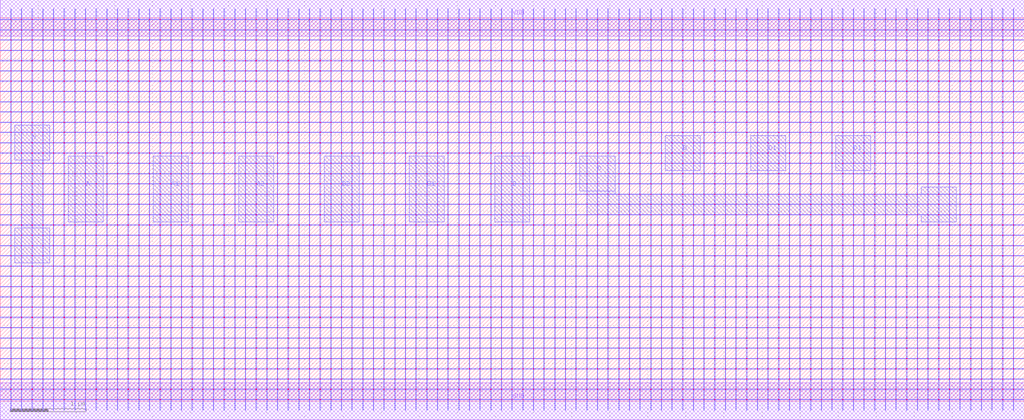
<source format=lef>
MACRO AAAAOI3322_DEBUG
 CLASS CORE ;
 FOREIGN AAAAOI3322_DEBUG 0 0 ;
 SIZE 13.44 BY 5.04 ;
 ORIGIN 0 0 ;
 SYMMETRY X Y R90 ;
 SITE unit ;
  PIN VDD
   DIRECTION INOUT ;
   USE SIGNAL ;
   SHAPE ABUTMENT ;
    PORT
     CLASS CORE ;
       LAYER met1 ;
        RECT 0.00000000 4.80000000 13.44000000 5.28000000 ;
    END
  END VDD

  PIN GND
   DIRECTION INOUT ;
   USE SIGNAL ;
   SHAPE ABUTMENT ;
    PORT
     CLASS CORE ;
       LAYER met1 ;
        RECT 0.00000000 -0.24000000 13.44000000 0.24000000 ;
    END
  END GND

  PIN Y
   DIRECTION INOUT ;
   USE SIGNAL ;
   SHAPE ABUTMENT ;
    PORT
     CLASS CORE ;
       LAYER met2 ;
        RECT 0.19000000 1.81700000 0.65000000 2.27700000 ;
        RECT 0.28000000 2.27700000 0.56000000 3.16700000 ;
        RECT 0.19000000 3.16700000 0.65000000 3.62700000 ;
    END
  END Y

  PIN D
   DIRECTION INOUT ;
   USE SIGNAL ;
   SHAPE ABUTMENT ;
    PORT
     CLASS CORE ;
       LAYER met2 ;
        RECT 8.73000000 3.03200000 9.19000000 3.49200000 ;
    END
  END D

  PIN C1
   DIRECTION INOUT ;
   USE SIGNAL ;
   SHAPE ABUTMENT ;
    PORT
     CLASS CORE ;
       LAYER met2 ;
        RECT 10.97000000 3.03200000 11.43000000 3.49200000 ;
    END
  END C1

  PIN B2
   DIRECTION INOUT ;
   USE SIGNAL ;
   SHAPE ABUTMENT ;
    PORT
     CLASS CORE ;
       LAYER met2 ;
        RECT 4.25000000 2.35700000 4.71000000 3.22200000 ;
    END
  END B2

  PIN B1
   DIRECTION INOUT ;
   USE SIGNAL ;
   SHAPE ABUTMENT ;
    PORT
     CLASS CORE ;
       LAYER met2 ;
        RECT 5.37000000 2.35700000 5.83000000 3.22200000 ;
    END
  END B1

  PIN C
   DIRECTION INOUT ;
   USE SIGNAL ;
   SHAPE ABUTMENT ;
    PORT
     CLASS CORE ;
       LAYER met2 ;
        RECT 12.09000000 2.35700000 12.55000000 2.44700000 ;
        RECT 7.70000000 2.44700000 12.55000000 2.72700000 ;
        RECT 7.70000000 2.72700000 8.07000000 2.76200000 ;
        RECT 12.09000000 2.72700000 12.55000000 2.81700000 ;
        RECT 7.61000000 2.76200000 8.07000000 3.22200000 ;
    END
  END C

  PIN A
   DIRECTION INOUT ;
   USE SIGNAL ;
   SHAPE ABUTMENT ;
    PORT
     CLASS CORE ;
       LAYER met2 ;
        RECT 0.89000000 2.35700000 1.35000000 3.22200000 ;
    END
  END A

  PIN A2
   DIRECTION INOUT ;
   USE SIGNAL ;
   SHAPE ABUTMENT ;
    PORT
     CLASS CORE ;
       LAYER met2 ;
        RECT 3.13000000 2.35700000 3.59000000 3.22200000 ;
    END
  END A2

  PIN B
   DIRECTION INOUT ;
   USE SIGNAL ;
   SHAPE ABUTMENT ;
    PORT
     CLASS CORE ;
       LAYER met2 ;
        RECT 6.49000000 2.35700000 6.95000000 3.22200000 ;
    END
  END B

  PIN A1
   DIRECTION INOUT ;
   USE SIGNAL ;
   SHAPE ABUTMENT ;
    PORT
     CLASS CORE ;
       LAYER met2 ;
        RECT 2.01000000 2.35700000 2.47000000 3.22200000 ;
    END
  END A1

  PIN D1
   DIRECTION INOUT ;
   USE SIGNAL ;
   SHAPE ABUTMENT ;
    PORT
     CLASS CORE ;
       LAYER met2 ;
        RECT 9.85000000 3.03200000 10.31000000 3.49200000 ;
    END
  END D1

 OBS
    LAYER polycont ;
     RECT 1.11600000 2.58300000 1.12400000 2.59100000 ;
     RECT 2.23600000 2.58300000 2.24400000 2.59100000 ;
     RECT 3.35600000 2.58300000 3.36400000 2.59100000 ;
     RECT 4.47600000 2.58300000 4.48400000 2.59100000 ;
     RECT 5.59600000 2.58300000 5.60400000 2.59100000 ;
     RECT 6.71600000 2.58300000 6.72400000 2.59100000 ;
     RECT 8.95600000 2.58300000 8.96400000 2.59100000 ;
     RECT 10.07600000 2.58300000 10.08400000 2.59100000 ;
     RECT 11.19600000 2.58300000 11.20400000 2.59100000 ;
     RECT 12.31600000 2.58300000 12.32400000 2.59100000 ;
     RECT 1.11600000 2.98800000 1.12400000 2.99600000 ;
     RECT 2.23600000 2.98800000 2.24400000 2.99600000 ;
     RECT 3.35600000 2.98800000 3.36400000 2.99600000 ;
     RECT 4.47600000 2.98800000 4.48400000 2.99600000 ;
     RECT 5.59600000 2.98800000 5.60400000 2.99600000 ;
     RECT 6.71600000 2.98800000 6.72400000 2.99600000 ;
     RECT 7.83600000 2.98800000 7.84400000 2.99600000 ;
     RECT 8.95600000 2.98800000 8.96400000 2.99600000 ;
     RECT 10.07600000 2.98800000 10.08400000 2.99600000 ;
     RECT 11.19600000 2.98800000 11.20400000 2.99600000 ;

    LAYER pdiffc ;
     RECT 0.41600000 3.39300000 0.42400000 3.40100000 ;
     RECT 11.89600000 3.39300000 11.90400000 3.40100000 ;
     RECT 0.41600000 3.52800000 0.42400000 3.53600000 ;
     RECT 11.89600000 3.52800000 11.90400000 3.53600000 ;
     RECT 0.41600000 3.66300000 0.42400000 3.67100000 ;
     RECT 11.89600000 3.66300000 11.90400000 3.67100000 ;
     RECT 0.41600000 3.79800000 0.42400000 3.80600000 ;
     RECT 11.89600000 3.79800000 11.90400000 3.80600000 ;
     RECT 0.41600000 3.93300000 0.42400000 3.94100000 ;
     RECT 11.89600000 3.93300000 11.90400000 3.94100000 ;
     RECT 0.41600000 4.06800000 0.42400000 4.07600000 ;
     RECT 11.89600000 4.06800000 11.90400000 4.07600000 ;
     RECT 0.41600000 4.20300000 0.42400000 4.21100000 ;
     RECT 11.89600000 4.20300000 11.90400000 4.21100000 ;
     RECT 0.41600000 4.33800000 0.42400000 4.34600000 ;
     RECT 11.89600000 4.33800000 11.90400000 4.34600000 ;
     RECT 0.41600000 4.47300000 0.42400000 4.48100000 ;
     RECT 11.89600000 4.47300000 11.90400000 4.48100000 ;
     RECT 0.41600000 4.60800000 0.42400000 4.61600000 ;
     RECT 11.89600000 4.60800000 11.90400000 4.61600000 ;

    LAYER ndiffc ;
     RECT 7.27600000 1.23300000 7.28400000 1.24100000 ;
     RECT 7.41600000 1.23300000 7.42400000 1.24100000 ;
     RECT 8.25600000 1.23300000 8.26400000 1.24100000 ;
     RECT 8.39600000 1.23300000 8.40400000 1.24100000 ;
     RECT 9.51600000 1.23300000 9.52400000 1.24100000 ;
     RECT 10.63600000 1.23300000 10.64400000 1.24100000 ;
     RECT 11.75600000 1.23300000 11.76400000 1.24100000 ;
     RECT 12.87600000 1.23300000 12.88400000 1.24100000 ;
     RECT 13.01600000 1.23300000 13.02400000 1.24100000 ;
     RECT 10.63600000 1.36800000 10.64400000 1.37600000 ;
     RECT 11.75600000 1.36800000 11.76400000 1.37600000 ;
     RECT 12.87600000 1.36800000 12.88400000 1.37600000 ;
     RECT 13.01600000 1.36800000 13.02400000 1.37600000 ;
     RECT 10.63600000 1.50300000 10.64400000 1.51100000 ;
     RECT 11.75600000 1.50300000 11.76400000 1.51100000 ;
     RECT 12.87600000 1.50300000 12.88400000 1.51100000 ;
     RECT 13.01600000 1.50300000 13.02400000 1.51100000 ;
     RECT 10.63600000 1.63800000 10.64400000 1.64600000 ;
     RECT 11.75600000 1.63800000 11.76400000 1.64600000 ;
     RECT 12.87600000 1.63800000 12.88400000 1.64600000 ;
     RECT 13.01600000 1.63800000 13.02400000 1.64600000 ;
     RECT 10.63600000 1.77300000 10.64400000 1.78100000 ;
     RECT 11.75600000 1.77300000 11.76400000 1.78100000 ;
     RECT 12.87600000 1.77300000 12.88400000 1.78100000 ;
     RECT 13.01600000 1.77300000 13.02400000 1.78100000 ;
     RECT 10.63600000 1.90800000 10.64400000 1.91600000 ;
     RECT 11.75600000 1.90800000 11.76400000 1.91600000 ;
     RECT 12.87600000 1.90800000 12.88400000 1.91600000 ;
     RECT 13.01600000 1.90800000 13.02400000 1.91600000 ;
     RECT 10.63600000 2.04300000 10.64400000 2.05100000 ;
     RECT 11.75600000 2.04300000 11.76400000 2.05100000 ;
     RECT 12.87600000 2.04300000 12.88400000 2.05100000 ;
     RECT 13.01600000 2.04300000 13.02400000 2.05100000 ;
     RECT 7.27600000 1.50300000 7.28400000 1.51100000 ;
     RECT 7.41600000 1.50300000 7.42400000 1.51100000 ;
     RECT 8.25600000 1.50300000 8.26400000 1.51100000 ;
     RECT 7.27600000 1.77300000 7.28400000 1.78100000 ;
     RECT 7.41600000 1.77300000 7.42400000 1.78100000 ;
     RECT 8.25600000 1.77300000 8.26400000 1.78100000 ;
     RECT 8.39600000 1.77300000 8.40400000 1.78100000 ;
     RECT 9.51600000 1.77300000 9.52400000 1.78100000 ;
     RECT 8.39600000 1.50300000 8.40400000 1.51100000 ;
     RECT 9.51600000 1.50300000 9.52400000 1.51100000 ;
     RECT 9.51600000 1.36800000 9.52400000 1.37600000 ;
     RECT 7.27600000 1.36800000 7.28400000 1.37600000 ;
     RECT 7.27600000 1.90800000 7.28400000 1.91600000 ;
     RECT 7.41600000 1.90800000 7.42400000 1.91600000 ;
     RECT 8.25600000 1.90800000 8.26400000 1.91600000 ;
     RECT 8.39600000 1.90800000 8.40400000 1.91600000 ;
     RECT 9.51600000 1.90800000 9.52400000 1.91600000 ;
     RECT 7.41600000 1.36800000 7.42400000 1.37600000 ;
     RECT 8.25600000 1.36800000 8.26400000 1.37600000 ;
     RECT 7.27600000 1.63800000 7.28400000 1.64600000 ;
     RECT 7.41600000 1.63800000 7.42400000 1.64600000 ;
     RECT 7.27600000 2.04300000 7.28400000 2.05100000 ;
     RECT 7.41600000 2.04300000 7.42400000 2.05100000 ;
     RECT 8.25600000 2.04300000 8.26400000 2.05100000 ;
     RECT 8.39600000 2.04300000 8.40400000 2.05100000 ;
     RECT 9.51600000 2.04300000 9.52400000 2.05100000 ;
     RECT 8.25600000 1.63800000 8.26400000 1.64600000 ;
     RECT 8.39600000 1.63800000 8.40400000 1.64600000 ;
     RECT 9.51600000 1.63800000 9.52400000 1.64600000 ;
     RECT 8.39600000 1.36800000 8.40400000 1.37600000 ;
     RECT 8.39600000 0.42300000 8.40400000 0.43100000 ;
     RECT 9.51600000 0.42300000 9.52400000 0.43100000 ;
     RECT 7.27600000 0.55800000 7.28400000 0.56600000 ;
     RECT 7.41600000 0.55800000 7.42400000 0.56600000 ;
     RECT 8.25600000 0.55800000 8.26400000 0.56600000 ;
     RECT 8.39600000 0.55800000 8.40400000 0.56600000 ;
     RECT 9.51600000 0.55800000 9.52400000 0.56600000 ;
     RECT 7.27600000 0.69300000 7.28400000 0.70100000 ;
     RECT 7.41600000 0.69300000 7.42400000 0.70100000 ;
     RECT 8.25600000 0.69300000 8.26400000 0.70100000 ;
     RECT 8.39600000 0.69300000 8.40400000 0.70100000 ;
     RECT 9.51600000 0.69300000 9.52400000 0.70100000 ;
     RECT 7.27600000 0.82800000 7.28400000 0.83600000 ;
     RECT 7.41600000 0.82800000 7.42400000 0.83600000 ;
     RECT 8.25600000 0.82800000 8.26400000 0.83600000 ;
     RECT 8.39600000 0.82800000 8.40400000 0.83600000 ;
     RECT 9.51600000 0.82800000 9.52400000 0.83600000 ;
     RECT 7.27600000 0.96300000 7.28400000 0.97100000 ;
     RECT 7.41600000 0.96300000 7.42400000 0.97100000 ;
     RECT 8.25600000 0.96300000 8.26400000 0.97100000 ;
     RECT 8.39600000 0.96300000 8.40400000 0.97100000 ;
     RECT 9.51600000 0.96300000 9.52400000 0.97100000 ;
     RECT 7.27600000 1.09800000 7.28400000 1.10600000 ;
     RECT 7.41600000 1.09800000 7.42400000 1.10600000 ;
     RECT 8.25600000 1.09800000 8.26400000 1.10600000 ;
     RECT 8.39600000 1.09800000 8.40400000 1.10600000 ;
     RECT 9.51600000 1.09800000 9.52400000 1.10600000 ;
     RECT 7.27600000 0.42300000 7.28400000 0.43100000 ;
     RECT 7.41600000 0.42300000 7.42400000 0.43100000 ;
     RECT 8.25600000 0.42300000 8.26400000 0.43100000 ;
     RECT 12.87600000 0.69300000 12.88400000 0.70100000 ;
     RECT 13.01600000 0.69300000 13.02400000 0.70100000 ;
     RECT 11.75600000 0.55800000 11.76400000 0.56600000 ;
     RECT 12.87600000 0.55800000 12.88400000 0.56600000 ;
     RECT 13.01600000 0.55800000 13.02400000 0.56600000 ;
     RECT 10.63600000 1.09800000 10.64400000 1.10600000 ;
     RECT 11.75600000 1.09800000 11.76400000 1.10600000 ;
     RECT 12.87600000 1.09800000 12.88400000 1.10600000 ;
     RECT 13.01600000 1.09800000 13.02400000 1.10600000 ;
     RECT 11.75600000 0.42300000 11.76400000 0.43100000 ;
     RECT 12.87600000 0.42300000 12.88400000 0.43100000 ;
     RECT 10.63600000 0.82800000 10.64400000 0.83600000 ;
     RECT 11.75600000 0.82800000 11.76400000 0.83600000 ;
     RECT 12.87600000 0.82800000 12.88400000 0.83600000 ;
     RECT 13.01600000 0.82800000 13.02400000 0.83600000 ;
     RECT 13.01600000 0.42300000 13.02400000 0.43100000 ;
     RECT 10.63600000 0.42300000 10.64400000 0.43100000 ;
     RECT 10.63600000 0.55800000 10.64400000 0.56600000 ;
     RECT 10.63600000 0.69300000 10.64400000 0.70100000 ;
     RECT 11.75600000 0.69300000 11.76400000 0.70100000 ;
     RECT 10.63600000 0.96300000 10.64400000 0.97100000 ;
     RECT 11.75600000 0.96300000 11.76400000 0.97100000 ;
     RECT 12.87600000 0.96300000 12.88400000 0.97100000 ;
     RECT 13.01600000 0.96300000 13.02400000 0.97100000 ;
     RECT 5.03600000 1.36800000 5.04400000 1.37600000 ;
     RECT 6.15600000 1.36800000 6.16400000 1.37600000 ;
     RECT 2.79600000 0.69300000 2.80400000 0.70100000 ;
     RECT 0.41600000 0.96300000 0.42400000 0.97100000 ;
     RECT 0.55600000 0.96300000 0.56400000 0.97100000 ;
     RECT 1.67600000 0.96300000 1.68400000 0.97100000 ;
     RECT 2.79600000 0.96300000 2.80400000 0.97100000 ;
     RECT 3.91600000 0.96300000 3.92400000 0.97100000 ;
     RECT 5.03600000 0.96300000 5.04400000 0.97100000 ;
     RECT 6.15600000 0.96300000 6.16400000 0.97100000 ;
     RECT 3.91600000 0.69300000 3.92400000 0.70100000 ;
     RECT 0.41600000 1.50300000 0.42400000 1.51100000 ;
     RECT 0.55600000 1.50300000 0.56400000 1.51100000 ;
     RECT 1.67600000 1.50300000 1.68400000 1.51100000 ;
     RECT 2.79600000 1.50300000 2.80400000 1.51100000 ;
     RECT 3.91600000 1.50300000 3.92400000 1.51100000 ;
     RECT 5.03600000 1.50300000 5.04400000 1.51100000 ;
     RECT 6.15600000 1.50300000 6.16400000 1.51100000 ;
     RECT 5.03600000 0.69300000 5.04400000 0.70100000 ;
     RECT 6.15600000 0.69300000 6.16400000 0.70100000 ;
     RECT 1.67600000 0.55800000 1.68400000 0.56600000 ;
     RECT 2.79600000 0.55800000 2.80400000 0.56600000 ;
     RECT 3.91600000 0.55800000 3.92400000 0.56600000 ;
     RECT 5.03600000 0.55800000 5.04400000 0.56600000 ;
     RECT 6.15600000 0.55800000 6.16400000 0.56600000 ;
     RECT 1.67600000 0.42300000 1.68400000 0.43100000 ;
     RECT 0.41600000 1.09800000 0.42400000 1.10600000 ;
     RECT 0.41600000 1.63800000 0.42400000 1.64600000 ;
     RECT 0.55600000 1.63800000 0.56400000 1.64600000 ;
     RECT 1.67600000 1.63800000 1.68400000 1.64600000 ;
     RECT 2.79600000 1.63800000 2.80400000 1.64600000 ;
     RECT 3.91600000 1.63800000 3.92400000 1.64600000 ;
     RECT 5.03600000 1.63800000 5.04400000 1.64600000 ;
     RECT 6.15600000 1.63800000 6.16400000 1.64600000 ;
     RECT 0.55600000 1.09800000 0.56400000 1.10600000 ;
     RECT 1.67600000 1.09800000 1.68400000 1.10600000 ;
     RECT 2.79600000 1.09800000 2.80400000 1.10600000 ;
     RECT 3.91600000 1.09800000 3.92400000 1.10600000 ;
     RECT 5.03600000 1.09800000 5.04400000 1.10600000 ;
     RECT 6.15600000 1.09800000 6.16400000 1.10600000 ;
     RECT 2.79600000 0.42300000 2.80400000 0.43100000 ;
     RECT 3.91600000 0.42300000 3.92400000 0.43100000 ;
     RECT 5.03600000 0.42300000 5.04400000 0.43100000 ;
     RECT 0.41600000 1.77300000 0.42400000 1.78100000 ;
     RECT 0.55600000 1.77300000 0.56400000 1.78100000 ;
     RECT 1.67600000 1.77300000 1.68400000 1.78100000 ;
     RECT 2.79600000 1.77300000 2.80400000 1.78100000 ;
     RECT 3.91600000 1.77300000 3.92400000 1.78100000 ;
     RECT 5.03600000 1.77300000 5.04400000 1.78100000 ;
     RECT 6.15600000 1.77300000 6.16400000 1.78100000 ;
     RECT 0.41600000 0.82800000 0.42400000 0.83600000 ;
     RECT 0.55600000 0.82800000 0.56400000 0.83600000 ;
     RECT 1.67600000 0.82800000 1.68400000 0.83600000 ;
     RECT 2.79600000 0.82800000 2.80400000 0.83600000 ;
     RECT 3.91600000 0.82800000 3.92400000 0.83600000 ;
     RECT 5.03600000 0.82800000 5.04400000 0.83600000 ;
     RECT 0.41600000 1.23300000 0.42400000 1.24100000 ;
     RECT 0.55600000 1.23300000 0.56400000 1.24100000 ;
     RECT 1.67600000 1.23300000 1.68400000 1.24100000 ;
     RECT 0.41600000 1.90800000 0.42400000 1.91600000 ;
     RECT 0.55600000 1.90800000 0.56400000 1.91600000 ;
     RECT 1.67600000 1.90800000 1.68400000 1.91600000 ;
     RECT 2.79600000 1.90800000 2.80400000 1.91600000 ;
     RECT 3.91600000 1.90800000 3.92400000 1.91600000 ;
     RECT 5.03600000 1.90800000 5.04400000 1.91600000 ;
     RECT 6.15600000 1.90800000 6.16400000 1.91600000 ;
     RECT 2.79600000 1.23300000 2.80400000 1.24100000 ;
     RECT 3.91600000 1.23300000 3.92400000 1.24100000 ;
     RECT 5.03600000 1.23300000 5.04400000 1.24100000 ;
     RECT 6.15600000 1.23300000 6.16400000 1.24100000 ;
     RECT 6.15600000 0.82800000 6.16400000 0.83600000 ;
     RECT 6.15600000 0.42300000 6.16400000 0.43100000 ;
     RECT 0.41600000 0.42300000 0.42400000 0.43100000 ;
     RECT 0.55600000 0.42300000 0.56400000 0.43100000 ;
     RECT 0.41600000 0.55800000 0.42400000 0.56600000 ;
     RECT 0.41600000 2.04300000 0.42400000 2.05100000 ;
     RECT 0.55600000 2.04300000 0.56400000 2.05100000 ;
     RECT 1.67600000 2.04300000 1.68400000 2.05100000 ;
     RECT 2.79600000 2.04300000 2.80400000 2.05100000 ;
     RECT 3.91600000 2.04300000 3.92400000 2.05100000 ;
     RECT 5.03600000 2.04300000 5.04400000 2.05100000 ;
     RECT 6.15600000 2.04300000 6.16400000 2.05100000 ;
     RECT 0.55600000 0.55800000 0.56400000 0.56600000 ;
     RECT 0.41600000 0.69300000 0.42400000 0.70100000 ;
     RECT 0.55600000 0.69300000 0.56400000 0.70100000 ;
     RECT 1.67600000 0.69300000 1.68400000 0.70100000 ;
     RECT 0.41600000 1.36800000 0.42400000 1.37600000 ;
     RECT 0.55600000 1.36800000 0.56400000 1.37600000 ;
     RECT 1.67600000 1.36800000 1.68400000 1.37600000 ;
     RECT 2.79600000 1.36800000 2.80400000 1.37600000 ;
     RECT 3.91600000 1.36800000 3.92400000 1.37600000 ;

    LAYER met1 ;
     RECT 0.00000000 -0.24000000 13.44000000 0.24000000 ;
     RECT 6.71600000 0.24000000 6.72400000 0.28800000 ;
     RECT 0.02500000 0.28800000 13.41500000 0.29600000 ;
     RECT 6.71600000 0.29600000 6.72400000 0.42300000 ;
     RECT 0.02500000 0.42300000 13.41500000 0.43100000 ;
     RECT 6.71600000 0.43100000 6.72400000 0.55800000 ;
     RECT 0.02500000 0.55800000 13.41500000 0.56600000 ;
     RECT 6.71600000 0.56600000 6.72400000 0.69300000 ;
     RECT 0.02500000 0.69300000 13.41500000 0.70100000 ;
     RECT 6.71600000 0.70100000 6.72400000 0.82800000 ;
     RECT 0.02500000 0.82800000 13.41500000 0.83600000 ;
     RECT 6.71600000 0.83600000 6.72400000 0.96300000 ;
     RECT 0.02500000 0.96300000 13.41500000 0.97100000 ;
     RECT 6.71600000 0.97100000 6.72400000 1.09800000 ;
     RECT 0.02500000 1.09800000 13.41500000 1.10600000 ;
     RECT 6.71600000 1.10600000 6.72400000 1.23300000 ;
     RECT 0.02500000 1.23300000 13.41500000 1.24100000 ;
     RECT 6.71600000 1.24100000 6.72400000 1.36800000 ;
     RECT 0.02500000 1.36800000 13.41500000 1.37600000 ;
     RECT 6.71600000 1.37600000 6.72400000 1.50300000 ;
     RECT 0.02500000 1.50300000 13.41500000 1.51100000 ;
     RECT 6.71600000 1.51100000 6.72400000 1.63800000 ;
     RECT 0.02500000 1.63800000 13.41500000 1.64600000 ;
     RECT 6.71600000 1.64600000 6.72400000 1.77300000 ;
     RECT 0.02500000 1.77300000 13.41500000 1.78100000 ;
     RECT 6.71600000 1.78100000 6.72400000 1.90800000 ;
     RECT 0.02500000 1.90800000 13.41500000 1.91600000 ;
     RECT 6.71600000 1.91600000 6.72400000 2.04300000 ;
     RECT 0.02500000 2.04300000 13.41500000 2.05100000 ;
     RECT 6.71600000 2.05100000 6.72400000 2.17800000 ;
     RECT 0.02500000 2.17800000 13.41500000 2.18600000 ;
     RECT 6.71600000 2.18600000 6.72400000 2.31300000 ;
     RECT 0.02500000 2.31300000 13.41500000 2.32100000 ;
     RECT 6.71600000 2.32100000 6.72400000 2.44800000 ;
     RECT 0.02500000 2.44800000 13.41500000 2.45600000 ;
     RECT 0.13600000 2.45600000 0.14400000 2.58300000 ;
     RECT 0.27600000 2.45600000 0.28400000 2.58300000 ;
     RECT 0.41600000 2.45600000 0.42400000 2.58300000 ;
     RECT 0.55600000 2.45600000 0.56400000 2.58300000 ;
     RECT 0.69600000 2.45600000 0.70400000 2.58300000 ;
     RECT 0.83600000 2.45600000 0.84400000 2.58300000 ;
     RECT 0.97600000 2.45600000 0.98400000 2.58300000 ;
     RECT 1.11600000 2.45600000 1.12400000 2.58300000 ;
     RECT 1.25600000 2.45600000 1.26400000 2.58300000 ;
     RECT 1.39600000 2.45600000 1.40400000 2.58300000 ;
     RECT 1.53600000 2.45600000 1.54400000 2.58300000 ;
     RECT 1.67600000 2.45600000 1.68400000 2.58300000 ;
     RECT 1.81600000 2.45600000 1.82400000 2.58300000 ;
     RECT 1.95600000 2.45600000 1.96400000 2.58300000 ;
     RECT 2.09600000 2.45600000 2.10400000 2.58300000 ;
     RECT 2.23600000 2.45600000 2.24400000 2.58300000 ;
     RECT 2.37600000 2.45600000 2.38400000 2.58300000 ;
     RECT 2.51600000 2.45600000 2.52400000 2.58300000 ;
     RECT 2.65600000 2.45600000 2.66400000 2.58300000 ;
     RECT 2.79600000 2.45600000 2.80400000 2.58300000 ;
     RECT 2.93600000 2.45600000 2.94400000 2.58300000 ;
     RECT 3.07600000 2.45600000 3.08400000 2.58300000 ;
     RECT 3.21600000 2.45600000 3.22400000 2.58300000 ;
     RECT 3.35600000 2.45600000 3.36400000 2.58300000 ;
     RECT 3.49600000 2.45600000 3.50400000 2.58300000 ;
     RECT 3.63600000 2.45600000 3.64400000 2.58300000 ;
     RECT 3.77600000 2.45600000 3.78400000 2.58300000 ;
     RECT 3.91600000 2.45600000 3.92400000 2.58300000 ;
     RECT 4.05600000 2.45600000 4.06400000 2.58300000 ;
     RECT 4.19600000 2.45600000 4.20400000 2.58300000 ;
     RECT 4.33600000 2.45600000 4.34400000 2.58300000 ;
     RECT 4.47600000 2.45600000 4.48400000 2.58300000 ;
     RECT 4.61600000 2.45600000 4.62400000 2.58300000 ;
     RECT 4.75600000 2.45600000 4.76400000 2.58300000 ;
     RECT 4.89600000 2.45600000 4.90400000 2.58300000 ;
     RECT 5.03600000 2.45600000 5.04400000 2.58300000 ;
     RECT 5.17600000 2.45600000 5.18400000 2.58300000 ;
     RECT 5.31600000 2.45600000 5.32400000 2.58300000 ;
     RECT 5.45600000 2.45600000 5.46400000 2.58300000 ;
     RECT 5.59600000 2.45600000 5.60400000 2.58300000 ;
     RECT 5.73600000 2.45600000 5.74400000 2.58300000 ;
     RECT 5.87600000 2.45600000 5.88400000 2.58300000 ;
     RECT 6.01600000 2.45600000 6.02400000 2.58300000 ;
     RECT 6.15600000 2.45600000 6.16400000 2.58300000 ;
     RECT 6.29600000 2.45600000 6.30400000 2.58300000 ;
     RECT 6.43600000 2.45600000 6.44400000 2.58300000 ;
     RECT 6.57600000 2.45600000 6.58400000 2.58300000 ;
     RECT 6.71600000 2.45600000 6.72400000 2.58300000 ;
     RECT 6.85600000 2.45600000 6.86400000 2.58300000 ;
     RECT 6.99600000 2.45600000 7.00400000 2.58300000 ;
     RECT 7.13600000 2.45600000 7.14400000 2.58300000 ;
     RECT 7.27600000 2.45600000 7.28400000 2.58300000 ;
     RECT 7.41600000 2.45600000 7.42400000 2.58300000 ;
     RECT 7.55600000 2.45600000 7.56400000 2.58300000 ;
     RECT 7.69600000 2.45600000 7.70400000 2.58300000 ;
     RECT 7.83600000 2.45600000 7.84400000 2.58300000 ;
     RECT 7.97600000 2.45600000 7.98400000 2.58300000 ;
     RECT 8.11600000 2.45600000 8.12400000 2.58300000 ;
     RECT 8.25600000 2.45600000 8.26400000 2.58300000 ;
     RECT 8.39600000 2.45600000 8.40400000 2.58300000 ;
     RECT 8.53600000 2.45600000 8.54400000 2.58300000 ;
     RECT 8.67600000 2.45600000 8.68400000 2.58300000 ;
     RECT 8.81600000 2.45600000 8.82400000 2.58300000 ;
     RECT 8.95600000 2.45600000 8.96400000 2.58300000 ;
     RECT 9.09600000 2.45600000 9.10400000 2.58300000 ;
     RECT 9.23600000 2.45600000 9.24400000 2.58300000 ;
     RECT 9.37600000 2.45600000 9.38400000 2.58300000 ;
     RECT 9.51600000 2.45600000 9.52400000 2.58300000 ;
     RECT 9.65600000 2.45600000 9.66400000 2.58300000 ;
     RECT 9.79600000 2.45600000 9.80400000 2.58300000 ;
     RECT 9.93600000 2.45600000 9.94400000 2.58300000 ;
     RECT 10.07600000 2.45600000 10.08400000 2.58300000 ;
     RECT 10.21600000 2.45600000 10.22400000 2.58300000 ;
     RECT 10.35600000 2.45600000 10.36400000 2.58300000 ;
     RECT 10.49600000 2.45600000 10.50400000 2.58300000 ;
     RECT 10.63600000 2.45600000 10.64400000 2.58300000 ;
     RECT 10.77600000 2.45600000 10.78400000 2.58300000 ;
     RECT 10.91600000 2.45600000 10.92400000 2.58300000 ;
     RECT 11.05600000 2.45600000 11.06400000 2.58300000 ;
     RECT 11.19600000 2.45600000 11.20400000 2.58300000 ;
     RECT 11.33600000 2.45600000 11.34400000 2.58300000 ;
     RECT 11.47600000 2.45600000 11.48400000 2.58300000 ;
     RECT 11.61600000 2.45600000 11.62400000 2.58300000 ;
     RECT 11.75600000 2.45600000 11.76400000 2.58300000 ;
     RECT 11.89600000 2.45600000 11.90400000 2.58300000 ;
     RECT 12.03600000 2.45600000 12.04400000 2.58300000 ;
     RECT 12.17600000 2.45600000 12.18400000 2.58300000 ;
     RECT 12.31600000 2.45600000 12.32400000 2.58300000 ;
     RECT 12.45600000 2.45600000 12.46400000 2.58300000 ;
     RECT 12.59600000 2.45600000 12.60400000 2.58300000 ;
     RECT 12.73600000 2.45600000 12.74400000 2.58300000 ;
     RECT 12.87600000 2.45600000 12.88400000 2.58300000 ;
     RECT 13.01600000 2.45600000 13.02400000 2.58300000 ;
     RECT 13.15600000 2.45600000 13.16400000 2.58300000 ;
     RECT 13.29600000 2.45600000 13.30400000 2.58300000 ;
     RECT 0.02500000 2.58300000 13.41500000 2.59100000 ;
     RECT 6.71600000 2.59100000 6.72400000 2.71800000 ;
     RECT 0.02500000 2.71800000 13.41500000 2.72600000 ;
     RECT 6.71600000 2.72600000 6.72400000 2.85300000 ;
     RECT 0.02500000 2.85300000 13.41500000 2.86100000 ;
     RECT 6.71600000 2.86100000 6.72400000 2.98800000 ;
     RECT 0.02500000 2.98800000 13.41500000 2.99600000 ;
     RECT 6.71600000 2.99600000 6.72400000 3.12300000 ;
     RECT 0.02500000 3.12300000 13.41500000 3.13100000 ;
     RECT 6.71600000 3.13100000 6.72400000 3.25800000 ;
     RECT 0.02500000 3.25800000 13.41500000 3.26600000 ;
     RECT 6.71600000 3.26600000 6.72400000 3.39300000 ;
     RECT 0.02500000 3.39300000 13.41500000 3.40100000 ;
     RECT 6.71600000 3.40100000 6.72400000 3.52800000 ;
     RECT 0.02500000 3.52800000 13.41500000 3.53600000 ;
     RECT 6.71600000 3.53600000 6.72400000 3.66300000 ;
     RECT 0.02500000 3.66300000 13.41500000 3.67100000 ;
     RECT 6.71600000 3.67100000 6.72400000 3.79800000 ;
     RECT 0.02500000 3.79800000 13.41500000 3.80600000 ;
     RECT 6.71600000 3.80600000 6.72400000 3.93300000 ;
     RECT 0.02500000 3.93300000 13.41500000 3.94100000 ;
     RECT 6.71600000 3.94100000 6.72400000 4.06800000 ;
     RECT 0.02500000 4.06800000 13.41500000 4.07600000 ;
     RECT 6.71600000 4.07600000 6.72400000 4.20300000 ;
     RECT 0.02500000 4.20300000 13.41500000 4.21100000 ;
     RECT 6.71600000 4.21100000 6.72400000 4.33800000 ;
     RECT 0.02500000 4.33800000 13.41500000 4.34600000 ;
     RECT 6.71600000 4.34600000 6.72400000 4.47300000 ;
     RECT 0.02500000 4.47300000 13.41500000 4.48100000 ;
     RECT 6.71600000 4.48100000 6.72400000 4.60800000 ;
     RECT 0.02500000 4.60800000 13.41500000 4.61600000 ;
     RECT 6.71600000 4.61600000 6.72400000 4.74300000 ;
     RECT 0.02500000 4.74300000 13.41500000 4.75100000 ;
     RECT 6.71600000 4.75100000 6.72400000 4.80000000 ;
     RECT 0.00000000 4.80000000 13.44000000 5.28000000 ;
     RECT 10.07600000 2.72600000 10.08400000 2.85300000 ;
     RECT 10.07600000 2.86100000 10.08400000 2.98800000 ;
     RECT 10.07600000 2.99600000 10.08400000 3.12300000 ;
     RECT 10.07600000 3.13100000 10.08400000 3.25800000 ;
     RECT 10.07600000 3.26600000 10.08400000 3.39300000 ;
     RECT 10.07600000 3.40100000 10.08400000 3.52800000 ;
     RECT 10.07600000 3.53600000 10.08400000 3.66300000 ;
     RECT 10.07600000 3.67100000 10.08400000 3.79800000 ;
     RECT 6.85600000 3.80600000 6.86400000 3.93300000 ;
     RECT 6.99600000 3.80600000 7.00400000 3.93300000 ;
     RECT 7.13600000 3.80600000 7.14400000 3.93300000 ;
     RECT 7.27600000 3.80600000 7.28400000 3.93300000 ;
     RECT 7.41600000 3.80600000 7.42400000 3.93300000 ;
     RECT 7.55600000 3.80600000 7.56400000 3.93300000 ;
     RECT 7.69600000 3.80600000 7.70400000 3.93300000 ;
     RECT 7.83600000 3.80600000 7.84400000 3.93300000 ;
     RECT 7.97600000 3.80600000 7.98400000 3.93300000 ;
     RECT 8.11600000 3.80600000 8.12400000 3.93300000 ;
     RECT 8.25600000 3.80600000 8.26400000 3.93300000 ;
     RECT 8.39600000 3.80600000 8.40400000 3.93300000 ;
     RECT 8.53600000 3.80600000 8.54400000 3.93300000 ;
     RECT 8.67600000 3.80600000 8.68400000 3.93300000 ;
     RECT 8.81600000 3.80600000 8.82400000 3.93300000 ;
     RECT 8.95600000 3.80600000 8.96400000 3.93300000 ;
     RECT 9.09600000 3.80600000 9.10400000 3.93300000 ;
     RECT 9.23600000 3.80600000 9.24400000 3.93300000 ;
     RECT 9.37600000 3.80600000 9.38400000 3.93300000 ;
     RECT 9.51600000 3.80600000 9.52400000 3.93300000 ;
     RECT 9.65600000 3.80600000 9.66400000 3.93300000 ;
     RECT 9.79600000 3.80600000 9.80400000 3.93300000 ;
     RECT 9.93600000 3.80600000 9.94400000 3.93300000 ;
     RECT 10.07600000 3.80600000 10.08400000 3.93300000 ;
     RECT 10.21600000 3.80600000 10.22400000 3.93300000 ;
     RECT 10.35600000 3.80600000 10.36400000 3.93300000 ;
     RECT 10.49600000 3.80600000 10.50400000 3.93300000 ;
     RECT 10.63600000 3.80600000 10.64400000 3.93300000 ;
     RECT 10.77600000 3.80600000 10.78400000 3.93300000 ;
     RECT 10.91600000 3.80600000 10.92400000 3.93300000 ;
     RECT 11.05600000 3.80600000 11.06400000 3.93300000 ;
     RECT 11.19600000 3.80600000 11.20400000 3.93300000 ;
     RECT 11.33600000 3.80600000 11.34400000 3.93300000 ;
     RECT 11.47600000 3.80600000 11.48400000 3.93300000 ;
     RECT 11.61600000 3.80600000 11.62400000 3.93300000 ;
     RECT 11.75600000 3.80600000 11.76400000 3.93300000 ;
     RECT 11.89600000 3.80600000 11.90400000 3.93300000 ;
     RECT 12.03600000 3.80600000 12.04400000 3.93300000 ;
     RECT 12.17600000 3.80600000 12.18400000 3.93300000 ;
     RECT 12.31600000 3.80600000 12.32400000 3.93300000 ;
     RECT 12.45600000 3.80600000 12.46400000 3.93300000 ;
     RECT 12.59600000 3.80600000 12.60400000 3.93300000 ;
     RECT 12.73600000 3.80600000 12.74400000 3.93300000 ;
     RECT 12.87600000 3.80600000 12.88400000 3.93300000 ;
     RECT 13.01600000 3.80600000 13.02400000 3.93300000 ;
     RECT 13.15600000 3.80600000 13.16400000 3.93300000 ;
     RECT 13.29600000 3.80600000 13.30400000 3.93300000 ;
     RECT 10.07600000 3.94100000 10.08400000 4.06800000 ;
     RECT 10.07600000 4.07600000 10.08400000 4.20300000 ;
     RECT 10.07600000 2.59100000 10.08400000 2.71800000 ;
     RECT 10.07600000 4.21100000 10.08400000 4.33800000 ;
     RECT 10.07600000 4.34600000 10.08400000 4.47300000 ;
     RECT 10.07600000 4.48100000 10.08400000 4.60800000 ;
     RECT 10.07600000 4.61600000 10.08400000 4.74300000 ;
     RECT 10.07600000 4.75100000 10.08400000 4.80000000 ;
     RECT 11.75600000 3.94100000 11.76400000 4.06800000 ;
     RECT 11.75600000 4.07600000 11.76400000 4.20300000 ;
     RECT 11.75600000 4.21100000 11.76400000 4.33800000 ;
     RECT 11.75600000 4.34600000 11.76400000 4.47300000 ;
     RECT 10.21600000 4.48100000 10.22400000 4.60800000 ;
     RECT 10.35600000 4.48100000 10.36400000 4.60800000 ;
     RECT 10.49600000 4.48100000 10.50400000 4.60800000 ;
     RECT 10.63600000 4.48100000 10.64400000 4.60800000 ;
     RECT 10.77600000 4.48100000 10.78400000 4.60800000 ;
     RECT 10.91600000 4.48100000 10.92400000 4.60800000 ;
     RECT 11.05600000 4.48100000 11.06400000 4.60800000 ;
     RECT 11.19600000 4.48100000 11.20400000 4.60800000 ;
     RECT 11.33600000 4.48100000 11.34400000 4.60800000 ;
     RECT 11.47600000 4.48100000 11.48400000 4.60800000 ;
     RECT 11.61600000 4.48100000 11.62400000 4.60800000 ;
     RECT 11.75600000 4.48100000 11.76400000 4.60800000 ;
     RECT 11.89600000 4.48100000 11.90400000 4.60800000 ;
     RECT 12.03600000 4.48100000 12.04400000 4.60800000 ;
     RECT 12.17600000 4.48100000 12.18400000 4.60800000 ;
     RECT 12.31600000 4.48100000 12.32400000 4.60800000 ;
     RECT 12.45600000 4.48100000 12.46400000 4.60800000 ;
     RECT 12.59600000 4.48100000 12.60400000 4.60800000 ;
     RECT 12.73600000 4.48100000 12.74400000 4.60800000 ;
     RECT 12.87600000 4.48100000 12.88400000 4.60800000 ;
     RECT 13.01600000 4.48100000 13.02400000 4.60800000 ;
     RECT 13.15600000 4.48100000 13.16400000 4.60800000 ;
     RECT 13.29600000 4.48100000 13.30400000 4.60800000 ;
     RECT 11.75600000 4.61600000 11.76400000 4.74300000 ;
     RECT 11.75600000 4.75100000 11.76400000 4.80000000 ;
     RECT 12.03600000 4.61600000 12.04400000 4.74300000 ;
     RECT 12.17600000 4.61600000 12.18400000 4.74300000 ;
     RECT 12.31600000 4.61600000 12.32400000 4.74300000 ;
     RECT 12.45600000 4.61600000 12.46400000 4.74300000 ;
     RECT 12.59600000 4.61600000 12.60400000 4.74300000 ;
     RECT 12.73600000 4.61600000 12.74400000 4.74300000 ;
     RECT 12.87600000 4.61600000 12.88400000 4.74300000 ;
     RECT 13.01600000 4.61600000 13.02400000 4.74300000 ;
     RECT 13.15600000 4.61600000 13.16400000 4.74300000 ;
     RECT 13.29600000 4.61600000 13.30400000 4.74300000 ;
     RECT 11.89600000 4.61600000 11.90400000 4.74300000 ;
     RECT 11.89600000 4.75100000 11.90400000 4.80000000 ;
     RECT 12.03600000 4.75100000 12.04400000 4.80000000 ;
     RECT 12.17600000 4.75100000 12.18400000 4.80000000 ;
     RECT 12.31600000 4.75100000 12.32400000 4.80000000 ;
     RECT 12.45600000 4.75100000 12.46400000 4.80000000 ;
     RECT 12.59600000 4.75100000 12.60400000 4.80000000 ;
     RECT 12.73600000 4.75100000 12.74400000 4.80000000 ;
     RECT 12.87600000 4.75100000 12.88400000 4.80000000 ;
     RECT 13.01600000 4.75100000 13.02400000 4.80000000 ;
     RECT 13.15600000 4.75100000 13.16400000 4.80000000 ;
     RECT 13.29600000 4.75100000 13.30400000 4.80000000 ;
     RECT 10.35600000 4.75100000 10.36400000 4.80000000 ;
     RECT 10.49600000 4.75100000 10.50400000 4.80000000 ;
     RECT 10.63600000 4.75100000 10.64400000 4.80000000 ;
     RECT 10.77600000 4.75100000 10.78400000 4.80000000 ;
     RECT 10.91600000 4.75100000 10.92400000 4.80000000 ;
     RECT 11.05600000 4.75100000 11.06400000 4.80000000 ;
     RECT 11.19600000 4.75100000 11.20400000 4.80000000 ;
     RECT 11.33600000 4.75100000 11.34400000 4.80000000 ;
     RECT 11.47600000 4.75100000 11.48400000 4.80000000 ;
     RECT 11.61600000 4.75100000 11.62400000 4.80000000 ;
     RECT 10.35600000 4.61600000 10.36400000 4.74300000 ;
     RECT 10.49600000 4.61600000 10.50400000 4.74300000 ;
     RECT 10.63600000 4.61600000 10.64400000 4.74300000 ;
     RECT 10.77600000 4.61600000 10.78400000 4.74300000 ;
     RECT 10.91600000 4.61600000 10.92400000 4.74300000 ;
     RECT 11.05600000 4.61600000 11.06400000 4.74300000 ;
     RECT 11.19600000 4.61600000 11.20400000 4.74300000 ;
     RECT 11.33600000 4.61600000 11.34400000 4.74300000 ;
     RECT 11.47600000 4.61600000 11.48400000 4.74300000 ;
     RECT 11.61600000 4.61600000 11.62400000 4.74300000 ;
     RECT 10.21600000 4.61600000 10.22400000 4.74300000 ;
     RECT 10.21600000 4.75100000 10.22400000 4.80000000 ;
     RECT 11.61600000 4.21100000 11.62400000 4.33800000 ;
     RECT 11.47600000 3.94100000 11.48400000 4.06800000 ;
     RECT 10.63600000 3.94100000 10.64400000 4.06800000 ;
     RECT 10.21600000 4.34600000 10.22400000 4.47300000 ;
     RECT 10.35600000 4.34600000 10.36400000 4.47300000 ;
     RECT 10.49600000 4.34600000 10.50400000 4.47300000 ;
     RECT 10.63600000 4.34600000 10.64400000 4.47300000 ;
     RECT 10.77600000 4.34600000 10.78400000 4.47300000 ;
     RECT 10.91600000 4.34600000 10.92400000 4.47300000 ;
     RECT 11.05600000 4.34600000 11.06400000 4.47300000 ;
     RECT 11.19600000 4.34600000 11.20400000 4.47300000 ;
     RECT 11.33600000 4.34600000 11.34400000 4.47300000 ;
     RECT 11.47600000 4.34600000 11.48400000 4.47300000 ;
     RECT 11.61600000 4.34600000 11.62400000 4.47300000 ;
     RECT 11.61600000 3.94100000 11.62400000 4.06800000 ;
     RECT 10.77600000 3.94100000 10.78400000 4.06800000 ;
     RECT 11.19600000 3.94100000 11.20400000 4.06800000 ;
     RECT 10.21600000 3.94100000 10.22400000 4.06800000 ;
     RECT 10.21600000 4.07600000 10.22400000 4.20300000 ;
     RECT 10.35600000 4.07600000 10.36400000 4.20300000 ;
     RECT 11.05600000 3.94100000 11.06400000 4.06800000 ;
     RECT 10.49600000 4.07600000 10.50400000 4.20300000 ;
     RECT 10.63600000 4.07600000 10.64400000 4.20300000 ;
     RECT 10.77600000 4.07600000 10.78400000 4.20300000 ;
     RECT 10.91600000 4.07600000 10.92400000 4.20300000 ;
     RECT 11.05600000 4.07600000 11.06400000 4.20300000 ;
     RECT 11.19600000 4.07600000 11.20400000 4.20300000 ;
     RECT 11.33600000 4.07600000 11.34400000 4.20300000 ;
     RECT 11.47600000 4.07600000 11.48400000 4.20300000 ;
     RECT 11.61600000 4.07600000 11.62400000 4.20300000 ;
     RECT 11.33600000 3.94100000 11.34400000 4.06800000 ;
     RECT 10.35600000 3.94100000 10.36400000 4.06800000 ;
     RECT 10.49600000 3.94100000 10.50400000 4.06800000 ;
     RECT 10.21600000 4.21100000 10.22400000 4.33800000 ;
     RECT 10.35600000 4.21100000 10.36400000 4.33800000 ;
     RECT 10.49600000 4.21100000 10.50400000 4.33800000 ;
     RECT 10.63600000 4.21100000 10.64400000 4.33800000 ;
     RECT 10.77600000 4.21100000 10.78400000 4.33800000 ;
     RECT 10.91600000 4.21100000 10.92400000 4.33800000 ;
     RECT 11.05600000 4.21100000 11.06400000 4.33800000 ;
     RECT 10.91600000 3.94100000 10.92400000 4.06800000 ;
     RECT 11.19600000 4.21100000 11.20400000 4.33800000 ;
     RECT 11.33600000 4.21100000 11.34400000 4.33800000 ;
     RECT 11.47600000 4.21100000 11.48400000 4.33800000 ;
     RECT 12.17600000 3.94100000 12.18400000 4.06800000 ;
     RECT 12.31600000 3.94100000 12.32400000 4.06800000 ;
     RECT 12.45600000 3.94100000 12.46400000 4.06800000 ;
     RECT 12.59600000 3.94100000 12.60400000 4.06800000 ;
     RECT 12.73600000 3.94100000 12.74400000 4.06800000 ;
     RECT 11.89600000 4.34600000 11.90400000 4.47300000 ;
     RECT 12.03600000 4.34600000 12.04400000 4.47300000 ;
     RECT 12.17600000 4.34600000 12.18400000 4.47300000 ;
     RECT 12.31600000 4.34600000 12.32400000 4.47300000 ;
     RECT 12.45600000 4.34600000 12.46400000 4.47300000 ;
     RECT 12.59600000 4.34600000 12.60400000 4.47300000 ;
     RECT 12.73600000 4.34600000 12.74400000 4.47300000 ;
     RECT 12.87600000 4.34600000 12.88400000 4.47300000 ;
     RECT 13.01600000 4.34600000 13.02400000 4.47300000 ;
     RECT 13.15600000 4.34600000 13.16400000 4.47300000 ;
     RECT 13.29600000 4.34600000 13.30400000 4.47300000 ;
     RECT 12.87600000 3.94100000 12.88400000 4.06800000 ;
     RECT 13.01600000 3.94100000 13.02400000 4.06800000 ;
     RECT 13.15600000 3.94100000 13.16400000 4.06800000 ;
     RECT 13.29600000 3.94100000 13.30400000 4.06800000 ;
     RECT 11.89600000 3.94100000 11.90400000 4.06800000 ;
     RECT 12.03600000 3.94100000 12.04400000 4.06800000 ;
     RECT 11.89600000 4.07600000 11.90400000 4.20300000 ;
     RECT 12.03600000 4.07600000 12.04400000 4.20300000 ;
     RECT 12.17600000 4.07600000 12.18400000 4.20300000 ;
     RECT 11.89600000 4.21100000 11.90400000 4.33800000 ;
     RECT 12.03600000 4.21100000 12.04400000 4.33800000 ;
     RECT 12.17600000 4.21100000 12.18400000 4.33800000 ;
     RECT 12.31600000 4.21100000 12.32400000 4.33800000 ;
     RECT 12.45600000 4.21100000 12.46400000 4.33800000 ;
     RECT 12.59600000 4.21100000 12.60400000 4.33800000 ;
     RECT 12.73600000 4.21100000 12.74400000 4.33800000 ;
     RECT 12.87600000 4.21100000 12.88400000 4.33800000 ;
     RECT 13.01600000 4.21100000 13.02400000 4.33800000 ;
     RECT 13.15600000 4.21100000 13.16400000 4.33800000 ;
     RECT 13.29600000 4.21100000 13.30400000 4.33800000 ;
     RECT 12.31600000 4.07600000 12.32400000 4.20300000 ;
     RECT 12.45600000 4.07600000 12.46400000 4.20300000 ;
     RECT 12.59600000 4.07600000 12.60400000 4.20300000 ;
     RECT 12.73600000 4.07600000 12.74400000 4.20300000 ;
     RECT 12.87600000 4.07600000 12.88400000 4.20300000 ;
     RECT 13.01600000 4.07600000 13.02400000 4.20300000 ;
     RECT 13.15600000 4.07600000 13.16400000 4.20300000 ;
     RECT 13.29600000 4.07600000 13.30400000 4.20300000 ;
     RECT 8.39600000 3.94100000 8.40400000 4.06800000 ;
     RECT 6.85600000 4.48100000 6.86400000 4.60800000 ;
     RECT 6.99600000 4.48100000 7.00400000 4.60800000 ;
     RECT 7.13600000 4.48100000 7.14400000 4.60800000 ;
     RECT 7.27600000 4.48100000 7.28400000 4.60800000 ;
     RECT 7.41600000 4.48100000 7.42400000 4.60800000 ;
     RECT 7.55600000 4.48100000 7.56400000 4.60800000 ;
     RECT 7.69600000 4.48100000 7.70400000 4.60800000 ;
     RECT 7.83600000 4.48100000 7.84400000 4.60800000 ;
     RECT 7.97600000 4.48100000 7.98400000 4.60800000 ;
     RECT 8.11600000 4.48100000 8.12400000 4.60800000 ;
     RECT 8.25600000 4.48100000 8.26400000 4.60800000 ;
     RECT 8.39600000 4.48100000 8.40400000 4.60800000 ;
     RECT 8.53600000 4.48100000 8.54400000 4.60800000 ;
     RECT 8.67600000 4.48100000 8.68400000 4.60800000 ;
     RECT 8.81600000 4.48100000 8.82400000 4.60800000 ;
     RECT 8.95600000 4.48100000 8.96400000 4.60800000 ;
     RECT 9.09600000 4.48100000 9.10400000 4.60800000 ;
     RECT 9.23600000 4.48100000 9.24400000 4.60800000 ;
     RECT 9.37600000 4.48100000 9.38400000 4.60800000 ;
     RECT 9.51600000 4.48100000 9.52400000 4.60800000 ;
     RECT 9.65600000 4.48100000 9.66400000 4.60800000 ;
     RECT 9.79600000 4.48100000 9.80400000 4.60800000 ;
     RECT 9.93600000 4.48100000 9.94400000 4.60800000 ;
     RECT 8.39600000 4.21100000 8.40400000 4.33800000 ;
     RECT 8.39600000 4.61600000 8.40400000 4.74300000 ;
     RECT 8.39600000 4.07600000 8.40400000 4.20300000 ;
     RECT 8.39600000 4.75100000 8.40400000 4.80000000 ;
     RECT 8.39600000 4.34600000 8.40400000 4.47300000 ;
     RECT 8.95600000 4.61600000 8.96400000 4.74300000 ;
     RECT 9.09600000 4.61600000 9.10400000 4.74300000 ;
     RECT 9.23600000 4.61600000 9.24400000 4.74300000 ;
     RECT 9.37600000 4.61600000 9.38400000 4.74300000 ;
     RECT 9.51600000 4.61600000 9.52400000 4.74300000 ;
     RECT 9.65600000 4.61600000 9.66400000 4.74300000 ;
     RECT 9.79600000 4.61600000 9.80400000 4.74300000 ;
     RECT 9.93600000 4.61600000 9.94400000 4.74300000 ;
     RECT 8.53600000 4.61600000 8.54400000 4.74300000 ;
     RECT 8.67600000 4.61600000 8.68400000 4.74300000 ;
     RECT 8.53600000 4.75100000 8.54400000 4.80000000 ;
     RECT 8.67600000 4.75100000 8.68400000 4.80000000 ;
     RECT 8.81600000 4.75100000 8.82400000 4.80000000 ;
     RECT 8.95600000 4.75100000 8.96400000 4.80000000 ;
     RECT 9.09600000 4.75100000 9.10400000 4.80000000 ;
     RECT 9.23600000 4.75100000 9.24400000 4.80000000 ;
     RECT 9.37600000 4.75100000 9.38400000 4.80000000 ;
     RECT 9.51600000 4.75100000 9.52400000 4.80000000 ;
     RECT 9.65600000 4.75100000 9.66400000 4.80000000 ;
     RECT 9.79600000 4.75100000 9.80400000 4.80000000 ;
     RECT 9.93600000 4.75100000 9.94400000 4.80000000 ;
     RECT 8.81600000 4.61600000 8.82400000 4.74300000 ;
     RECT 7.13600000 4.75100000 7.14400000 4.80000000 ;
     RECT 7.27600000 4.75100000 7.28400000 4.80000000 ;
     RECT 7.41600000 4.75100000 7.42400000 4.80000000 ;
     RECT 7.55600000 4.75100000 7.56400000 4.80000000 ;
     RECT 7.69600000 4.75100000 7.70400000 4.80000000 ;
     RECT 7.83600000 4.75100000 7.84400000 4.80000000 ;
     RECT 7.97600000 4.75100000 7.98400000 4.80000000 ;
     RECT 8.11600000 4.75100000 8.12400000 4.80000000 ;
     RECT 8.25600000 4.75100000 8.26400000 4.80000000 ;
     RECT 7.13600000 4.61600000 7.14400000 4.74300000 ;
     RECT 7.27600000 4.61600000 7.28400000 4.74300000 ;
     RECT 7.41600000 4.61600000 7.42400000 4.74300000 ;
     RECT 7.55600000 4.61600000 7.56400000 4.74300000 ;
     RECT 7.69600000 4.61600000 7.70400000 4.74300000 ;
     RECT 7.83600000 4.61600000 7.84400000 4.74300000 ;
     RECT 7.97600000 4.61600000 7.98400000 4.74300000 ;
     RECT 8.11600000 4.61600000 8.12400000 4.74300000 ;
     RECT 8.25600000 4.61600000 8.26400000 4.74300000 ;
     RECT 6.85600000 4.61600000 6.86400000 4.74300000 ;
     RECT 6.99600000 4.61600000 7.00400000 4.74300000 ;
     RECT 6.85600000 4.75100000 6.86400000 4.80000000 ;
     RECT 6.99600000 4.75100000 7.00400000 4.80000000 ;
     RECT 8.25600000 4.07600000 8.26400000 4.20300000 ;
     RECT 6.85600000 3.94100000 6.86400000 4.06800000 ;
     RECT 6.99600000 3.94100000 7.00400000 4.06800000 ;
     RECT 7.13600000 3.94100000 7.14400000 4.06800000 ;
     RECT 7.27600000 3.94100000 7.28400000 4.06800000 ;
     RECT 6.85600000 4.34600000 6.86400000 4.47300000 ;
     RECT 6.99600000 4.34600000 7.00400000 4.47300000 ;
     RECT 7.13600000 4.34600000 7.14400000 4.47300000 ;
     RECT 6.85600000 4.07600000 6.86400000 4.20300000 ;
     RECT 6.99600000 4.07600000 7.00400000 4.20300000 ;
     RECT 6.85600000 4.21100000 6.86400000 4.33800000 ;
     RECT 7.13600000 4.21100000 7.14400000 4.33800000 ;
     RECT 7.27600000 4.21100000 7.28400000 4.33800000 ;
     RECT 7.41600000 4.21100000 7.42400000 4.33800000 ;
     RECT 7.55600000 4.21100000 7.56400000 4.33800000 ;
     RECT 7.69600000 4.21100000 7.70400000 4.33800000 ;
     RECT 7.83600000 4.21100000 7.84400000 4.33800000 ;
     RECT 7.97600000 4.21100000 7.98400000 4.33800000 ;
     RECT 8.11600000 4.21100000 8.12400000 4.33800000 ;
     RECT 8.25600000 4.21100000 8.26400000 4.33800000 ;
     RECT 6.99600000 4.21100000 7.00400000 4.33800000 ;
     RECT 7.13600000 4.07600000 7.14400000 4.20300000 ;
     RECT 7.27600000 4.07600000 7.28400000 4.20300000 ;
     RECT 7.41600000 4.07600000 7.42400000 4.20300000 ;
     RECT 8.11600000 3.94100000 8.12400000 4.06800000 ;
     RECT 8.25600000 3.94100000 8.26400000 4.06800000 ;
     RECT 7.97600000 3.94100000 7.98400000 4.06800000 ;
     RECT 7.55600000 4.07600000 7.56400000 4.20300000 ;
     RECT 7.69600000 4.07600000 7.70400000 4.20300000 ;
     RECT 7.83600000 4.07600000 7.84400000 4.20300000 ;
     RECT 7.97600000 4.07600000 7.98400000 4.20300000 ;
     RECT 7.27600000 4.34600000 7.28400000 4.47300000 ;
     RECT 7.41600000 4.34600000 7.42400000 4.47300000 ;
     RECT 7.55600000 4.34600000 7.56400000 4.47300000 ;
     RECT 7.69600000 4.34600000 7.70400000 4.47300000 ;
     RECT 7.83600000 4.34600000 7.84400000 4.47300000 ;
     RECT 7.97600000 4.34600000 7.98400000 4.47300000 ;
     RECT 8.11600000 4.34600000 8.12400000 4.47300000 ;
     RECT 8.25600000 4.34600000 8.26400000 4.47300000 ;
     RECT 8.11600000 4.07600000 8.12400000 4.20300000 ;
     RECT 7.41600000 3.94100000 7.42400000 4.06800000 ;
     RECT 7.55600000 3.94100000 7.56400000 4.06800000 ;
     RECT 7.69600000 3.94100000 7.70400000 4.06800000 ;
     RECT 7.83600000 3.94100000 7.84400000 4.06800000 ;
     RECT 9.79600000 4.21100000 9.80400000 4.33800000 ;
     RECT 9.93600000 4.21100000 9.94400000 4.33800000 ;
     RECT 9.23600000 3.94100000 9.24400000 4.06800000 ;
     RECT 9.37600000 3.94100000 9.38400000 4.06800000 ;
     RECT 9.51600000 3.94100000 9.52400000 4.06800000 ;
     RECT 9.65600000 3.94100000 9.66400000 4.06800000 ;
     RECT 9.79600000 3.94100000 9.80400000 4.06800000 ;
     RECT 9.93600000 3.94100000 9.94400000 4.06800000 ;
     RECT 8.53600000 3.94100000 8.54400000 4.06800000 ;
     RECT 8.67600000 3.94100000 8.68400000 4.06800000 ;
     RECT 8.81600000 3.94100000 8.82400000 4.06800000 ;
     RECT 8.95600000 3.94100000 8.96400000 4.06800000 ;
     RECT 9.09600000 3.94100000 9.10400000 4.06800000 ;
     RECT 8.53600000 4.07600000 8.54400000 4.20300000 ;
     RECT 8.67600000 4.07600000 8.68400000 4.20300000 ;
     RECT 8.81600000 4.07600000 8.82400000 4.20300000 ;
     RECT 8.95600000 4.07600000 8.96400000 4.20300000 ;
     RECT 9.09600000 4.07600000 9.10400000 4.20300000 ;
     RECT 9.23600000 4.07600000 9.24400000 4.20300000 ;
     RECT 9.37600000 4.07600000 9.38400000 4.20300000 ;
     RECT 9.51600000 4.07600000 9.52400000 4.20300000 ;
     RECT 9.65600000 4.07600000 9.66400000 4.20300000 ;
     RECT 9.79600000 4.07600000 9.80400000 4.20300000 ;
     RECT 9.93600000 4.07600000 9.94400000 4.20300000 ;
     RECT 8.53600000 4.21100000 8.54400000 4.33800000 ;
     RECT 8.67600000 4.21100000 8.68400000 4.33800000 ;
     RECT 8.81600000 4.21100000 8.82400000 4.33800000 ;
     RECT 8.95600000 4.21100000 8.96400000 4.33800000 ;
     RECT 9.09600000 4.21100000 9.10400000 4.33800000 ;
     RECT 8.53600000 4.34600000 8.54400000 4.47300000 ;
     RECT 8.67600000 4.34600000 8.68400000 4.47300000 ;
     RECT 8.81600000 4.34600000 8.82400000 4.47300000 ;
     RECT 8.95600000 4.34600000 8.96400000 4.47300000 ;
     RECT 9.09600000 4.34600000 9.10400000 4.47300000 ;
     RECT 9.23600000 4.34600000 9.24400000 4.47300000 ;
     RECT 9.37600000 4.34600000 9.38400000 4.47300000 ;
     RECT 9.51600000 4.34600000 9.52400000 4.47300000 ;
     RECT 9.65600000 4.34600000 9.66400000 4.47300000 ;
     RECT 9.79600000 4.34600000 9.80400000 4.47300000 ;
     RECT 9.93600000 4.34600000 9.94400000 4.47300000 ;
     RECT 9.23600000 4.21100000 9.24400000 4.33800000 ;
     RECT 9.37600000 4.21100000 9.38400000 4.33800000 ;
     RECT 9.51600000 4.21100000 9.52400000 4.33800000 ;
     RECT 9.65600000 4.21100000 9.66400000 4.33800000 ;
     RECT 8.39600000 3.67100000 8.40400000 3.79800000 ;
     RECT 8.39600000 2.72600000 8.40400000 2.85300000 ;
     RECT 8.39600000 2.86100000 8.40400000 2.98800000 ;
     RECT 8.39600000 2.99600000 8.40400000 3.12300000 ;
     RECT 6.85600000 3.13100000 6.86400000 3.25800000 ;
     RECT 6.99600000 3.13100000 7.00400000 3.25800000 ;
     RECT 7.13600000 3.13100000 7.14400000 3.25800000 ;
     RECT 7.27600000 3.13100000 7.28400000 3.25800000 ;
     RECT 7.41600000 3.13100000 7.42400000 3.25800000 ;
     RECT 7.55600000 3.13100000 7.56400000 3.25800000 ;
     RECT 7.69600000 3.13100000 7.70400000 3.25800000 ;
     RECT 7.83600000 3.13100000 7.84400000 3.25800000 ;
     RECT 7.97600000 3.13100000 7.98400000 3.25800000 ;
     RECT 8.11600000 3.13100000 8.12400000 3.25800000 ;
     RECT 8.25600000 3.13100000 8.26400000 3.25800000 ;
     RECT 8.39600000 3.13100000 8.40400000 3.25800000 ;
     RECT 8.53600000 3.13100000 8.54400000 3.25800000 ;
     RECT 8.67600000 3.13100000 8.68400000 3.25800000 ;
     RECT 8.81600000 3.13100000 8.82400000 3.25800000 ;
     RECT 8.95600000 3.13100000 8.96400000 3.25800000 ;
     RECT 9.09600000 3.13100000 9.10400000 3.25800000 ;
     RECT 9.23600000 3.13100000 9.24400000 3.25800000 ;
     RECT 9.37600000 3.13100000 9.38400000 3.25800000 ;
     RECT 9.51600000 3.13100000 9.52400000 3.25800000 ;
     RECT 9.65600000 3.13100000 9.66400000 3.25800000 ;
     RECT 9.79600000 3.13100000 9.80400000 3.25800000 ;
     RECT 9.93600000 3.13100000 9.94400000 3.25800000 ;
     RECT 8.39600000 3.26600000 8.40400000 3.39300000 ;
     RECT 8.39600000 2.59100000 8.40400000 2.71800000 ;
     RECT 8.39600000 3.40100000 8.40400000 3.52800000 ;
     RECT 8.39600000 3.53600000 8.40400000 3.66300000 ;
     RECT 9.65600000 3.53600000 9.66400000 3.66300000 ;
     RECT 8.53600000 3.67100000 8.54400000 3.79800000 ;
     RECT 8.67600000 3.67100000 8.68400000 3.79800000 ;
     RECT 8.81600000 3.67100000 8.82400000 3.79800000 ;
     RECT 8.95600000 3.67100000 8.96400000 3.79800000 ;
     RECT 9.09600000 3.67100000 9.10400000 3.79800000 ;
     RECT 9.23600000 3.67100000 9.24400000 3.79800000 ;
     RECT 9.37600000 3.67100000 9.38400000 3.79800000 ;
     RECT 9.51600000 3.67100000 9.52400000 3.79800000 ;
     RECT 9.65600000 3.67100000 9.66400000 3.79800000 ;
     RECT 9.79600000 3.67100000 9.80400000 3.79800000 ;
     RECT 8.53600000 3.26600000 8.54400000 3.39300000 ;
     RECT 8.67600000 3.26600000 8.68400000 3.39300000 ;
     RECT 8.81600000 3.26600000 8.82400000 3.39300000 ;
     RECT 8.95600000 3.26600000 8.96400000 3.39300000 ;
     RECT 9.09600000 3.26600000 9.10400000 3.39300000 ;
     RECT 9.23600000 3.26600000 9.24400000 3.39300000 ;
     RECT 9.37600000 3.26600000 9.38400000 3.39300000 ;
     RECT 9.51600000 3.26600000 9.52400000 3.39300000 ;
     RECT 9.65600000 3.26600000 9.66400000 3.39300000 ;
     RECT 9.79600000 3.26600000 9.80400000 3.39300000 ;
     RECT 9.93600000 3.26600000 9.94400000 3.39300000 ;
     RECT 9.93600000 3.67100000 9.94400000 3.79800000 ;
     RECT 9.79600000 3.53600000 9.80400000 3.66300000 ;
     RECT 8.53600000 3.40100000 8.54400000 3.52800000 ;
     RECT 8.67600000 3.40100000 8.68400000 3.52800000 ;
     RECT 8.81600000 3.40100000 8.82400000 3.52800000 ;
     RECT 8.95600000 3.40100000 8.96400000 3.52800000 ;
     RECT 9.09600000 3.40100000 9.10400000 3.52800000 ;
     RECT 9.23600000 3.40100000 9.24400000 3.52800000 ;
     RECT 9.37600000 3.40100000 9.38400000 3.52800000 ;
     RECT 9.51600000 3.40100000 9.52400000 3.52800000 ;
     RECT 9.65600000 3.40100000 9.66400000 3.52800000 ;
     RECT 9.79600000 3.40100000 9.80400000 3.52800000 ;
     RECT 9.93600000 3.40100000 9.94400000 3.52800000 ;
     RECT 9.93600000 3.53600000 9.94400000 3.66300000 ;
     RECT 8.53600000 3.53600000 8.54400000 3.66300000 ;
     RECT 8.67600000 3.53600000 8.68400000 3.66300000 ;
     RECT 8.81600000 3.53600000 8.82400000 3.66300000 ;
     RECT 8.95600000 3.53600000 8.96400000 3.66300000 ;
     RECT 9.09600000 3.53600000 9.10400000 3.66300000 ;
     RECT 9.23600000 3.53600000 9.24400000 3.66300000 ;
     RECT 9.37600000 3.53600000 9.38400000 3.66300000 ;
     RECT 9.51600000 3.53600000 9.52400000 3.66300000 ;
     RECT 6.99600000 3.26600000 7.00400000 3.39300000 ;
     RECT 6.85600000 3.40100000 6.86400000 3.52800000 ;
     RECT 6.99600000 3.40100000 7.00400000 3.52800000 ;
     RECT 7.13600000 3.40100000 7.14400000 3.52800000 ;
     RECT 7.27600000 3.40100000 7.28400000 3.52800000 ;
     RECT 7.41600000 3.40100000 7.42400000 3.52800000 ;
     RECT 7.55600000 3.40100000 7.56400000 3.52800000 ;
     RECT 7.69600000 3.40100000 7.70400000 3.52800000 ;
     RECT 7.83600000 3.40100000 7.84400000 3.52800000 ;
     RECT 7.97600000 3.40100000 7.98400000 3.52800000 ;
     RECT 8.11600000 3.40100000 8.12400000 3.52800000 ;
     RECT 8.25600000 3.40100000 8.26400000 3.52800000 ;
     RECT 7.13600000 3.26600000 7.14400000 3.39300000 ;
     RECT 7.27600000 3.26600000 7.28400000 3.39300000 ;
     RECT 7.41600000 3.26600000 7.42400000 3.39300000 ;
     RECT 7.55600000 3.26600000 7.56400000 3.39300000 ;
     RECT 7.69600000 3.26600000 7.70400000 3.39300000 ;
     RECT 7.83600000 3.26600000 7.84400000 3.39300000 ;
     RECT 7.97600000 3.26600000 7.98400000 3.39300000 ;
     RECT 8.11600000 3.26600000 8.12400000 3.39300000 ;
     RECT 8.25600000 3.26600000 8.26400000 3.39300000 ;
     RECT 7.55600000 3.67100000 7.56400000 3.79800000 ;
     RECT 7.69600000 3.67100000 7.70400000 3.79800000 ;
     RECT 7.83600000 3.67100000 7.84400000 3.79800000 ;
     RECT 6.85600000 3.53600000 6.86400000 3.66300000 ;
     RECT 6.99600000 3.53600000 7.00400000 3.66300000 ;
     RECT 7.13600000 3.53600000 7.14400000 3.66300000 ;
     RECT 7.27600000 3.53600000 7.28400000 3.66300000 ;
     RECT 7.41600000 3.53600000 7.42400000 3.66300000 ;
     RECT 7.55600000 3.53600000 7.56400000 3.66300000 ;
     RECT 7.69600000 3.53600000 7.70400000 3.66300000 ;
     RECT 7.83600000 3.53600000 7.84400000 3.66300000 ;
     RECT 7.97600000 3.53600000 7.98400000 3.66300000 ;
     RECT 8.11600000 3.53600000 8.12400000 3.66300000 ;
     RECT 8.25600000 3.53600000 8.26400000 3.66300000 ;
     RECT 7.97600000 3.67100000 7.98400000 3.79800000 ;
     RECT 8.11600000 3.67100000 8.12400000 3.79800000 ;
     RECT 8.25600000 3.67100000 8.26400000 3.79800000 ;
     RECT 6.85600000 3.67100000 6.86400000 3.79800000 ;
     RECT 6.99600000 3.67100000 7.00400000 3.79800000 ;
     RECT 7.13600000 3.67100000 7.14400000 3.79800000 ;
     RECT 7.27600000 3.67100000 7.28400000 3.79800000 ;
     RECT 7.41600000 3.67100000 7.42400000 3.79800000 ;
     RECT 6.85600000 3.26600000 6.86400000 3.39300000 ;
     RECT 6.99600000 2.86100000 7.00400000 2.98800000 ;
     RECT 7.13600000 2.86100000 7.14400000 2.98800000 ;
     RECT 7.27600000 2.86100000 7.28400000 2.98800000 ;
     RECT 7.41600000 2.86100000 7.42400000 2.98800000 ;
     RECT 7.55600000 2.86100000 7.56400000 2.98800000 ;
     RECT 7.69600000 2.86100000 7.70400000 2.98800000 ;
     RECT 7.83600000 2.86100000 7.84400000 2.98800000 ;
     RECT 7.97600000 2.86100000 7.98400000 2.98800000 ;
     RECT 8.11600000 2.86100000 8.12400000 2.98800000 ;
     RECT 8.25600000 2.86100000 8.26400000 2.98800000 ;
     RECT 7.55600000 2.72600000 7.56400000 2.85300000 ;
     RECT 6.99600000 2.59100000 7.00400000 2.71800000 ;
     RECT 7.41600000 2.59100000 7.42400000 2.71800000 ;
     RECT 7.55600000 2.59100000 7.56400000 2.71800000 ;
     RECT 6.99600000 2.72600000 7.00400000 2.85300000 ;
     RECT 7.97600000 2.59100000 7.98400000 2.71800000 ;
     RECT 8.11600000 2.59100000 8.12400000 2.71800000 ;
     RECT 6.85600000 2.99600000 6.86400000 3.12300000 ;
     RECT 6.99600000 2.99600000 7.00400000 3.12300000 ;
     RECT 7.13600000 2.99600000 7.14400000 3.12300000 ;
     RECT 7.27600000 2.99600000 7.28400000 3.12300000 ;
     RECT 7.41600000 2.99600000 7.42400000 3.12300000 ;
     RECT 7.55600000 2.99600000 7.56400000 3.12300000 ;
     RECT 7.27600000 2.72600000 7.28400000 2.85300000 ;
     RECT 7.69600000 2.99600000 7.70400000 3.12300000 ;
     RECT 7.83600000 2.99600000 7.84400000 3.12300000 ;
     RECT 7.97600000 2.99600000 7.98400000 3.12300000 ;
     RECT 8.11600000 2.99600000 8.12400000 3.12300000 ;
     RECT 8.25600000 2.99600000 8.26400000 3.12300000 ;
     RECT 7.69600000 2.72600000 7.70400000 2.85300000 ;
     RECT 6.85600000 2.72600000 6.86400000 2.85300000 ;
     RECT 7.69600000 2.59100000 7.70400000 2.71800000 ;
     RECT 7.83600000 2.59100000 7.84400000 2.71800000 ;
     RECT 7.83600000 2.72600000 7.84400000 2.85300000 ;
     RECT 7.97600000 2.72600000 7.98400000 2.85300000 ;
     RECT 8.11600000 2.72600000 8.12400000 2.85300000 ;
     RECT 8.25600000 2.72600000 8.26400000 2.85300000 ;
     RECT 7.41600000 2.72600000 7.42400000 2.85300000 ;
     RECT 6.85600000 2.59100000 6.86400000 2.71800000 ;
     RECT 7.13600000 2.59100000 7.14400000 2.71800000 ;
     RECT 7.27600000 2.59100000 7.28400000 2.71800000 ;
     RECT 7.13600000 2.72600000 7.14400000 2.85300000 ;
     RECT 8.25600000 2.59100000 8.26400000 2.71800000 ;
     RECT 6.85600000 2.86100000 6.86400000 2.98800000 ;
     RECT 8.81600000 2.72600000 8.82400000 2.85300000 ;
     RECT 8.95600000 2.72600000 8.96400000 2.85300000 ;
     RECT 9.09600000 2.72600000 9.10400000 2.85300000 ;
     RECT 9.23600000 2.72600000 9.24400000 2.85300000 ;
     RECT 9.37600000 2.72600000 9.38400000 2.85300000 ;
     RECT 9.51600000 2.72600000 9.52400000 2.85300000 ;
     RECT 9.65600000 2.59100000 9.66400000 2.71800000 ;
     RECT 9.79600000 2.59100000 9.80400000 2.71800000 ;
     RECT 9.65600000 2.72600000 9.66400000 2.85300000 ;
     RECT 9.79600000 2.72600000 9.80400000 2.85300000 ;
     RECT 9.93600000 2.72600000 9.94400000 2.85300000 ;
     RECT 8.53600000 2.99600000 8.54400000 3.12300000 ;
     RECT 8.67600000 2.99600000 8.68400000 3.12300000 ;
     RECT 8.81600000 2.99600000 8.82400000 3.12300000 ;
     RECT 9.93600000 2.59100000 9.94400000 2.71800000 ;
     RECT 8.95600000 2.99600000 8.96400000 3.12300000 ;
     RECT 9.09600000 2.99600000 9.10400000 3.12300000 ;
     RECT 9.23600000 2.99600000 9.24400000 3.12300000 ;
     RECT 9.37600000 2.99600000 9.38400000 3.12300000 ;
     RECT 9.51600000 2.99600000 9.52400000 3.12300000 ;
     RECT 9.65600000 2.99600000 9.66400000 3.12300000 ;
     RECT 9.79600000 2.99600000 9.80400000 3.12300000 ;
     RECT 8.53600000 2.59100000 8.54400000 2.71800000 ;
     RECT 8.67600000 2.59100000 8.68400000 2.71800000 ;
     RECT 9.93600000 2.99600000 9.94400000 3.12300000 ;
     RECT 8.53600000 2.86100000 8.54400000 2.98800000 ;
     RECT 8.67600000 2.86100000 8.68400000 2.98800000 ;
     RECT 8.81600000 2.86100000 8.82400000 2.98800000 ;
     RECT 8.95600000 2.86100000 8.96400000 2.98800000 ;
     RECT 9.09600000 2.86100000 9.10400000 2.98800000 ;
     RECT 9.23600000 2.86100000 9.24400000 2.98800000 ;
     RECT 9.37600000 2.86100000 9.38400000 2.98800000 ;
     RECT 9.51600000 2.86100000 9.52400000 2.98800000 ;
     RECT 9.65600000 2.86100000 9.66400000 2.98800000 ;
     RECT 9.79600000 2.86100000 9.80400000 2.98800000 ;
     RECT 9.93600000 2.86100000 9.94400000 2.98800000 ;
     RECT 9.09600000 2.59100000 9.10400000 2.71800000 ;
     RECT 9.23600000 2.59100000 9.24400000 2.71800000 ;
     RECT 8.81600000 2.59100000 8.82400000 2.71800000 ;
     RECT 8.95600000 2.59100000 8.96400000 2.71800000 ;
     RECT 9.37600000 2.59100000 9.38400000 2.71800000 ;
     RECT 9.51600000 2.59100000 9.52400000 2.71800000 ;
     RECT 8.53600000 2.72600000 8.54400000 2.85300000 ;
     RECT 8.67600000 2.72600000 8.68400000 2.85300000 ;
     RECT 11.75600000 3.67100000 11.76400000 3.79800000 ;
     RECT 13.15600000 3.13100000 13.16400000 3.25800000 ;
     RECT 13.29600000 3.13100000 13.30400000 3.25800000 ;
     RECT 11.75600000 2.59100000 11.76400000 2.71800000 ;
     RECT 11.75600000 3.26600000 11.76400000 3.39300000 ;
     RECT 11.75600000 2.99600000 11.76400000 3.12300000 ;
     RECT 11.75600000 3.40100000 11.76400000 3.52800000 ;
     RECT 11.75600000 2.72600000 11.76400000 2.85300000 ;
     RECT 11.75600000 3.53600000 11.76400000 3.66300000 ;
     RECT 11.75600000 2.86100000 11.76400000 2.98800000 ;
     RECT 10.21600000 3.13100000 10.22400000 3.25800000 ;
     RECT 10.35600000 3.13100000 10.36400000 3.25800000 ;
     RECT 10.49600000 3.13100000 10.50400000 3.25800000 ;
     RECT 10.63600000 3.13100000 10.64400000 3.25800000 ;
     RECT 10.77600000 3.13100000 10.78400000 3.25800000 ;
     RECT 10.91600000 3.13100000 10.92400000 3.25800000 ;
     RECT 11.05600000 3.13100000 11.06400000 3.25800000 ;
     RECT 11.19600000 3.13100000 11.20400000 3.25800000 ;
     RECT 11.33600000 3.13100000 11.34400000 3.25800000 ;
     RECT 11.47600000 3.13100000 11.48400000 3.25800000 ;
     RECT 11.61600000 3.13100000 11.62400000 3.25800000 ;
     RECT 11.75600000 3.13100000 11.76400000 3.25800000 ;
     RECT 11.89600000 3.13100000 11.90400000 3.25800000 ;
     RECT 12.03600000 3.13100000 12.04400000 3.25800000 ;
     RECT 12.17600000 3.13100000 12.18400000 3.25800000 ;
     RECT 12.31600000 3.13100000 12.32400000 3.25800000 ;
     RECT 12.45600000 3.13100000 12.46400000 3.25800000 ;
     RECT 12.59600000 3.13100000 12.60400000 3.25800000 ;
     RECT 12.73600000 3.13100000 12.74400000 3.25800000 ;
     RECT 12.87600000 3.13100000 12.88400000 3.25800000 ;
     RECT 13.01600000 3.13100000 13.02400000 3.25800000 ;
     RECT 12.17600000 3.40100000 12.18400000 3.52800000 ;
     RECT 12.31600000 3.40100000 12.32400000 3.52800000 ;
     RECT 12.45600000 3.40100000 12.46400000 3.52800000 ;
     RECT 12.59600000 3.40100000 12.60400000 3.52800000 ;
     RECT 12.73600000 3.40100000 12.74400000 3.52800000 ;
     RECT 12.87600000 3.40100000 12.88400000 3.52800000 ;
     RECT 13.01600000 3.40100000 13.02400000 3.52800000 ;
     RECT 13.15600000 3.40100000 13.16400000 3.52800000 ;
     RECT 13.29600000 3.40100000 13.30400000 3.52800000 ;
     RECT 12.73600000 3.67100000 12.74400000 3.79800000 ;
     RECT 12.87600000 3.67100000 12.88400000 3.79800000 ;
     RECT 11.89600000 3.53600000 11.90400000 3.66300000 ;
     RECT 12.03600000 3.53600000 12.04400000 3.66300000 ;
     RECT 12.17600000 3.53600000 12.18400000 3.66300000 ;
     RECT 12.31600000 3.53600000 12.32400000 3.66300000 ;
     RECT 12.45600000 3.53600000 12.46400000 3.66300000 ;
     RECT 12.59600000 3.53600000 12.60400000 3.66300000 ;
     RECT 12.73600000 3.53600000 12.74400000 3.66300000 ;
     RECT 12.87600000 3.53600000 12.88400000 3.66300000 ;
     RECT 13.01600000 3.53600000 13.02400000 3.66300000 ;
     RECT 13.15600000 3.53600000 13.16400000 3.66300000 ;
     RECT 13.29600000 3.53600000 13.30400000 3.66300000 ;
     RECT 13.01600000 3.67100000 13.02400000 3.79800000 ;
     RECT 13.15600000 3.67100000 13.16400000 3.79800000 ;
     RECT 13.29600000 3.67100000 13.30400000 3.79800000 ;
     RECT 11.89600000 3.67100000 11.90400000 3.79800000 ;
     RECT 12.03600000 3.67100000 12.04400000 3.79800000 ;
     RECT 12.17600000 3.67100000 12.18400000 3.79800000 ;
     RECT 12.31600000 3.67100000 12.32400000 3.79800000 ;
     RECT 11.89600000 3.26600000 11.90400000 3.39300000 ;
     RECT 12.03600000 3.26600000 12.04400000 3.39300000 ;
     RECT 12.17600000 3.26600000 12.18400000 3.39300000 ;
     RECT 12.31600000 3.26600000 12.32400000 3.39300000 ;
     RECT 12.45600000 3.26600000 12.46400000 3.39300000 ;
     RECT 12.59600000 3.26600000 12.60400000 3.39300000 ;
     RECT 12.73600000 3.26600000 12.74400000 3.39300000 ;
     RECT 12.87600000 3.26600000 12.88400000 3.39300000 ;
     RECT 13.01600000 3.26600000 13.02400000 3.39300000 ;
     RECT 13.15600000 3.26600000 13.16400000 3.39300000 ;
     RECT 13.29600000 3.26600000 13.30400000 3.39300000 ;
     RECT 12.45600000 3.67100000 12.46400000 3.79800000 ;
     RECT 12.59600000 3.67100000 12.60400000 3.79800000 ;
     RECT 11.89600000 3.40100000 11.90400000 3.52800000 ;
     RECT 12.03600000 3.40100000 12.04400000 3.52800000 ;
     RECT 10.63600000 3.40100000 10.64400000 3.52800000 ;
     RECT 10.77600000 3.40100000 10.78400000 3.52800000 ;
     RECT 10.91600000 3.40100000 10.92400000 3.52800000 ;
     RECT 11.05600000 3.40100000 11.06400000 3.52800000 ;
     RECT 11.19600000 3.40100000 11.20400000 3.52800000 ;
     RECT 11.33600000 3.40100000 11.34400000 3.52800000 ;
     RECT 11.47600000 3.40100000 11.48400000 3.52800000 ;
     RECT 11.61600000 3.40100000 11.62400000 3.52800000 ;
     RECT 10.49600000 3.26600000 10.50400000 3.39300000 ;
     RECT 10.63600000 3.26600000 10.64400000 3.39300000 ;
     RECT 10.77600000 3.26600000 10.78400000 3.39300000 ;
     RECT 10.91600000 3.26600000 10.92400000 3.39300000 ;
     RECT 11.05600000 3.26600000 11.06400000 3.39300000 ;
     RECT 11.19600000 3.26600000 11.20400000 3.39300000 ;
     RECT 11.33600000 3.26600000 11.34400000 3.39300000 ;
     RECT 11.47600000 3.26600000 11.48400000 3.39300000 ;
     RECT 11.61600000 3.26600000 11.62400000 3.39300000 ;
     RECT 10.21600000 3.26600000 10.22400000 3.39300000 ;
     RECT 10.35600000 3.26600000 10.36400000 3.39300000 ;
     RECT 10.21600000 3.40100000 10.22400000 3.52800000 ;
     RECT 10.35600000 3.40100000 10.36400000 3.52800000 ;
     RECT 10.21600000 3.53600000 10.22400000 3.66300000 ;
     RECT 10.35600000 3.53600000 10.36400000 3.66300000 ;
     RECT 10.49600000 3.53600000 10.50400000 3.66300000 ;
     RECT 10.63600000 3.53600000 10.64400000 3.66300000 ;
     RECT 10.77600000 3.53600000 10.78400000 3.66300000 ;
     RECT 10.91600000 3.53600000 10.92400000 3.66300000 ;
     RECT 11.05600000 3.53600000 11.06400000 3.66300000 ;
     RECT 11.19600000 3.53600000 11.20400000 3.66300000 ;
     RECT 11.33600000 3.53600000 11.34400000 3.66300000 ;
     RECT 11.47600000 3.53600000 11.48400000 3.66300000 ;
     RECT 11.61600000 3.53600000 11.62400000 3.66300000 ;
     RECT 10.49600000 3.40100000 10.50400000 3.52800000 ;
     RECT 10.21600000 3.67100000 10.22400000 3.79800000 ;
     RECT 10.35600000 3.67100000 10.36400000 3.79800000 ;
     RECT 10.49600000 3.67100000 10.50400000 3.79800000 ;
     RECT 10.63600000 3.67100000 10.64400000 3.79800000 ;
     RECT 10.77600000 3.67100000 10.78400000 3.79800000 ;
     RECT 10.91600000 3.67100000 10.92400000 3.79800000 ;
     RECT 11.05600000 3.67100000 11.06400000 3.79800000 ;
     RECT 11.19600000 3.67100000 11.20400000 3.79800000 ;
     RECT 11.33600000 3.67100000 11.34400000 3.79800000 ;
     RECT 11.47600000 3.67100000 11.48400000 3.79800000 ;
     RECT 11.61600000 3.67100000 11.62400000 3.79800000 ;
     RECT 11.61600000 2.59100000 11.62400000 2.71800000 ;
     RECT 10.21600000 2.59100000 10.22400000 2.71800000 ;
     RECT 10.35600000 2.59100000 10.36400000 2.71800000 ;
     RECT 10.49600000 2.59100000 10.50400000 2.71800000 ;
     RECT 10.63600000 2.59100000 10.64400000 2.71800000 ;
     RECT 10.35600000 2.72600000 10.36400000 2.85300000 ;
     RECT 10.49600000 2.72600000 10.50400000 2.85300000 ;
     RECT 10.63600000 2.72600000 10.64400000 2.85300000 ;
     RECT 10.77600000 2.72600000 10.78400000 2.85300000 ;
     RECT 11.61600000 2.86100000 11.62400000 2.98800000 ;
     RECT 10.91600000 2.72600000 10.92400000 2.85300000 ;
     RECT 11.05600000 2.72600000 11.06400000 2.85300000 ;
     RECT 11.19600000 2.72600000 11.20400000 2.85300000 ;
     RECT 11.33600000 2.72600000 11.34400000 2.85300000 ;
     RECT 11.47600000 2.72600000 11.48400000 2.85300000 ;
     RECT 11.61600000 2.72600000 11.62400000 2.85300000 ;
     RECT 10.21600000 2.72600000 10.22400000 2.85300000 ;
     RECT 10.21600000 2.86100000 10.22400000 2.98800000 ;
     RECT 10.35600000 2.86100000 10.36400000 2.98800000 ;
     RECT 10.49600000 2.86100000 10.50400000 2.98800000 ;
     RECT 10.63600000 2.86100000 10.64400000 2.98800000 ;
     RECT 10.77600000 2.86100000 10.78400000 2.98800000 ;
     RECT 10.91600000 2.86100000 10.92400000 2.98800000 ;
     RECT 11.05600000 2.86100000 11.06400000 2.98800000 ;
     RECT 11.19600000 2.86100000 11.20400000 2.98800000 ;
     RECT 11.33600000 2.86100000 11.34400000 2.98800000 ;
     RECT 11.47600000 2.86100000 11.48400000 2.98800000 ;
     RECT 10.21600000 2.99600000 10.22400000 3.12300000 ;
     RECT 10.35600000 2.99600000 10.36400000 3.12300000 ;
     RECT 10.49600000 2.99600000 10.50400000 3.12300000 ;
     RECT 10.63600000 2.99600000 10.64400000 3.12300000 ;
     RECT 10.77600000 2.99600000 10.78400000 3.12300000 ;
     RECT 10.91600000 2.99600000 10.92400000 3.12300000 ;
     RECT 11.05600000 2.99600000 11.06400000 3.12300000 ;
     RECT 11.19600000 2.99600000 11.20400000 3.12300000 ;
     RECT 11.33600000 2.99600000 11.34400000 3.12300000 ;
     RECT 10.77600000 2.59100000 10.78400000 2.71800000 ;
     RECT 10.91600000 2.59100000 10.92400000 2.71800000 ;
     RECT 11.47600000 2.99600000 11.48400000 3.12300000 ;
     RECT 11.61600000 2.99600000 11.62400000 3.12300000 ;
     RECT 11.05600000 2.59100000 11.06400000 2.71800000 ;
     RECT 11.19600000 2.59100000 11.20400000 2.71800000 ;
     RECT 11.47600000 2.59100000 11.48400000 2.71800000 ;
     RECT 11.33600000 2.59100000 11.34400000 2.71800000 ;
     RECT 13.29600000 2.99600000 13.30400000 3.12300000 ;
     RECT 12.59600000 2.72600000 12.60400000 2.85300000 ;
     RECT 12.73600000 2.72600000 12.74400000 2.85300000 ;
     RECT 12.87600000 2.72600000 12.88400000 2.85300000 ;
     RECT 13.01600000 2.72600000 13.02400000 2.85300000 ;
     RECT 13.15600000 2.72600000 13.16400000 2.85300000 ;
     RECT 11.89600000 2.99600000 11.90400000 3.12300000 ;
     RECT 12.03600000 2.99600000 12.04400000 3.12300000 ;
     RECT 11.89600000 2.86100000 11.90400000 2.98800000 ;
     RECT 12.03600000 2.86100000 12.04400000 2.98800000 ;
     RECT 12.17600000 2.86100000 12.18400000 2.98800000 ;
     RECT 12.17600000 2.99600000 12.18400000 3.12300000 ;
     RECT 12.31600000 2.99600000 12.32400000 3.12300000 ;
     RECT 12.45600000 2.99600000 12.46400000 3.12300000 ;
     RECT 12.59600000 2.99600000 12.60400000 3.12300000 ;
     RECT 13.29600000 2.72600000 13.30400000 2.85300000 ;
     RECT 13.15600000 2.59100000 13.16400000 2.71800000 ;
     RECT 13.29600000 2.59100000 13.30400000 2.71800000 ;
     RECT 12.31600000 2.86100000 12.32400000 2.98800000 ;
     RECT 12.45600000 2.86100000 12.46400000 2.98800000 ;
     RECT 12.59600000 2.86100000 12.60400000 2.98800000 ;
     RECT 11.89600000 2.59100000 11.90400000 2.71800000 ;
     RECT 12.03600000 2.59100000 12.04400000 2.71800000 ;
     RECT 12.73600000 2.86100000 12.74400000 2.98800000 ;
     RECT 12.87600000 2.86100000 12.88400000 2.98800000 ;
     RECT 12.17600000 2.59100000 12.18400000 2.71800000 ;
     RECT 12.31600000 2.59100000 12.32400000 2.71800000 ;
     RECT 12.45600000 2.59100000 12.46400000 2.71800000 ;
     RECT 12.59600000 2.59100000 12.60400000 2.71800000 ;
     RECT 12.73600000 2.59100000 12.74400000 2.71800000 ;
     RECT 12.87600000 2.59100000 12.88400000 2.71800000 ;
     RECT 13.01600000 2.59100000 13.02400000 2.71800000 ;
     RECT 13.01600000 2.86100000 13.02400000 2.98800000 ;
     RECT 13.15600000 2.86100000 13.16400000 2.98800000 ;
     RECT 13.29600000 2.86100000 13.30400000 2.98800000 ;
     RECT 11.89600000 2.72600000 11.90400000 2.85300000 ;
     RECT 12.03600000 2.72600000 12.04400000 2.85300000 ;
     RECT 12.17600000 2.72600000 12.18400000 2.85300000 ;
     RECT 12.31600000 2.72600000 12.32400000 2.85300000 ;
     RECT 12.45600000 2.72600000 12.46400000 2.85300000 ;
     RECT 12.73600000 2.99600000 12.74400000 3.12300000 ;
     RECT 12.87600000 2.99600000 12.88400000 3.12300000 ;
     RECT 13.01600000 2.99600000 13.02400000 3.12300000 ;
     RECT 13.15600000 2.99600000 13.16400000 3.12300000 ;
     RECT 0.13600000 3.80600000 0.14400000 3.93300000 ;
     RECT 0.27600000 3.80600000 0.28400000 3.93300000 ;
     RECT 0.41600000 3.80600000 0.42400000 3.93300000 ;
     RECT 0.55600000 3.80600000 0.56400000 3.93300000 ;
     RECT 0.69600000 3.80600000 0.70400000 3.93300000 ;
     RECT 0.83600000 3.80600000 0.84400000 3.93300000 ;
     RECT 0.97600000 3.80600000 0.98400000 3.93300000 ;
     RECT 1.11600000 3.80600000 1.12400000 3.93300000 ;
     RECT 1.25600000 3.80600000 1.26400000 3.93300000 ;
     RECT 1.39600000 3.80600000 1.40400000 3.93300000 ;
     RECT 1.53600000 3.80600000 1.54400000 3.93300000 ;
     RECT 1.67600000 3.80600000 1.68400000 3.93300000 ;
     RECT 1.81600000 3.80600000 1.82400000 3.93300000 ;
     RECT 1.95600000 3.80600000 1.96400000 3.93300000 ;
     RECT 2.09600000 3.80600000 2.10400000 3.93300000 ;
     RECT 2.23600000 3.80600000 2.24400000 3.93300000 ;
     RECT 2.37600000 3.80600000 2.38400000 3.93300000 ;
     RECT 2.51600000 3.80600000 2.52400000 3.93300000 ;
     RECT 2.65600000 3.80600000 2.66400000 3.93300000 ;
     RECT 2.79600000 3.80600000 2.80400000 3.93300000 ;
     RECT 2.93600000 3.80600000 2.94400000 3.93300000 ;
     RECT 3.07600000 3.80600000 3.08400000 3.93300000 ;
     RECT 3.21600000 3.80600000 3.22400000 3.93300000 ;
     RECT 3.35600000 3.80600000 3.36400000 3.93300000 ;
     RECT 3.49600000 3.80600000 3.50400000 3.93300000 ;
     RECT 3.63600000 3.80600000 3.64400000 3.93300000 ;
     RECT 3.77600000 3.80600000 3.78400000 3.93300000 ;
     RECT 3.91600000 3.80600000 3.92400000 3.93300000 ;
     RECT 4.05600000 3.80600000 4.06400000 3.93300000 ;
     RECT 4.19600000 3.80600000 4.20400000 3.93300000 ;
     RECT 4.33600000 3.80600000 4.34400000 3.93300000 ;
     RECT 4.47600000 3.80600000 4.48400000 3.93300000 ;
     RECT 4.61600000 3.80600000 4.62400000 3.93300000 ;
     RECT 4.75600000 3.80600000 4.76400000 3.93300000 ;
     RECT 4.89600000 3.80600000 4.90400000 3.93300000 ;
     RECT 5.03600000 3.80600000 5.04400000 3.93300000 ;
     RECT 5.17600000 3.80600000 5.18400000 3.93300000 ;
     RECT 5.31600000 3.80600000 5.32400000 3.93300000 ;
     RECT 5.45600000 3.80600000 5.46400000 3.93300000 ;
     RECT 5.59600000 3.80600000 5.60400000 3.93300000 ;
     RECT 5.73600000 3.80600000 5.74400000 3.93300000 ;
     RECT 5.87600000 3.80600000 5.88400000 3.93300000 ;
     RECT 6.01600000 3.80600000 6.02400000 3.93300000 ;
     RECT 6.15600000 3.80600000 6.16400000 3.93300000 ;
     RECT 6.29600000 3.80600000 6.30400000 3.93300000 ;
     RECT 6.43600000 3.80600000 6.44400000 3.93300000 ;
     RECT 6.57600000 3.80600000 6.58400000 3.93300000 ;
     RECT 3.35600000 2.86100000 3.36400000 2.98800000 ;
     RECT 3.35600000 3.94100000 3.36400000 4.06800000 ;
     RECT 3.35600000 3.26600000 3.36400000 3.39300000 ;
     RECT 3.35600000 4.07600000 3.36400000 4.20300000 ;
     RECT 3.35600000 2.72600000 3.36400000 2.85300000 ;
     RECT 3.35600000 4.21100000 3.36400000 4.33800000 ;
     RECT 3.35600000 3.40100000 3.36400000 3.52800000 ;
     RECT 3.35600000 4.34600000 3.36400000 4.47300000 ;
     RECT 3.35600000 2.99600000 3.36400000 3.12300000 ;
     RECT 3.35600000 4.48100000 3.36400000 4.60800000 ;
     RECT 3.35600000 3.53600000 3.36400000 3.66300000 ;
     RECT 3.35600000 2.59100000 3.36400000 2.71800000 ;
     RECT 3.35600000 4.61600000 3.36400000 4.74300000 ;
     RECT 3.35600000 4.75100000 3.36400000 4.80000000 ;
     RECT 3.35600000 3.67100000 3.36400000 3.79800000 ;
     RECT 3.35600000 3.13100000 3.36400000 3.25800000 ;
     RECT 5.03600000 4.07600000 5.04400000 4.20300000 ;
     RECT 5.03600000 4.21100000 5.04400000 4.33800000 ;
     RECT 5.03600000 4.34600000 5.04400000 4.47300000 ;
     RECT 3.49600000 4.48100000 3.50400000 4.60800000 ;
     RECT 3.63600000 4.48100000 3.64400000 4.60800000 ;
     RECT 3.77600000 4.48100000 3.78400000 4.60800000 ;
     RECT 3.91600000 4.48100000 3.92400000 4.60800000 ;
     RECT 4.05600000 4.48100000 4.06400000 4.60800000 ;
     RECT 4.19600000 4.48100000 4.20400000 4.60800000 ;
     RECT 4.33600000 4.48100000 4.34400000 4.60800000 ;
     RECT 4.47600000 4.48100000 4.48400000 4.60800000 ;
     RECT 4.61600000 4.48100000 4.62400000 4.60800000 ;
     RECT 4.75600000 4.48100000 4.76400000 4.60800000 ;
     RECT 4.89600000 4.48100000 4.90400000 4.60800000 ;
     RECT 5.03600000 4.48100000 5.04400000 4.60800000 ;
     RECT 5.17600000 4.48100000 5.18400000 4.60800000 ;
     RECT 5.31600000 4.48100000 5.32400000 4.60800000 ;
     RECT 5.45600000 4.48100000 5.46400000 4.60800000 ;
     RECT 5.59600000 4.48100000 5.60400000 4.60800000 ;
     RECT 5.73600000 4.48100000 5.74400000 4.60800000 ;
     RECT 5.87600000 4.48100000 5.88400000 4.60800000 ;
     RECT 6.01600000 4.48100000 6.02400000 4.60800000 ;
     RECT 6.15600000 4.48100000 6.16400000 4.60800000 ;
     RECT 6.29600000 4.48100000 6.30400000 4.60800000 ;
     RECT 6.43600000 4.48100000 6.44400000 4.60800000 ;
     RECT 6.57600000 4.48100000 6.58400000 4.60800000 ;
     RECT 5.03600000 4.61600000 5.04400000 4.74300000 ;
     RECT 5.03600000 3.94100000 5.04400000 4.06800000 ;
     RECT 5.03600000 4.75100000 5.04400000 4.80000000 ;
     RECT 5.45600000 4.61600000 5.46400000 4.74300000 ;
     RECT 5.59600000 4.61600000 5.60400000 4.74300000 ;
     RECT 5.73600000 4.61600000 5.74400000 4.74300000 ;
     RECT 5.87600000 4.61600000 5.88400000 4.74300000 ;
     RECT 6.01600000 4.61600000 6.02400000 4.74300000 ;
     RECT 6.15600000 4.61600000 6.16400000 4.74300000 ;
     RECT 6.29600000 4.61600000 6.30400000 4.74300000 ;
     RECT 6.43600000 4.61600000 6.44400000 4.74300000 ;
     RECT 6.57600000 4.61600000 6.58400000 4.74300000 ;
     RECT 5.17600000 4.61600000 5.18400000 4.74300000 ;
     RECT 5.31600000 4.61600000 5.32400000 4.74300000 ;
     RECT 5.17600000 4.75100000 5.18400000 4.80000000 ;
     RECT 5.31600000 4.75100000 5.32400000 4.80000000 ;
     RECT 5.45600000 4.75100000 5.46400000 4.80000000 ;
     RECT 5.59600000 4.75100000 5.60400000 4.80000000 ;
     RECT 5.73600000 4.75100000 5.74400000 4.80000000 ;
     RECT 5.87600000 4.75100000 5.88400000 4.80000000 ;
     RECT 6.01600000 4.75100000 6.02400000 4.80000000 ;
     RECT 6.15600000 4.75100000 6.16400000 4.80000000 ;
     RECT 6.29600000 4.75100000 6.30400000 4.80000000 ;
     RECT 6.43600000 4.75100000 6.44400000 4.80000000 ;
     RECT 6.57600000 4.75100000 6.58400000 4.80000000 ;
     RECT 3.63600000 4.75100000 3.64400000 4.80000000 ;
     RECT 3.77600000 4.75100000 3.78400000 4.80000000 ;
     RECT 3.91600000 4.75100000 3.92400000 4.80000000 ;
     RECT 4.05600000 4.75100000 4.06400000 4.80000000 ;
     RECT 4.19600000 4.75100000 4.20400000 4.80000000 ;
     RECT 4.33600000 4.75100000 4.34400000 4.80000000 ;
     RECT 4.47600000 4.75100000 4.48400000 4.80000000 ;
     RECT 4.61600000 4.75100000 4.62400000 4.80000000 ;
     RECT 4.75600000 4.75100000 4.76400000 4.80000000 ;
     RECT 4.89600000 4.75100000 4.90400000 4.80000000 ;
     RECT 3.77600000 4.61600000 3.78400000 4.74300000 ;
     RECT 3.91600000 4.61600000 3.92400000 4.74300000 ;
     RECT 4.05600000 4.61600000 4.06400000 4.74300000 ;
     RECT 4.19600000 4.61600000 4.20400000 4.74300000 ;
     RECT 4.33600000 4.61600000 4.34400000 4.74300000 ;
     RECT 4.47600000 4.61600000 4.48400000 4.74300000 ;
     RECT 4.61600000 4.61600000 4.62400000 4.74300000 ;
     RECT 4.75600000 4.61600000 4.76400000 4.74300000 ;
     RECT 4.89600000 4.61600000 4.90400000 4.74300000 ;
     RECT 3.49600000 4.61600000 3.50400000 4.74300000 ;
     RECT 3.63600000 4.61600000 3.64400000 4.74300000 ;
     RECT 3.49600000 4.75100000 3.50400000 4.80000000 ;
     RECT 4.19600000 3.94100000 4.20400000 4.06800000 ;
     RECT 3.49600000 4.34600000 3.50400000 4.47300000 ;
     RECT 3.63600000 4.34600000 3.64400000 4.47300000 ;
     RECT 3.77600000 4.34600000 3.78400000 4.47300000 ;
     RECT 3.91600000 4.34600000 3.92400000 4.47300000 ;
     RECT 4.05600000 4.34600000 4.06400000 4.47300000 ;
     RECT 4.19600000 4.34600000 4.20400000 4.47300000 ;
     RECT 4.33600000 4.34600000 4.34400000 4.47300000 ;
     RECT 4.47600000 4.34600000 4.48400000 4.47300000 ;
     RECT 4.61600000 4.34600000 4.62400000 4.47300000 ;
     RECT 4.75600000 4.34600000 4.76400000 4.47300000 ;
     RECT 4.89600000 4.34600000 4.90400000 4.47300000 ;
     RECT 3.49600000 4.07600000 3.50400000 4.20300000 ;
     RECT 4.33600000 3.94100000 4.34400000 4.06800000 ;
     RECT 4.47600000 3.94100000 4.48400000 4.06800000 ;
     RECT 3.63600000 4.07600000 3.64400000 4.20300000 ;
     RECT 3.77600000 4.07600000 3.78400000 4.20300000 ;
     RECT 3.91600000 4.07600000 3.92400000 4.20300000 ;
     RECT 4.05600000 4.07600000 4.06400000 4.20300000 ;
     RECT 4.19600000 4.07600000 4.20400000 4.20300000 ;
     RECT 4.33600000 4.07600000 4.34400000 4.20300000 ;
     RECT 4.47600000 4.07600000 4.48400000 4.20300000 ;
     RECT 4.61600000 4.07600000 4.62400000 4.20300000 ;
     RECT 4.75600000 4.07600000 4.76400000 4.20300000 ;
     RECT 4.89600000 4.07600000 4.90400000 4.20300000 ;
     RECT 3.49600000 3.94100000 3.50400000 4.06800000 ;
     RECT 3.77600000 3.94100000 3.78400000 4.06800000 ;
     RECT 3.91600000 3.94100000 3.92400000 4.06800000 ;
     RECT 3.49600000 4.21100000 3.50400000 4.33800000 ;
     RECT 3.63600000 4.21100000 3.64400000 4.33800000 ;
     RECT 3.77600000 4.21100000 3.78400000 4.33800000 ;
     RECT 3.91600000 4.21100000 3.92400000 4.33800000 ;
     RECT 4.05600000 4.21100000 4.06400000 4.33800000 ;
     RECT 4.19600000 4.21100000 4.20400000 4.33800000 ;
     RECT 4.33600000 4.21100000 4.34400000 4.33800000 ;
     RECT 4.47600000 4.21100000 4.48400000 4.33800000 ;
     RECT 4.61600000 4.21100000 4.62400000 4.33800000 ;
     RECT 4.75600000 4.21100000 4.76400000 4.33800000 ;
     RECT 4.61600000 3.94100000 4.62400000 4.06800000 ;
     RECT 4.75600000 3.94100000 4.76400000 4.06800000 ;
     RECT 4.89600000 3.94100000 4.90400000 4.06800000 ;
     RECT 4.89600000 4.21100000 4.90400000 4.33800000 ;
     RECT 3.63600000 3.94100000 3.64400000 4.06800000 ;
     RECT 4.05600000 3.94100000 4.06400000 4.06800000 ;
     RECT 5.45600000 4.34600000 5.46400000 4.47300000 ;
     RECT 5.59600000 4.34600000 5.60400000 4.47300000 ;
     RECT 5.73600000 4.34600000 5.74400000 4.47300000 ;
     RECT 5.87600000 4.34600000 5.88400000 4.47300000 ;
     RECT 6.01600000 4.34600000 6.02400000 4.47300000 ;
     RECT 6.15600000 4.34600000 6.16400000 4.47300000 ;
     RECT 6.29600000 4.34600000 6.30400000 4.47300000 ;
     RECT 6.43600000 4.34600000 6.44400000 4.47300000 ;
     RECT 6.57600000 4.34600000 6.58400000 4.47300000 ;
     RECT 6.01600000 3.94100000 6.02400000 4.06800000 ;
     RECT 5.17600000 4.07600000 5.18400000 4.20300000 ;
     RECT 5.31600000 4.07600000 5.32400000 4.20300000 ;
     RECT 5.45600000 4.07600000 5.46400000 4.20300000 ;
     RECT 5.59600000 4.07600000 5.60400000 4.20300000 ;
     RECT 5.73600000 4.07600000 5.74400000 4.20300000 ;
     RECT 5.17600000 4.21100000 5.18400000 4.33800000 ;
     RECT 5.31600000 4.21100000 5.32400000 4.33800000 ;
     RECT 5.45600000 4.21100000 5.46400000 4.33800000 ;
     RECT 5.59600000 4.21100000 5.60400000 4.33800000 ;
     RECT 5.73600000 4.21100000 5.74400000 4.33800000 ;
     RECT 5.87600000 4.21100000 5.88400000 4.33800000 ;
     RECT 6.01600000 4.21100000 6.02400000 4.33800000 ;
     RECT 6.15600000 4.21100000 6.16400000 4.33800000 ;
     RECT 6.29600000 4.21100000 6.30400000 4.33800000 ;
     RECT 6.43600000 4.21100000 6.44400000 4.33800000 ;
     RECT 6.57600000 4.21100000 6.58400000 4.33800000 ;
     RECT 5.87600000 4.07600000 5.88400000 4.20300000 ;
     RECT 6.01600000 4.07600000 6.02400000 4.20300000 ;
     RECT 6.15600000 4.07600000 6.16400000 4.20300000 ;
     RECT 6.29600000 4.07600000 6.30400000 4.20300000 ;
     RECT 6.43600000 4.07600000 6.44400000 4.20300000 ;
     RECT 6.57600000 4.07600000 6.58400000 4.20300000 ;
     RECT 6.15600000 3.94100000 6.16400000 4.06800000 ;
     RECT 6.29600000 3.94100000 6.30400000 4.06800000 ;
     RECT 6.43600000 3.94100000 6.44400000 4.06800000 ;
     RECT 6.57600000 3.94100000 6.58400000 4.06800000 ;
     RECT 5.45600000 3.94100000 5.46400000 4.06800000 ;
     RECT 5.59600000 3.94100000 5.60400000 4.06800000 ;
     RECT 5.73600000 3.94100000 5.74400000 4.06800000 ;
     RECT 5.87600000 3.94100000 5.88400000 4.06800000 ;
     RECT 5.17600000 4.34600000 5.18400000 4.47300000 ;
     RECT 5.31600000 4.34600000 5.32400000 4.47300000 ;
     RECT 5.17600000 3.94100000 5.18400000 4.06800000 ;
     RECT 5.31600000 3.94100000 5.32400000 4.06800000 ;
     RECT 0.13600000 4.48100000 0.14400000 4.60800000 ;
     RECT 0.27600000 4.48100000 0.28400000 4.60800000 ;
     RECT 0.41600000 4.48100000 0.42400000 4.60800000 ;
     RECT 0.55600000 4.48100000 0.56400000 4.60800000 ;
     RECT 0.69600000 4.48100000 0.70400000 4.60800000 ;
     RECT 0.83600000 4.48100000 0.84400000 4.60800000 ;
     RECT 0.97600000 4.48100000 0.98400000 4.60800000 ;
     RECT 1.11600000 4.48100000 1.12400000 4.60800000 ;
     RECT 1.25600000 4.48100000 1.26400000 4.60800000 ;
     RECT 1.39600000 4.48100000 1.40400000 4.60800000 ;
     RECT 1.53600000 4.48100000 1.54400000 4.60800000 ;
     RECT 1.67600000 4.48100000 1.68400000 4.60800000 ;
     RECT 1.81600000 4.48100000 1.82400000 4.60800000 ;
     RECT 1.95600000 4.48100000 1.96400000 4.60800000 ;
     RECT 2.09600000 4.48100000 2.10400000 4.60800000 ;
     RECT 2.23600000 4.48100000 2.24400000 4.60800000 ;
     RECT 2.37600000 4.48100000 2.38400000 4.60800000 ;
     RECT 2.51600000 4.48100000 2.52400000 4.60800000 ;
     RECT 2.65600000 4.48100000 2.66400000 4.60800000 ;
     RECT 2.79600000 4.48100000 2.80400000 4.60800000 ;
     RECT 2.93600000 4.48100000 2.94400000 4.60800000 ;
     RECT 3.07600000 4.48100000 3.08400000 4.60800000 ;
     RECT 3.21600000 4.48100000 3.22400000 4.60800000 ;
     RECT 1.67600000 4.21100000 1.68400000 4.33800000 ;
     RECT 1.67600000 4.61600000 1.68400000 4.74300000 ;
     RECT 1.67600000 4.07600000 1.68400000 4.20300000 ;
     RECT 1.67600000 4.75100000 1.68400000 4.80000000 ;
     RECT 1.67600000 4.34600000 1.68400000 4.47300000 ;
     RECT 1.67600000 3.94100000 1.68400000 4.06800000 ;
     RECT 2.37600000 4.61600000 2.38400000 4.74300000 ;
     RECT 2.51600000 4.61600000 2.52400000 4.74300000 ;
     RECT 2.65600000 4.61600000 2.66400000 4.74300000 ;
     RECT 2.79600000 4.61600000 2.80400000 4.74300000 ;
     RECT 2.93600000 4.61600000 2.94400000 4.74300000 ;
     RECT 3.07600000 4.61600000 3.08400000 4.74300000 ;
     RECT 3.21600000 4.61600000 3.22400000 4.74300000 ;
     RECT 1.81600000 4.61600000 1.82400000 4.74300000 ;
     RECT 1.95600000 4.61600000 1.96400000 4.74300000 ;
     RECT 1.81600000 4.75100000 1.82400000 4.80000000 ;
     RECT 1.95600000 4.75100000 1.96400000 4.80000000 ;
     RECT 2.09600000 4.75100000 2.10400000 4.80000000 ;
     RECT 2.23600000 4.75100000 2.24400000 4.80000000 ;
     RECT 2.37600000 4.75100000 2.38400000 4.80000000 ;
     RECT 2.51600000 4.75100000 2.52400000 4.80000000 ;
     RECT 2.65600000 4.75100000 2.66400000 4.80000000 ;
     RECT 2.79600000 4.75100000 2.80400000 4.80000000 ;
     RECT 2.93600000 4.75100000 2.94400000 4.80000000 ;
     RECT 3.07600000 4.75100000 3.08400000 4.80000000 ;
     RECT 3.21600000 4.75100000 3.22400000 4.80000000 ;
     RECT 2.09600000 4.61600000 2.10400000 4.74300000 ;
     RECT 2.23600000 4.61600000 2.24400000 4.74300000 ;
     RECT 0.55600000 4.75100000 0.56400000 4.80000000 ;
     RECT 0.69600000 4.75100000 0.70400000 4.80000000 ;
     RECT 0.83600000 4.75100000 0.84400000 4.80000000 ;
     RECT 0.97600000 4.75100000 0.98400000 4.80000000 ;
     RECT 1.11600000 4.75100000 1.12400000 4.80000000 ;
     RECT 1.25600000 4.75100000 1.26400000 4.80000000 ;
     RECT 1.39600000 4.75100000 1.40400000 4.80000000 ;
     RECT 1.53600000 4.75100000 1.54400000 4.80000000 ;
     RECT 0.41600000 4.61600000 0.42400000 4.74300000 ;
     RECT 0.55600000 4.61600000 0.56400000 4.74300000 ;
     RECT 0.69600000 4.61600000 0.70400000 4.74300000 ;
     RECT 0.83600000 4.61600000 0.84400000 4.74300000 ;
     RECT 0.97600000 4.61600000 0.98400000 4.74300000 ;
     RECT 1.11600000 4.61600000 1.12400000 4.74300000 ;
     RECT 1.25600000 4.61600000 1.26400000 4.74300000 ;
     RECT 1.39600000 4.61600000 1.40400000 4.74300000 ;
     RECT 1.53600000 4.61600000 1.54400000 4.74300000 ;
     RECT 0.13600000 4.61600000 0.14400000 4.74300000 ;
     RECT 0.27600000 4.61600000 0.28400000 4.74300000 ;
     RECT 0.13600000 4.75100000 0.14400000 4.80000000 ;
     RECT 0.27600000 4.75100000 0.28400000 4.80000000 ;
     RECT 0.41600000 4.75100000 0.42400000 4.80000000 ;
     RECT 0.55600000 3.94100000 0.56400000 4.06800000 ;
     RECT 0.69600000 3.94100000 0.70400000 4.06800000 ;
     RECT 0.83600000 3.94100000 0.84400000 4.06800000 ;
     RECT 0.13600000 4.34600000 0.14400000 4.47300000 ;
     RECT 0.27600000 4.34600000 0.28400000 4.47300000 ;
     RECT 0.41600000 4.34600000 0.42400000 4.47300000 ;
     RECT 0.55600000 4.34600000 0.56400000 4.47300000 ;
     RECT 0.69600000 4.34600000 0.70400000 4.47300000 ;
     RECT 0.83600000 4.34600000 0.84400000 4.47300000 ;
     RECT 0.13600000 4.07600000 0.14400000 4.20300000 ;
     RECT 0.27600000 4.07600000 0.28400000 4.20300000 ;
     RECT 0.13600000 4.21100000 0.14400000 4.33800000 ;
     RECT 0.27600000 4.21100000 0.28400000 4.33800000 ;
     RECT 0.41600000 4.21100000 0.42400000 4.33800000 ;
     RECT 0.69600000 4.21100000 0.70400000 4.33800000 ;
     RECT 0.83600000 4.21100000 0.84400000 4.33800000 ;
     RECT 0.97600000 4.21100000 0.98400000 4.33800000 ;
     RECT 1.11600000 4.21100000 1.12400000 4.33800000 ;
     RECT 1.25600000 4.21100000 1.26400000 4.33800000 ;
     RECT 1.39600000 4.21100000 1.40400000 4.33800000 ;
     RECT 1.53600000 4.21100000 1.54400000 4.33800000 ;
     RECT 0.55600000 4.21100000 0.56400000 4.33800000 ;
     RECT 0.41600000 4.07600000 0.42400000 4.20300000 ;
     RECT 0.55600000 4.07600000 0.56400000 4.20300000 ;
     RECT 0.69600000 4.07600000 0.70400000 4.20300000 ;
     RECT 0.83600000 4.07600000 0.84400000 4.20300000 ;
     RECT 0.97600000 4.07600000 0.98400000 4.20300000 ;
     RECT 1.11600000 4.07600000 1.12400000 4.20300000 ;
     RECT 1.25600000 4.07600000 1.26400000 4.20300000 ;
     RECT 0.13600000 3.94100000 0.14400000 4.06800000 ;
     RECT 1.39600000 4.07600000 1.40400000 4.20300000 ;
     RECT 1.53600000 4.07600000 1.54400000 4.20300000 ;
     RECT 0.97600000 4.34600000 0.98400000 4.47300000 ;
     RECT 1.11600000 4.34600000 1.12400000 4.47300000 ;
     RECT 1.25600000 4.34600000 1.26400000 4.47300000 ;
     RECT 1.39600000 4.34600000 1.40400000 4.47300000 ;
     RECT 1.53600000 4.34600000 1.54400000 4.47300000 ;
     RECT 0.27600000 3.94100000 0.28400000 4.06800000 ;
     RECT 0.97600000 3.94100000 0.98400000 4.06800000 ;
     RECT 1.11600000 3.94100000 1.12400000 4.06800000 ;
     RECT 1.25600000 3.94100000 1.26400000 4.06800000 ;
     RECT 1.39600000 3.94100000 1.40400000 4.06800000 ;
     RECT 1.53600000 3.94100000 1.54400000 4.06800000 ;
     RECT 0.41600000 3.94100000 0.42400000 4.06800000 ;
     RECT 2.09600000 4.21100000 2.10400000 4.33800000 ;
     RECT 2.23600000 4.21100000 2.24400000 4.33800000 ;
     RECT 2.37600000 4.21100000 2.38400000 4.33800000 ;
     RECT 2.51600000 4.21100000 2.52400000 4.33800000 ;
     RECT 1.81600000 4.07600000 1.82400000 4.20300000 ;
     RECT 1.95600000 4.07600000 1.96400000 4.20300000 ;
     RECT 2.09600000 4.07600000 2.10400000 4.20300000 ;
     RECT 2.23600000 4.07600000 2.24400000 4.20300000 ;
     RECT 2.37600000 4.07600000 2.38400000 4.20300000 ;
     RECT 2.51600000 4.07600000 2.52400000 4.20300000 ;
     RECT 2.65600000 4.07600000 2.66400000 4.20300000 ;
     RECT 2.79600000 4.07600000 2.80400000 4.20300000 ;
     RECT 2.93600000 4.07600000 2.94400000 4.20300000 ;
     RECT 3.07600000 4.07600000 3.08400000 4.20300000 ;
     RECT 3.21600000 4.07600000 3.22400000 4.20300000 ;
     RECT 2.65600000 4.21100000 2.66400000 4.33800000 ;
     RECT 2.79600000 4.21100000 2.80400000 4.33800000 ;
     RECT 2.93600000 4.21100000 2.94400000 4.33800000 ;
     RECT 3.07600000 4.21100000 3.08400000 4.33800000 ;
     RECT 3.21600000 4.21100000 3.22400000 4.33800000 ;
     RECT 3.21600000 3.94100000 3.22400000 4.06800000 ;
     RECT 2.23600000 3.94100000 2.24400000 4.06800000 ;
     RECT 2.37600000 3.94100000 2.38400000 4.06800000 ;
     RECT 2.51600000 3.94100000 2.52400000 4.06800000 ;
     RECT 1.81600000 4.34600000 1.82400000 4.47300000 ;
     RECT 1.95600000 4.34600000 1.96400000 4.47300000 ;
     RECT 2.09600000 4.34600000 2.10400000 4.47300000 ;
     RECT 2.23600000 4.34600000 2.24400000 4.47300000 ;
     RECT 2.37600000 4.34600000 2.38400000 4.47300000 ;
     RECT 2.51600000 4.34600000 2.52400000 4.47300000 ;
     RECT 2.65600000 4.34600000 2.66400000 4.47300000 ;
     RECT 2.79600000 4.34600000 2.80400000 4.47300000 ;
     RECT 2.93600000 4.34600000 2.94400000 4.47300000 ;
     RECT 3.07600000 4.34600000 3.08400000 4.47300000 ;
     RECT 3.21600000 4.34600000 3.22400000 4.47300000 ;
     RECT 2.65600000 3.94100000 2.66400000 4.06800000 ;
     RECT 2.79600000 3.94100000 2.80400000 4.06800000 ;
     RECT 2.93600000 3.94100000 2.94400000 4.06800000 ;
     RECT 3.07600000 3.94100000 3.08400000 4.06800000 ;
     RECT 1.81600000 4.21100000 1.82400000 4.33800000 ;
     RECT 1.95600000 4.21100000 1.96400000 4.33800000 ;
     RECT 1.81600000 3.94100000 1.82400000 4.06800000 ;
     RECT 1.95600000 3.94100000 1.96400000 4.06800000 ;
     RECT 2.09600000 3.94100000 2.10400000 4.06800000 ;
     RECT 1.67600000 3.26600000 1.68400000 3.39300000 ;
     RECT 1.67600000 2.99600000 1.68400000 3.12300000 ;
     RECT 0.13600000 3.13100000 0.14400000 3.25800000 ;
     RECT 0.27600000 3.13100000 0.28400000 3.25800000 ;
     RECT 0.41600000 3.13100000 0.42400000 3.25800000 ;
     RECT 0.55600000 3.13100000 0.56400000 3.25800000 ;
     RECT 0.69600000 3.13100000 0.70400000 3.25800000 ;
     RECT 0.83600000 3.13100000 0.84400000 3.25800000 ;
     RECT 0.97600000 3.13100000 0.98400000 3.25800000 ;
     RECT 1.11600000 3.13100000 1.12400000 3.25800000 ;
     RECT 1.67600000 3.67100000 1.68400000 3.79800000 ;
     RECT 1.67600000 3.40100000 1.68400000 3.52800000 ;
     RECT 1.67600000 2.72600000 1.68400000 2.85300000 ;
     RECT 1.67600000 2.59100000 1.68400000 2.71800000 ;
     RECT 1.67600000 3.53600000 1.68400000 3.66300000 ;
     RECT 1.67600000 2.86100000 1.68400000 2.98800000 ;
     RECT 1.25600000 3.13100000 1.26400000 3.25800000 ;
     RECT 1.39600000 3.13100000 1.40400000 3.25800000 ;
     RECT 1.53600000 3.13100000 1.54400000 3.25800000 ;
     RECT 1.67600000 3.13100000 1.68400000 3.25800000 ;
     RECT 1.81600000 3.13100000 1.82400000 3.25800000 ;
     RECT 1.95600000 3.13100000 1.96400000 3.25800000 ;
     RECT 2.09600000 3.13100000 2.10400000 3.25800000 ;
     RECT 2.23600000 3.13100000 2.24400000 3.25800000 ;
     RECT 2.37600000 3.13100000 2.38400000 3.25800000 ;
     RECT 2.51600000 3.13100000 2.52400000 3.25800000 ;
     RECT 2.65600000 3.13100000 2.66400000 3.25800000 ;
     RECT 2.79600000 3.13100000 2.80400000 3.25800000 ;
     RECT 2.93600000 3.13100000 2.94400000 3.25800000 ;
     RECT 3.07600000 3.13100000 3.08400000 3.25800000 ;
     RECT 3.21600000 3.13100000 3.22400000 3.25800000 ;
     RECT 3.07600000 3.26600000 3.08400000 3.39300000 ;
     RECT 3.21600000 3.26600000 3.22400000 3.39300000 ;
     RECT 2.09600000 3.40100000 2.10400000 3.52800000 ;
     RECT 2.23600000 3.40100000 2.24400000 3.52800000 ;
     RECT 2.37600000 3.40100000 2.38400000 3.52800000 ;
     RECT 2.51600000 3.40100000 2.52400000 3.52800000 ;
     RECT 2.65600000 3.40100000 2.66400000 3.52800000 ;
     RECT 2.79600000 3.40100000 2.80400000 3.52800000 ;
     RECT 2.93600000 3.40100000 2.94400000 3.52800000 ;
     RECT 3.07600000 3.40100000 3.08400000 3.52800000 ;
     RECT 3.21600000 3.40100000 3.22400000 3.52800000 ;
     RECT 1.81600000 3.67100000 1.82400000 3.79800000 ;
     RECT 1.95600000 3.67100000 1.96400000 3.79800000 ;
     RECT 2.09600000 3.67100000 2.10400000 3.79800000 ;
     RECT 2.23600000 3.67100000 2.24400000 3.79800000 ;
     RECT 2.09600000 3.53600000 2.10400000 3.66300000 ;
     RECT 2.23600000 3.53600000 2.24400000 3.66300000 ;
     RECT 2.37600000 3.53600000 2.38400000 3.66300000 ;
     RECT 2.51600000 3.53600000 2.52400000 3.66300000 ;
     RECT 1.81600000 3.53600000 1.82400000 3.66300000 ;
     RECT 1.95600000 3.53600000 1.96400000 3.66300000 ;
     RECT 2.65600000 3.53600000 2.66400000 3.66300000 ;
     RECT 2.37600000 3.67100000 2.38400000 3.79800000 ;
     RECT 2.51600000 3.67100000 2.52400000 3.79800000 ;
     RECT 2.65600000 3.67100000 2.66400000 3.79800000 ;
     RECT 2.79600000 3.67100000 2.80400000 3.79800000 ;
     RECT 2.93600000 3.67100000 2.94400000 3.79800000 ;
     RECT 3.07600000 3.67100000 3.08400000 3.79800000 ;
     RECT 3.21600000 3.67100000 3.22400000 3.79800000 ;
     RECT 2.79600000 3.53600000 2.80400000 3.66300000 ;
     RECT 2.93600000 3.53600000 2.94400000 3.66300000 ;
     RECT 3.07600000 3.53600000 3.08400000 3.66300000 ;
     RECT 3.21600000 3.53600000 3.22400000 3.66300000 ;
     RECT 1.81600000 3.40100000 1.82400000 3.52800000 ;
     RECT 1.95600000 3.40100000 1.96400000 3.52800000 ;
     RECT 1.81600000 3.26600000 1.82400000 3.39300000 ;
     RECT 1.95600000 3.26600000 1.96400000 3.39300000 ;
     RECT 2.09600000 3.26600000 2.10400000 3.39300000 ;
     RECT 2.23600000 3.26600000 2.24400000 3.39300000 ;
     RECT 2.37600000 3.26600000 2.38400000 3.39300000 ;
     RECT 2.51600000 3.26600000 2.52400000 3.39300000 ;
     RECT 2.65600000 3.26600000 2.66400000 3.39300000 ;
     RECT 2.79600000 3.26600000 2.80400000 3.39300000 ;
     RECT 2.93600000 3.26600000 2.94400000 3.39300000 ;
     RECT 0.13600000 3.40100000 0.14400000 3.52800000 ;
     RECT 0.27600000 3.40100000 0.28400000 3.52800000 ;
     RECT 1.39600000 3.40100000 1.40400000 3.52800000 ;
     RECT 1.53600000 3.40100000 1.54400000 3.52800000 ;
     RECT 0.41600000 3.40100000 0.42400000 3.52800000 ;
     RECT 0.55600000 3.40100000 0.56400000 3.52800000 ;
     RECT 0.69600000 3.40100000 0.70400000 3.52800000 ;
     RECT 0.13600000 3.53600000 0.14400000 3.66300000 ;
     RECT 0.27600000 3.53600000 0.28400000 3.66300000 ;
     RECT 0.41600000 3.53600000 0.42400000 3.66300000 ;
     RECT 0.55600000 3.53600000 0.56400000 3.66300000 ;
     RECT 0.69600000 3.53600000 0.70400000 3.66300000 ;
     RECT 0.83600000 3.53600000 0.84400000 3.66300000 ;
     RECT 0.97600000 3.53600000 0.98400000 3.66300000 ;
     RECT 1.11600000 3.53600000 1.12400000 3.66300000 ;
     RECT 1.25600000 3.53600000 1.26400000 3.66300000 ;
     RECT 1.39600000 3.53600000 1.40400000 3.66300000 ;
     RECT 1.53600000 3.53600000 1.54400000 3.66300000 ;
     RECT 0.83600000 3.40100000 0.84400000 3.52800000 ;
     RECT 0.97600000 3.40100000 0.98400000 3.52800000 ;
     RECT 1.11600000 3.40100000 1.12400000 3.52800000 ;
     RECT 1.25600000 3.40100000 1.26400000 3.52800000 ;
     RECT 0.13600000 3.26600000 0.14400000 3.39300000 ;
     RECT 0.27600000 3.26600000 0.28400000 3.39300000 ;
     RECT 0.41600000 3.26600000 0.42400000 3.39300000 ;
     RECT 0.55600000 3.26600000 0.56400000 3.39300000 ;
     RECT 0.69600000 3.26600000 0.70400000 3.39300000 ;
     RECT 0.83600000 3.26600000 0.84400000 3.39300000 ;
     RECT 0.97600000 3.26600000 0.98400000 3.39300000 ;
     RECT 1.11600000 3.26600000 1.12400000 3.39300000 ;
     RECT 0.13600000 3.67100000 0.14400000 3.79800000 ;
     RECT 0.27600000 3.67100000 0.28400000 3.79800000 ;
     RECT 0.41600000 3.67100000 0.42400000 3.79800000 ;
     RECT 0.55600000 3.67100000 0.56400000 3.79800000 ;
     RECT 0.69600000 3.67100000 0.70400000 3.79800000 ;
     RECT 0.83600000 3.67100000 0.84400000 3.79800000 ;
     RECT 0.97600000 3.67100000 0.98400000 3.79800000 ;
     RECT 1.11600000 3.67100000 1.12400000 3.79800000 ;
     RECT 1.25600000 3.67100000 1.26400000 3.79800000 ;
     RECT 1.39600000 3.67100000 1.40400000 3.79800000 ;
     RECT 1.53600000 3.67100000 1.54400000 3.79800000 ;
     RECT 1.25600000 3.26600000 1.26400000 3.39300000 ;
     RECT 1.39600000 3.26600000 1.40400000 3.39300000 ;
     RECT 1.53600000 3.26600000 1.54400000 3.39300000 ;
     RECT 1.25600000 2.59100000 1.26400000 2.71800000 ;
     RECT 1.39600000 2.59100000 1.40400000 2.71800000 ;
     RECT 1.53600000 2.59100000 1.54400000 2.71800000 ;
     RECT 0.27600000 2.72600000 0.28400000 2.85300000 ;
     RECT 0.13600000 2.86100000 0.14400000 2.98800000 ;
     RECT 0.27600000 2.86100000 0.28400000 2.98800000 ;
     RECT 0.41600000 2.86100000 0.42400000 2.98800000 ;
     RECT 0.55600000 2.86100000 0.56400000 2.98800000 ;
     RECT 1.39600000 2.86100000 1.40400000 2.98800000 ;
     RECT 1.53600000 2.86100000 1.54400000 2.98800000 ;
     RECT 0.97600000 2.72600000 0.98400000 2.85300000 ;
     RECT 1.11600000 2.72600000 1.12400000 2.85300000 ;
     RECT 0.97600000 2.99600000 0.98400000 3.12300000 ;
     RECT 1.11600000 2.99600000 1.12400000 3.12300000 ;
     RECT 0.41600000 2.59100000 0.42400000 2.71800000 ;
     RECT 0.55600000 2.59100000 0.56400000 2.71800000 ;
     RECT 0.69600000 2.59100000 0.70400000 2.71800000 ;
     RECT 0.83600000 2.59100000 0.84400000 2.71800000 ;
     RECT 0.13600000 2.99600000 0.14400000 3.12300000 ;
     RECT 0.41600000 2.72600000 0.42400000 2.85300000 ;
     RECT 0.27600000 2.99600000 0.28400000 3.12300000 ;
     RECT 0.41600000 2.99600000 0.42400000 3.12300000 ;
     RECT 0.55600000 2.99600000 0.56400000 3.12300000 ;
     RECT 0.69600000 2.99600000 0.70400000 3.12300000 ;
     RECT 0.83600000 2.99600000 0.84400000 3.12300000 ;
     RECT 1.25600000 2.99600000 1.26400000 3.12300000 ;
     RECT 1.39600000 2.99600000 1.40400000 3.12300000 ;
     RECT 0.55600000 2.72600000 0.56400000 2.85300000 ;
     RECT 1.53600000 2.99600000 1.54400000 3.12300000 ;
     RECT 0.83600000 2.72600000 0.84400000 2.85300000 ;
     RECT 0.69600000 2.86100000 0.70400000 2.98800000 ;
     RECT 0.83600000 2.86100000 0.84400000 2.98800000 ;
     RECT 0.97600000 2.86100000 0.98400000 2.98800000 ;
     RECT 1.11600000 2.86100000 1.12400000 2.98800000 ;
     RECT 1.25600000 2.86100000 1.26400000 2.98800000 ;
     RECT 0.13600000 2.59100000 0.14400000 2.71800000 ;
     RECT 0.27600000 2.59100000 0.28400000 2.71800000 ;
     RECT 1.25600000 2.72600000 1.26400000 2.85300000 ;
     RECT 1.39600000 2.72600000 1.40400000 2.85300000 ;
     RECT 1.53600000 2.72600000 1.54400000 2.85300000 ;
     RECT 0.13600000 2.72600000 0.14400000 2.85300000 ;
     RECT 0.97600000 2.59100000 0.98400000 2.71800000 ;
     RECT 1.11600000 2.59100000 1.12400000 2.71800000 ;
     RECT 0.69600000 2.72600000 0.70400000 2.85300000 ;
     RECT 2.65600000 2.59100000 2.66400000 2.71800000 ;
     RECT 2.79600000 2.59100000 2.80400000 2.71800000 ;
     RECT 2.93600000 2.59100000 2.94400000 2.71800000 ;
     RECT 3.07600000 2.59100000 3.08400000 2.71800000 ;
     RECT 3.21600000 2.59100000 3.22400000 2.71800000 ;
     RECT 2.09600000 2.86100000 2.10400000 2.98800000 ;
     RECT 2.23600000 2.86100000 2.24400000 2.98800000 ;
     RECT 2.37600000 2.86100000 2.38400000 2.98800000 ;
     RECT 2.93600000 2.72600000 2.94400000 2.85300000 ;
     RECT 3.07600000 2.72600000 3.08400000 2.85300000 ;
     RECT 3.21600000 2.72600000 3.22400000 2.85300000 ;
     RECT 2.51600000 2.86100000 2.52400000 2.98800000 ;
     RECT 2.79600000 2.72600000 2.80400000 2.85300000 ;
     RECT 2.65600000 2.86100000 2.66400000 2.98800000 ;
     RECT 2.79600000 2.86100000 2.80400000 2.98800000 ;
     RECT 2.93600000 2.86100000 2.94400000 2.98800000 ;
     RECT 3.07600000 2.86100000 3.08400000 2.98800000 ;
     RECT 3.21600000 2.86100000 3.22400000 2.98800000 ;
     RECT 1.95600000 2.86100000 1.96400000 2.98800000 ;
     RECT 1.81600000 2.86100000 1.82400000 2.98800000 ;
     RECT 2.09600000 2.59100000 2.10400000 2.71800000 ;
     RECT 1.81600000 2.99600000 1.82400000 3.12300000 ;
     RECT 1.95600000 2.99600000 1.96400000 3.12300000 ;
     RECT 2.09600000 2.99600000 2.10400000 3.12300000 ;
     RECT 1.81600000 2.72600000 1.82400000 2.85300000 ;
     RECT 1.95600000 2.72600000 1.96400000 2.85300000 ;
     RECT 2.09600000 2.72600000 2.10400000 2.85300000 ;
     RECT 2.23600000 2.72600000 2.24400000 2.85300000 ;
     RECT 2.37600000 2.72600000 2.38400000 2.85300000 ;
     RECT 2.51600000 2.72600000 2.52400000 2.85300000 ;
     RECT 2.93600000 2.99600000 2.94400000 3.12300000 ;
     RECT 3.07600000 2.99600000 3.08400000 3.12300000 ;
     RECT 3.21600000 2.99600000 3.22400000 3.12300000 ;
     RECT 2.65600000 2.72600000 2.66400000 2.85300000 ;
     RECT 2.23600000 2.99600000 2.24400000 3.12300000 ;
     RECT 2.37600000 2.99600000 2.38400000 3.12300000 ;
     RECT 2.51600000 2.99600000 2.52400000 3.12300000 ;
     RECT 2.65600000 2.99600000 2.66400000 3.12300000 ;
     RECT 2.79600000 2.99600000 2.80400000 3.12300000 ;
     RECT 2.23600000 2.59100000 2.24400000 2.71800000 ;
     RECT 1.81600000 2.59100000 1.82400000 2.71800000 ;
     RECT 1.95600000 2.59100000 1.96400000 2.71800000 ;
     RECT 2.37600000 2.59100000 2.38400000 2.71800000 ;
     RECT 2.51600000 2.59100000 2.52400000 2.71800000 ;
     RECT 5.45600000 3.13100000 5.46400000 3.25800000 ;
     RECT 5.59600000 3.13100000 5.60400000 3.25800000 ;
     RECT 5.73600000 3.13100000 5.74400000 3.25800000 ;
     RECT 5.87600000 3.13100000 5.88400000 3.25800000 ;
     RECT 6.01600000 3.13100000 6.02400000 3.25800000 ;
     RECT 6.15600000 3.13100000 6.16400000 3.25800000 ;
     RECT 6.29600000 3.13100000 6.30400000 3.25800000 ;
     RECT 6.43600000 3.13100000 6.44400000 3.25800000 ;
     RECT 6.57600000 3.13100000 6.58400000 3.25800000 ;
     RECT 3.77600000 3.13100000 3.78400000 3.25800000 ;
     RECT 3.91600000 3.13100000 3.92400000 3.25800000 ;
     RECT 4.05600000 3.13100000 4.06400000 3.25800000 ;
     RECT 4.19600000 3.13100000 4.20400000 3.25800000 ;
     RECT 5.03600000 2.86100000 5.04400000 2.98800000 ;
     RECT 5.03600000 2.99600000 5.04400000 3.12300000 ;
     RECT 5.03600000 2.59100000 5.04400000 2.71800000 ;
     RECT 5.03600000 3.26600000 5.04400000 3.39300000 ;
     RECT 5.03600000 2.72600000 5.04400000 2.85300000 ;
     RECT 5.03600000 3.40100000 5.04400000 3.52800000 ;
     RECT 4.33600000 3.13100000 4.34400000 3.25800000 ;
     RECT 4.47600000 3.13100000 4.48400000 3.25800000 ;
     RECT 4.61600000 3.13100000 4.62400000 3.25800000 ;
     RECT 4.75600000 3.13100000 4.76400000 3.25800000 ;
     RECT 4.89600000 3.13100000 4.90400000 3.25800000 ;
     RECT 5.03600000 3.13100000 5.04400000 3.25800000 ;
     RECT 5.17600000 3.13100000 5.18400000 3.25800000 ;
     RECT 5.03600000 3.67100000 5.04400000 3.79800000 ;
     RECT 5.03600000 3.53600000 5.04400000 3.66300000 ;
     RECT 5.31600000 3.13100000 5.32400000 3.25800000 ;
     RECT 3.49600000 3.13100000 3.50400000 3.25800000 ;
     RECT 3.63600000 3.13100000 3.64400000 3.25800000 ;
     RECT 5.87600000 3.40100000 5.88400000 3.52800000 ;
     RECT 6.01600000 3.40100000 6.02400000 3.52800000 ;
     RECT 6.15600000 3.40100000 6.16400000 3.52800000 ;
     RECT 6.29600000 3.40100000 6.30400000 3.52800000 ;
     RECT 6.43600000 3.40100000 6.44400000 3.52800000 ;
     RECT 6.57600000 3.40100000 6.58400000 3.52800000 ;
     RECT 6.15600000 3.26600000 6.16400000 3.39300000 ;
     RECT 6.29600000 3.26600000 6.30400000 3.39300000 ;
     RECT 6.43600000 3.26600000 6.44400000 3.39300000 ;
     RECT 6.57600000 3.26600000 6.58400000 3.39300000 ;
     RECT 5.45600000 3.26600000 5.46400000 3.39300000 ;
     RECT 5.59600000 3.26600000 5.60400000 3.39300000 ;
     RECT 5.73600000 3.26600000 5.74400000 3.39300000 ;
     RECT 5.87600000 3.26600000 5.88400000 3.39300000 ;
     RECT 6.01600000 3.26600000 6.02400000 3.39300000 ;
     RECT 5.17600000 3.26600000 5.18400000 3.39300000 ;
     RECT 5.31600000 3.26600000 5.32400000 3.39300000 ;
     RECT 5.17600000 3.40100000 5.18400000 3.52800000 ;
     RECT 5.17600000 3.67100000 5.18400000 3.79800000 ;
     RECT 5.31600000 3.67100000 5.32400000 3.79800000 ;
     RECT 5.45600000 3.67100000 5.46400000 3.79800000 ;
     RECT 5.59600000 3.67100000 5.60400000 3.79800000 ;
     RECT 5.73600000 3.67100000 5.74400000 3.79800000 ;
     RECT 5.87600000 3.67100000 5.88400000 3.79800000 ;
     RECT 6.01600000 3.67100000 6.02400000 3.79800000 ;
     RECT 6.15600000 3.67100000 6.16400000 3.79800000 ;
     RECT 6.29600000 3.67100000 6.30400000 3.79800000 ;
     RECT 6.43600000 3.67100000 6.44400000 3.79800000 ;
     RECT 6.57600000 3.67100000 6.58400000 3.79800000 ;
     RECT 5.31600000 3.40100000 5.32400000 3.52800000 ;
     RECT 5.17600000 3.53600000 5.18400000 3.66300000 ;
     RECT 5.31600000 3.53600000 5.32400000 3.66300000 ;
     RECT 5.45600000 3.53600000 5.46400000 3.66300000 ;
     RECT 5.59600000 3.53600000 5.60400000 3.66300000 ;
     RECT 5.73600000 3.53600000 5.74400000 3.66300000 ;
     RECT 5.87600000 3.53600000 5.88400000 3.66300000 ;
     RECT 6.01600000 3.53600000 6.02400000 3.66300000 ;
     RECT 6.15600000 3.53600000 6.16400000 3.66300000 ;
     RECT 6.29600000 3.53600000 6.30400000 3.66300000 ;
     RECT 6.43600000 3.53600000 6.44400000 3.66300000 ;
     RECT 6.57600000 3.53600000 6.58400000 3.66300000 ;
     RECT 5.45600000 3.40100000 5.46400000 3.52800000 ;
     RECT 5.59600000 3.40100000 5.60400000 3.52800000 ;
     RECT 5.73600000 3.40100000 5.74400000 3.52800000 ;
     RECT 4.19600000 3.53600000 4.20400000 3.66300000 ;
     RECT 4.33600000 3.53600000 4.34400000 3.66300000 ;
     RECT 4.47600000 3.53600000 4.48400000 3.66300000 ;
     RECT 3.49600000 3.67100000 3.50400000 3.79800000 ;
     RECT 3.63600000 3.67100000 3.64400000 3.79800000 ;
     RECT 3.77600000 3.67100000 3.78400000 3.79800000 ;
     RECT 3.91600000 3.67100000 3.92400000 3.79800000 ;
     RECT 4.05600000 3.67100000 4.06400000 3.79800000 ;
     RECT 4.19600000 3.67100000 4.20400000 3.79800000 ;
     RECT 4.33600000 3.67100000 4.34400000 3.79800000 ;
     RECT 4.47600000 3.67100000 4.48400000 3.79800000 ;
     RECT 4.61600000 3.67100000 4.62400000 3.79800000 ;
     RECT 4.75600000 3.67100000 4.76400000 3.79800000 ;
     RECT 4.89600000 3.67100000 4.90400000 3.79800000 ;
     RECT 4.89600000 3.26600000 4.90400000 3.39300000 ;
     RECT 3.77600000 3.26600000 3.78400000 3.39300000 ;
     RECT 3.91600000 3.26600000 3.92400000 3.39300000 ;
     RECT 4.05600000 3.26600000 4.06400000 3.39300000 ;
     RECT 4.19600000 3.26600000 4.20400000 3.39300000 ;
     RECT 4.33600000 3.26600000 4.34400000 3.39300000 ;
     RECT 4.47600000 3.26600000 4.48400000 3.39300000 ;
     RECT 3.49600000 3.26600000 3.50400000 3.39300000 ;
     RECT 3.63600000 3.26600000 3.64400000 3.39300000 ;
     RECT 4.61600000 3.26600000 4.62400000 3.39300000 ;
     RECT 3.49600000 3.40100000 3.50400000 3.52800000 ;
     RECT 3.63600000 3.40100000 3.64400000 3.52800000 ;
     RECT 4.61600000 3.53600000 4.62400000 3.66300000 ;
     RECT 4.75600000 3.53600000 4.76400000 3.66300000 ;
     RECT 4.89600000 3.53600000 4.90400000 3.66300000 ;
     RECT 3.77600000 3.40100000 3.78400000 3.52800000 ;
     RECT 3.91600000 3.40100000 3.92400000 3.52800000 ;
     RECT 4.05600000 3.40100000 4.06400000 3.52800000 ;
     RECT 4.19600000 3.40100000 4.20400000 3.52800000 ;
     RECT 4.33600000 3.40100000 4.34400000 3.52800000 ;
     RECT 4.47600000 3.40100000 4.48400000 3.52800000 ;
     RECT 4.61600000 3.40100000 4.62400000 3.52800000 ;
     RECT 4.75600000 3.40100000 4.76400000 3.52800000 ;
     RECT 4.89600000 3.40100000 4.90400000 3.52800000 ;
     RECT 4.75600000 3.26600000 4.76400000 3.39300000 ;
     RECT 3.49600000 3.53600000 3.50400000 3.66300000 ;
     RECT 3.63600000 3.53600000 3.64400000 3.66300000 ;
     RECT 3.77600000 3.53600000 3.78400000 3.66300000 ;
     RECT 3.91600000 3.53600000 3.92400000 3.66300000 ;
     RECT 4.05600000 3.53600000 4.06400000 3.66300000 ;
     RECT 4.47600000 2.72600000 4.48400000 2.85300000 ;
     RECT 4.61600000 2.72600000 4.62400000 2.85300000 ;
     RECT 4.75600000 2.72600000 4.76400000 2.85300000 ;
     RECT 4.89600000 2.72600000 4.90400000 2.85300000 ;
     RECT 3.91600000 2.59100000 3.92400000 2.71800000 ;
     RECT 3.49600000 2.86100000 3.50400000 2.98800000 ;
     RECT 3.63600000 2.86100000 3.64400000 2.98800000 ;
     RECT 3.77600000 2.86100000 3.78400000 2.98800000 ;
     RECT 3.49600000 2.99600000 3.50400000 3.12300000 ;
     RECT 3.63600000 2.99600000 3.64400000 3.12300000 ;
     RECT 3.77600000 2.99600000 3.78400000 3.12300000 ;
     RECT 3.91600000 2.99600000 3.92400000 3.12300000 ;
     RECT 4.05600000 2.99600000 4.06400000 3.12300000 ;
     RECT 4.19600000 2.99600000 4.20400000 3.12300000 ;
     RECT 4.33600000 2.99600000 4.34400000 3.12300000 ;
     RECT 4.47600000 2.99600000 4.48400000 3.12300000 ;
     RECT 4.61600000 2.99600000 4.62400000 3.12300000 ;
     RECT 4.75600000 2.99600000 4.76400000 3.12300000 ;
     RECT 4.89600000 2.99600000 4.90400000 3.12300000 ;
     RECT 3.91600000 2.86100000 3.92400000 2.98800000 ;
     RECT 4.33600000 2.59100000 4.34400000 2.71800000 ;
     RECT 4.47600000 2.59100000 4.48400000 2.71800000 ;
     RECT 4.61600000 2.59100000 4.62400000 2.71800000 ;
     RECT 4.75600000 2.59100000 4.76400000 2.71800000 ;
     RECT 4.89600000 2.59100000 4.90400000 2.71800000 ;
     RECT 4.05600000 2.86100000 4.06400000 2.98800000 ;
     RECT 4.19600000 2.86100000 4.20400000 2.98800000 ;
     RECT 4.33600000 2.86100000 4.34400000 2.98800000 ;
     RECT 4.47600000 2.86100000 4.48400000 2.98800000 ;
     RECT 4.61600000 2.86100000 4.62400000 2.98800000 ;
     RECT 4.75600000 2.86100000 4.76400000 2.98800000 ;
     RECT 4.89600000 2.86100000 4.90400000 2.98800000 ;
     RECT 4.05600000 2.59100000 4.06400000 2.71800000 ;
     RECT 4.19600000 2.59100000 4.20400000 2.71800000 ;
     RECT 3.49600000 2.59100000 3.50400000 2.71800000 ;
     RECT 3.63600000 2.59100000 3.64400000 2.71800000 ;
     RECT 3.77600000 2.59100000 3.78400000 2.71800000 ;
     RECT 3.49600000 2.72600000 3.50400000 2.85300000 ;
     RECT 3.63600000 2.72600000 3.64400000 2.85300000 ;
     RECT 3.77600000 2.72600000 3.78400000 2.85300000 ;
     RECT 3.91600000 2.72600000 3.92400000 2.85300000 ;
     RECT 4.05600000 2.72600000 4.06400000 2.85300000 ;
     RECT 4.19600000 2.72600000 4.20400000 2.85300000 ;
     RECT 4.33600000 2.72600000 4.34400000 2.85300000 ;
     RECT 5.87600000 2.59100000 5.88400000 2.71800000 ;
     RECT 6.01600000 2.59100000 6.02400000 2.71800000 ;
     RECT 6.15600000 2.59100000 6.16400000 2.71800000 ;
     RECT 6.29600000 2.59100000 6.30400000 2.71800000 ;
     RECT 6.43600000 2.59100000 6.44400000 2.71800000 ;
     RECT 6.57600000 2.59100000 6.58400000 2.71800000 ;
     RECT 6.01600000 2.99600000 6.02400000 3.12300000 ;
     RECT 5.17600000 2.72600000 5.18400000 2.85300000 ;
     RECT 5.45600000 2.72600000 5.46400000 2.85300000 ;
     RECT 5.59600000 2.72600000 5.60400000 2.85300000 ;
     RECT 5.73600000 2.72600000 5.74400000 2.85300000 ;
     RECT 5.87600000 2.72600000 5.88400000 2.85300000 ;
     RECT 6.01600000 2.72600000 6.02400000 2.85300000 ;
     RECT 6.15600000 2.72600000 6.16400000 2.85300000 ;
     RECT 6.29600000 2.72600000 6.30400000 2.85300000 ;
     RECT 6.43600000 2.72600000 6.44400000 2.85300000 ;
     RECT 6.57600000 2.72600000 6.58400000 2.85300000 ;
     RECT 5.31600000 2.72600000 5.32400000 2.85300000 ;
     RECT 6.15600000 2.99600000 6.16400000 3.12300000 ;
     RECT 6.29600000 2.99600000 6.30400000 3.12300000 ;
     RECT 6.43600000 2.99600000 6.44400000 3.12300000 ;
     RECT 5.17600000 2.86100000 5.18400000 2.98800000 ;
     RECT 5.31600000 2.86100000 5.32400000 2.98800000 ;
     RECT 5.45600000 2.86100000 5.46400000 2.98800000 ;
     RECT 5.59600000 2.86100000 5.60400000 2.98800000 ;
     RECT 5.73600000 2.86100000 5.74400000 2.98800000 ;
     RECT 5.87600000 2.86100000 5.88400000 2.98800000 ;
     RECT 6.01600000 2.86100000 6.02400000 2.98800000 ;
     RECT 6.15600000 2.86100000 6.16400000 2.98800000 ;
     RECT 6.29600000 2.86100000 6.30400000 2.98800000 ;
     RECT 6.43600000 2.86100000 6.44400000 2.98800000 ;
     RECT 6.57600000 2.86100000 6.58400000 2.98800000 ;
     RECT 6.57600000 2.99600000 6.58400000 3.12300000 ;
     RECT 5.17600000 2.99600000 5.18400000 3.12300000 ;
     RECT 5.31600000 2.99600000 5.32400000 3.12300000 ;
     RECT 5.45600000 2.99600000 5.46400000 3.12300000 ;
     RECT 5.59600000 2.99600000 5.60400000 3.12300000 ;
     RECT 5.73600000 2.99600000 5.74400000 3.12300000 ;
     RECT 5.87600000 2.99600000 5.88400000 3.12300000 ;
     RECT 5.17600000 2.59100000 5.18400000 2.71800000 ;
     RECT 5.31600000 2.59100000 5.32400000 2.71800000 ;
     RECT 5.45600000 2.59100000 5.46400000 2.71800000 ;
     RECT 5.59600000 2.59100000 5.60400000 2.71800000 ;
     RECT 5.73600000 2.59100000 5.74400000 2.71800000 ;
     RECT 3.35600000 0.56600000 3.36400000 0.69300000 ;
     RECT 3.35600000 0.70100000 3.36400000 0.82800000 ;
     RECT 3.35600000 0.83600000 3.36400000 0.96300000 ;
     RECT 3.35600000 0.97100000 3.36400000 1.09800000 ;
     RECT 0.13600000 1.10600000 0.14400000 1.23300000 ;
     RECT 0.27600000 1.10600000 0.28400000 1.23300000 ;
     RECT 0.41600000 1.10600000 0.42400000 1.23300000 ;
     RECT 0.55600000 1.10600000 0.56400000 1.23300000 ;
     RECT 0.69600000 1.10600000 0.70400000 1.23300000 ;
     RECT 0.83600000 1.10600000 0.84400000 1.23300000 ;
     RECT 0.97600000 1.10600000 0.98400000 1.23300000 ;
     RECT 1.11600000 1.10600000 1.12400000 1.23300000 ;
     RECT 1.25600000 1.10600000 1.26400000 1.23300000 ;
     RECT 1.39600000 1.10600000 1.40400000 1.23300000 ;
     RECT 1.53600000 1.10600000 1.54400000 1.23300000 ;
     RECT 1.67600000 1.10600000 1.68400000 1.23300000 ;
     RECT 1.81600000 1.10600000 1.82400000 1.23300000 ;
     RECT 1.95600000 1.10600000 1.96400000 1.23300000 ;
     RECT 2.09600000 1.10600000 2.10400000 1.23300000 ;
     RECT 2.23600000 1.10600000 2.24400000 1.23300000 ;
     RECT 2.37600000 1.10600000 2.38400000 1.23300000 ;
     RECT 2.51600000 1.10600000 2.52400000 1.23300000 ;
     RECT 2.65600000 1.10600000 2.66400000 1.23300000 ;
     RECT 2.79600000 1.10600000 2.80400000 1.23300000 ;
     RECT 2.93600000 1.10600000 2.94400000 1.23300000 ;
     RECT 3.07600000 1.10600000 3.08400000 1.23300000 ;
     RECT 3.21600000 1.10600000 3.22400000 1.23300000 ;
     RECT 3.35600000 1.10600000 3.36400000 1.23300000 ;
     RECT 3.49600000 1.10600000 3.50400000 1.23300000 ;
     RECT 3.63600000 1.10600000 3.64400000 1.23300000 ;
     RECT 3.77600000 1.10600000 3.78400000 1.23300000 ;
     RECT 3.91600000 1.10600000 3.92400000 1.23300000 ;
     RECT 4.05600000 1.10600000 4.06400000 1.23300000 ;
     RECT 4.19600000 1.10600000 4.20400000 1.23300000 ;
     RECT 4.33600000 1.10600000 4.34400000 1.23300000 ;
     RECT 4.47600000 1.10600000 4.48400000 1.23300000 ;
     RECT 4.61600000 1.10600000 4.62400000 1.23300000 ;
     RECT 4.75600000 1.10600000 4.76400000 1.23300000 ;
     RECT 4.89600000 1.10600000 4.90400000 1.23300000 ;
     RECT 5.03600000 1.10600000 5.04400000 1.23300000 ;
     RECT 5.17600000 1.10600000 5.18400000 1.23300000 ;
     RECT 5.31600000 1.10600000 5.32400000 1.23300000 ;
     RECT 5.45600000 1.10600000 5.46400000 1.23300000 ;
     RECT 5.59600000 1.10600000 5.60400000 1.23300000 ;
     RECT 5.73600000 1.10600000 5.74400000 1.23300000 ;
     RECT 5.87600000 1.10600000 5.88400000 1.23300000 ;
     RECT 6.01600000 1.10600000 6.02400000 1.23300000 ;
     RECT 6.15600000 1.10600000 6.16400000 1.23300000 ;
     RECT 6.29600000 1.10600000 6.30400000 1.23300000 ;
     RECT 6.43600000 1.10600000 6.44400000 1.23300000 ;
     RECT 6.57600000 1.10600000 6.58400000 1.23300000 ;
     RECT 3.35600000 1.24100000 3.36400000 1.36800000 ;
     RECT 3.35600000 1.37600000 3.36400000 1.50300000 ;
     RECT 3.35600000 1.51100000 3.36400000 1.63800000 ;
     RECT 3.35600000 1.64600000 3.36400000 1.77300000 ;
     RECT 3.35600000 0.24000000 3.36400000 0.28800000 ;
     RECT 3.35600000 1.78100000 3.36400000 1.90800000 ;
     RECT 3.35600000 1.91600000 3.36400000 2.04300000 ;
     RECT 3.35600000 2.05100000 3.36400000 2.17800000 ;
     RECT 3.35600000 2.18600000 3.36400000 2.31300000 ;
     RECT 3.35600000 2.32100000 3.36400000 2.44800000 ;
     RECT 3.35600000 0.29600000 3.36400000 0.42300000 ;
     RECT 3.35600000 0.43100000 3.36400000 0.55800000 ;
     RECT 5.03600000 1.24100000 5.04400000 1.36800000 ;
     RECT 5.03600000 1.37600000 5.04400000 1.50300000 ;
     RECT 5.03600000 1.51100000 5.04400000 1.63800000 ;
     RECT 5.03600000 1.64600000 5.04400000 1.77300000 ;
     RECT 3.49600000 1.78100000 3.50400000 1.90800000 ;
     RECT 3.63600000 1.78100000 3.64400000 1.90800000 ;
     RECT 3.77600000 1.78100000 3.78400000 1.90800000 ;
     RECT 3.91600000 1.78100000 3.92400000 1.90800000 ;
     RECT 4.05600000 1.78100000 4.06400000 1.90800000 ;
     RECT 4.19600000 1.78100000 4.20400000 1.90800000 ;
     RECT 4.33600000 1.78100000 4.34400000 1.90800000 ;
     RECT 4.47600000 1.78100000 4.48400000 1.90800000 ;
     RECT 4.61600000 1.78100000 4.62400000 1.90800000 ;
     RECT 4.75600000 1.78100000 4.76400000 1.90800000 ;
     RECT 4.89600000 1.78100000 4.90400000 1.90800000 ;
     RECT 5.03600000 1.78100000 5.04400000 1.90800000 ;
     RECT 5.17600000 1.78100000 5.18400000 1.90800000 ;
     RECT 5.31600000 1.78100000 5.32400000 1.90800000 ;
     RECT 5.45600000 1.78100000 5.46400000 1.90800000 ;
     RECT 5.59600000 1.78100000 5.60400000 1.90800000 ;
     RECT 5.73600000 1.78100000 5.74400000 1.90800000 ;
     RECT 5.87600000 1.78100000 5.88400000 1.90800000 ;
     RECT 6.01600000 1.78100000 6.02400000 1.90800000 ;
     RECT 6.15600000 1.78100000 6.16400000 1.90800000 ;
     RECT 6.29600000 1.78100000 6.30400000 1.90800000 ;
     RECT 6.43600000 1.78100000 6.44400000 1.90800000 ;
     RECT 6.57600000 1.78100000 6.58400000 1.90800000 ;
     RECT 5.03600000 1.91600000 5.04400000 2.04300000 ;
     RECT 5.03600000 2.05100000 5.04400000 2.17800000 ;
     RECT 5.03600000 2.18600000 5.04400000 2.31300000 ;
     RECT 5.03600000 2.32100000 5.04400000 2.44800000 ;
     RECT 5.59600000 1.91600000 5.60400000 2.04300000 ;
     RECT 5.73600000 1.91600000 5.74400000 2.04300000 ;
     RECT 5.87600000 1.91600000 5.88400000 2.04300000 ;
     RECT 6.01600000 1.91600000 6.02400000 2.04300000 ;
     RECT 6.15600000 1.91600000 6.16400000 2.04300000 ;
     RECT 6.29600000 1.91600000 6.30400000 2.04300000 ;
     RECT 6.43600000 1.91600000 6.44400000 2.04300000 ;
     RECT 6.57600000 1.91600000 6.58400000 2.04300000 ;
     RECT 5.17600000 1.91600000 5.18400000 2.04300000 ;
     RECT 5.17600000 2.05100000 5.18400000 2.17800000 ;
     RECT 5.31600000 2.05100000 5.32400000 2.17800000 ;
     RECT 5.45600000 2.05100000 5.46400000 2.17800000 ;
     RECT 5.59600000 2.05100000 5.60400000 2.17800000 ;
     RECT 5.73600000 2.05100000 5.74400000 2.17800000 ;
     RECT 5.87600000 2.05100000 5.88400000 2.17800000 ;
     RECT 6.01600000 2.05100000 6.02400000 2.17800000 ;
     RECT 6.15600000 2.05100000 6.16400000 2.17800000 ;
     RECT 6.29600000 2.05100000 6.30400000 2.17800000 ;
     RECT 6.43600000 2.05100000 6.44400000 2.17800000 ;
     RECT 6.57600000 2.05100000 6.58400000 2.17800000 ;
     RECT 5.31600000 1.91600000 5.32400000 2.04300000 ;
     RECT 5.17600000 2.18600000 5.18400000 2.31300000 ;
     RECT 5.31600000 2.18600000 5.32400000 2.31300000 ;
     RECT 5.45600000 2.18600000 5.46400000 2.31300000 ;
     RECT 5.59600000 2.18600000 5.60400000 2.31300000 ;
     RECT 5.73600000 2.18600000 5.74400000 2.31300000 ;
     RECT 5.87600000 2.18600000 5.88400000 2.31300000 ;
     RECT 6.01600000 2.18600000 6.02400000 2.31300000 ;
     RECT 6.15600000 2.18600000 6.16400000 2.31300000 ;
     RECT 6.29600000 2.18600000 6.30400000 2.31300000 ;
     RECT 6.43600000 2.18600000 6.44400000 2.31300000 ;
     RECT 6.57600000 2.18600000 6.58400000 2.31300000 ;
     RECT 5.45600000 1.91600000 5.46400000 2.04300000 ;
     RECT 5.17600000 2.32100000 5.18400000 2.44800000 ;
     RECT 5.31600000 2.32100000 5.32400000 2.44800000 ;
     RECT 5.45600000 2.32100000 5.46400000 2.44800000 ;
     RECT 5.59600000 2.32100000 5.60400000 2.44800000 ;
     RECT 5.73600000 2.32100000 5.74400000 2.44800000 ;
     RECT 5.87600000 2.32100000 5.88400000 2.44800000 ;
     RECT 6.01600000 2.32100000 6.02400000 2.44800000 ;
     RECT 6.15600000 2.32100000 6.16400000 2.44800000 ;
     RECT 6.29600000 2.32100000 6.30400000 2.44800000 ;
     RECT 6.43600000 2.32100000 6.44400000 2.44800000 ;
     RECT 6.57600000 2.32100000 6.58400000 2.44800000 ;
     RECT 3.77600000 2.18600000 3.78400000 2.31300000 ;
     RECT 3.91600000 2.18600000 3.92400000 2.31300000 ;
     RECT 4.05600000 2.18600000 4.06400000 2.31300000 ;
     RECT 4.19600000 2.18600000 4.20400000 2.31300000 ;
     RECT 4.33600000 2.18600000 4.34400000 2.31300000 ;
     RECT 4.47600000 2.18600000 4.48400000 2.31300000 ;
     RECT 4.61600000 2.18600000 4.62400000 2.31300000 ;
     RECT 4.75600000 2.18600000 4.76400000 2.31300000 ;
     RECT 4.89600000 2.18600000 4.90400000 2.31300000 ;
     RECT 3.63600000 2.05100000 3.64400000 2.17800000 ;
     RECT 3.77600000 2.05100000 3.78400000 2.17800000 ;
     RECT 3.91600000 2.05100000 3.92400000 2.17800000 ;
     RECT 4.05600000 2.05100000 4.06400000 2.17800000 ;
     RECT 4.19600000 2.05100000 4.20400000 2.17800000 ;
     RECT 4.33600000 2.05100000 4.34400000 2.17800000 ;
     RECT 4.47600000 2.05100000 4.48400000 2.17800000 ;
     RECT 4.61600000 2.05100000 4.62400000 2.17800000 ;
     RECT 4.75600000 2.05100000 4.76400000 2.17800000 ;
     RECT 4.89600000 2.05100000 4.90400000 2.17800000 ;
     RECT 3.63600000 1.91600000 3.64400000 2.04300000 ;
     RECT 3.77600000 1.91600000 3.78400000 2.04300000 ;
     RECT 3.49600000 2.32100000 3.50400000 2.44800000 ;
     RECT 3.63600000 2.32100000 3.64400000 2.44800000 ;
     RECT 3.77600000 2.32100000 3.78400000 2.44800000 ;
     RECT 3.91600000 2.32100000 3.92400000 2.44800000 ;
     RECT 4.05600000 2.32100000 4.06400000 2.44800000 ;
     RECT 4.19600000 2.32100000 4.20400000 2.44800000 ;
     RECT 4.33600000 2.32100000 4.34400000 2.44800000 ;
     RECT 4.47600000 2.32100000 4.48400000 2.44800000 ;
     RECT 4.61600000 2.32100000 4.62400000 2.44800000 ;
     RECT 4.75600000 2.32100000 4.76400000 2.44800000 ;
     RECT 4.89600000 2.32100000 4.90400000 2.44800000 ;
     RECT 3.91600000 1.91600000 3.92400000 2.04300000 ;
     RECT 4.05600000 1.91600000 4.06400000 2.04300000 ;
     RECT 4.19600000 1.91600000 4.20400000 2.04300000 ;
     RECT 4.33600000 1.91600000 4.34400000 2.04300000 ;
     RECT 4.47600000 1.91600000 4.48400000 2.04300000 ;
     RECT 4.61600000 1.91600000 4.62400000 2.04300000 ;
     RECT 4.75600000 1.91600000 4.76400000 2.04300000 ;
     RECT 4.89600000 1.91600000 4.90400000 2.04300000 ;
     RECT 3.49600000 1.91600000 3.50400000 2.04300000 ;
     RECT 3.49600000 2.05100000 3.50400000 2.17800000 ;
     RECT 3.49600000 2.18600000 3.50400000 2.31300000 ;
     RECT 3.63600000 2.18600000 3.64400000 2.31300000 ;
     RECT 3.63600000 1.37600000 3.64400000 1.50300000 ;
     RECT 3.91600000 1.24100000 3.92400000 1.36800000 ;
     RECT 4.05600000 1.24100000 4.06400000 1.36800000 ;
     RECT 3.77600000 1.37600000 3.78400000 1.50300000 ;
     RECT 3.91600000 1.37600000 3.92400000 1.50300000 ;
     RECT 4.05600000 1.37600000 4.06400000 1.50300000 ;
     RECT 4.19600000 1.37600000 4.20400000 1.50300000 ;
     RECT 4.33600000 1.37600000 4.34400000 1.50300000 ;
     RECT 4.47600000 1.37600000 4.48400000 1.50300000 ;
     RECT 4.61600000 1.37600000 4.62400000 1.50300000 ;
     RECT 4.75600000 1.37600000 4.76400000 1.50300000 ;
     RECT 4.33600000 1.24100000 4.34400000 1.36800000 ;
     RECT 4.89600000 1.37600000 4.90400000 1.50300000 ;
     RECT 3.49600000 1.24100000 3.50400000 1.36800000 ;
     RECT 3.63600000 1.24100000 3.64400000 1.36800000 ;
     RECT 3.49600000 1.51100000 3.50400000 1.63800000 ;
     RECT 3.63600000 1.51100000 3.64400000 1.63800000 ;
     RECT 3.77600000 1.51100000 3.78400000 1.63800000 ;
     RECT 4.61600000 1.24100000 4.62400000 1.36800000 ;
     RECT 3.91600000 1.51100000 3.92400000 1.63800000 ;
     RECT 4.05600000 1.51100000 4.06400000 1.63800000 ;
     RECT 4.19600000 1.51100000 4.20400000 1.63800000 ;
     RECT 4.33600000 1.51100000 4.34400000 1.63800000 ;
     RECT 4.47600000 1.51100000 4.48400000 1.63800000 ;
     RECT 4.61600000 1.51100000 4.62400000 1.63800000 ;
     RECT 4.75600000 1.51100000 4.76400000 1.63800000 ;
     RECT 4.89600000 1.51100000 4.90400000 1.63800000 ;
     RECT 3.49600000 1.37600000 3.50400000 1.50300000 ;
     RECT 4.19600000 1.24100000 4.20400000 1.36800000 ;
     RECT 3.77600000 1.24100000 3.78400000 1.36800000 ;
     RECT 3.49600000 1.64600000 3.50400000 1.77300000 ;
     RECT 3.63600000 1.64600000 3.64400000 1.77300000 ;
     RECT 3.77600000 1.64600000 3.78400000 1.77300000 ;
     RECT 3.91600000 1.64600000 3.92400000 1.77300000 ;
     RECT 4.05600000 1.64600000 4.06400000 1.77300000 ;
     RECT 4.19600000 1.64600000 4.20400000 1.77300000 ;
     RECT 4.47600000 1.24100000 4.48400000 1.36800000 ;
     RECT 4.33600000 1.64600000 4.34400000 1.77300000 ;
     RECT 4.47600000 1.64600000 4.48400000 1.77300000 ;
     RECT 4.61600000 1.64600000 4.62400000 1.77300000 ;
     RECT 4.75600000 1.64600000 4.76400000 1.77300000 ;
     RECT 4.89600000 1.64600000 4.90400000 1.77300000 ;
     RECT 4.75600000 1.24100000 4.76400000 1.36800000 ;
     RECT 4.89600000 1.24100000 4.90400000 1.36800000 ;
     RECT 5.45600000 1.64600000 5.46400000 1.77300000 ;
     RECT 5.59600000 1.64600000 5.60400000 1.77300000 ;
     RECT 5.73600000 1.64600000 5.74400000 1.77300000 ;
     RECT 5.87600000 1.64600000 5.88400000 1.77300000 ;
     RECT 6.01600000 1.64600000 6.02400000 1.77300000 ;
     RECT 6.15600000 1.64600000 6.16400000 1.77300000 ;
     RECT 6.29600000 1.64600000 6.30400000 1.77300000 ;
     RECT 6.43600000 1.64600000 6.44400000 1.77300000 ;
     RECT 6.57600000 1.64600000 6.58400000 1.77300000 ;
     RECT 6.01600000 1.24100000 6.02400000 1.36800000 ;
     RECT 6.15600000 1.24100000 6.16400000 1.36800000 ;
     RECT 6.29600000 1.24100000 6.30400000 1.36800000 ;
     RECT 6.43600000 1.24100000 6.44400000 1.36800000 ;
     RECT 6.57600000 1.24100000 6.58400000 1.36800000 ;
     RECT 5.17600000 1.24100000 5.18400000 1.36800000 ;
     RECT 5.31600000 1.24100000 5.32400000 1.36800000 ;
     RECT 5.17600000 1.37600000 5.18400000 1.50300000 ;
     RECT 5.31600000 1.37600000 5.32400000 1.50300000 ;
     RECT 5.17600000 1.51100000 5.18400000 1.63800000 ;
     RECT 5.31600000 1.51100000 5.32400000 1.63800000 ;
     RECT 5.45600000 1.51100000 5.46400000 1.63800000 ;
     RECT 5.59600000 1.51100000 5.60400000 1.63800000 ;
     RECT 5.73600000 1.51100000 5.74400000 1.63800000 ;
     RECT 5.87600000 1.51100000 5.88400000 1.63800000 ;
     RECT 6.01600000 1.51100000 6.02400000 1.63800000 ;
     RECT 6.15600000 1.51100000 6.16400000 1.63800000 ;
     RECT 6.29600000 1.51100000 6.30400000 1.63800000 ;
     RECT 6.43600000 1.51100000 6.44400000 1.63800000 ;
     RECT 6.57600000 1.51100000 6.58400000 1.63800000 ;
     RECT 5.45600000 1.37600000 5.46400000 1.50300000 ;
     RECT 5.59600000 1.37600000 5.60400000 1.50300000 ;
     RECT 5.73600000 1.37600000 5.74400000 1.50300000 ;
     RECT 5.87600000 1.37600000 5.88400000 1.50300000 ;
     RECT 6.01600000 1.37600000 6.02400000 1.50300000 ;
     RECT 6.15600000 1.37600000 6.16400000 1.50300000 ;
     RECT 6.29600000 1.37600000 6.30400000 1.50300000 ;
     RECT 6.43600000 1.37600000 6.44400000 1.50300000 ;
     RECT 6.57600000 1.37600000 6.58400000 1.50300000 ;
     RECT 5.45600000 1.24100000 5.46400000 1.36800000 ;
     RECT 5.59600000 1.24100000 5.60400000 1.36800000 ;
     RECT 5.73600000 1.24100000 5.74400000 1.36800000 ;
     RECT 5.87600000 1.24100000 5.88400000 1.36800000 ;
     RECT 5.17600000 1.64600000 5.18400000 1.77300000 ;
     RECT 5.31600000 1.64600000 5.32400000 1.77300000 ;
     RECT 1.67600000 1.51100000 1.68400000 1.63800000 ;
     RECT 1.67600000 1.91600000 1.68400000 2.04300000 ;
     RECT 1.67600000 1.37600000 1.68400000 1.50300000 ;
     RECT 1.67600000 2.05100000 1.68400000 2.17800000 ;
     RECT 1.67600000 1.64600000 1.68400000 1.77300000 ;
     RECT 1.67600000 2.18600000 1.68400000 2.31300000 ;
     RECT 1.67600000 1.24100000 1.68400000 1.36800000 ;
     RECT 0.13600000 1.78100000 0.14400000 1.90800000 ;
     RECT 0.27600000 1.78100000 0.28400000 1.90800000 ;
     RECT 0.41600000 1.78100000 0.42400000 1.90800000 ;
     RECT 0.55600000 1.78100000 0.56400000 1.90800000 ;
     RECT 1.67600000 2.32100000 1.68400000 2.44800000 ;
     RECT 0.69600000 1.78100000 0.70400000 1.90800000 ;
     RECT 0.83600000 1.78100000 0.84400000 1.90800000 ;
     RECT 0.97600000 1.78100000 0.98400000 1.90800000 ;
     RECT 1.11600000 1.78100000 1.12400000 1.90800000 ;
     RECT 1.25600000 1.78100000 1.26400000 1.90800000 ;
     RECT 1.39600000 1.78100000 1.40400000 1.90800000 ;
     RECT 1.53600000 1.78100000 1.54400000 1.90800000 ;
     RECT 1.67600000 1.78100000 1.68400000 1.90800000 ;
     RECT 1.81600000 1.78100000 1.82400000 1.90800000 ;
     RECT 1.95600000 1.78100000 1.96400000 1.90800000 ;
     RECT 2.09600000 1.78100000 2.10400000 1.90800000 ;
     RECT 2.23600000 1.78100000 2.24400000 1.90800000 ;
     RECT 2.37600000 1.78100000 2.38400000 1.90800000 ;
     RECT 2.51600000 1.78100000 2.52400000 1.90800000 ;
     RECT 2.65600000 1.78100000 2.66400000 1.90800000 ;
     RECT 2.79600000 1.78100000 2.80400000 1.90800000 ;
     RECT 2.93600000 1.78100000 2.94400000 1.90800000 ;
     RECT 3.07600000 1.78100000 3.08400000 1.90800000 ;
     RECT 3.21600000 1.78100000 3.22400000 1.90800000 ;
     RECT 2.23600000 2.18600000 2.24400000 2.31300000 ;
     RECT 2.37600000 2.18600000 2.38400000 2.31300000 ;
     RECT 2.51600000 2.18600000 2.52400000 2.31300000 ;
     RECT 2.65600000 2.18600000 2.66400000 2.31300000 ;
     RECT 2.79600000 2.18600000 2.80400000 2.31300000 ;
     RECT 2.93600000 2.18600000 2.94400000 2.31300000 ;
     RECT 3.07600000 2.18600000 3.08400000 2.31300000 ;
     RECT 3.21600000 2.18600000 3.22400000 2.31300000 ;
     RECT 2.37600000 1.91600000 2.38400000 2.04300000 ;
     RECT 2.51600000 1.91600000 2.52400000 2.04300000 ;
     RECT 2.65600000 1.91600000 2.66400000 2.04300000 ;
     RECT 2.79600000 1.91600000 2.80400000 2.04300000 ;
     RECT 2.93600000 1.91600000 2.94400000 2.04300000 ;
     RECT 3.07600000 1.91600000 3.08400000 2.04300000 ;
     RECT 1.81600000 2.32100000 1.82400000 2.44800000 ;
     RECT 1.95600000 2.32100000 1.96400000 2.44800000 ;
     RECT 2.09600000 2.32100000 2.10400000 2.44800000 ;
     RECT 2.23600000 2.32100000 2.24400000 2.44800000 ;
     RECT 2.37600000 2.32100000 2.38400000 2.44800000 ;
     RECT 2.51600000 2.32100000 2.52400000 2.44800000 ;
     RECT 2.65600000 2.32100000 2.66400000 2.44800000 ;
     RECT 2.79600000 2.32100000 2.80400000 2.44800000 ;
     RECT 2.93600000 2.32100000 2.94400000 2.44800000 ;
     RECT 3.07600000 2.32100000 3.08400000 2.44800000 ;
     RECT 3.21600000 2.32100000 3.22400000 2.44800000 ;
     RECT 3.21600000 1.91600000 3.22400000 2.04300000 ;
     RECT 1.81600000 1.91600000 1.82400000 2.04300000 ;
     RECT 1.95600000 1.91600000 1.96400000 2.04300000 ;
     RECT 1.81600000 2.05100000 1.82400000 2.17800000 ;
     RECT 1.95600000 2.05100000 1.96400000 2.17800000 ;
     RECT 2.09600000 2.05100000 2.10400000 2.17800000 ;
     RECT 2.23600000 2.05100000 2.24400000 2.17800000 ;
     RECT 2.37600000 2.05100000 2.38400000 2.17800000 ;
     RECT 2.51600000 2.05100000 2.52400000 2.17800000 ;
     RECT 2.65600000 2.05100000 2.66400000 2.17800000 ;
     RECT 2.79600000 2.05100000 2.80400000 2.17800000 ;
     RECT 2.93600000 2.05100000 2.94400000 2.17800000 ;
     RECT 3.07600000 2.05100000 3.08400000 2.17800000 ;
     RECT 3.21600000 2.05100000 3.22400000 2.17800000 ;
     RECT 2.09600000 1.91600000 2.10400000 2.04300000 ;
     RECT 2.23600000 1.91600000 2.24400000 2.04300000 ;
     RECT 1.81600000 2.18600000 1.82400000 2.31300000 ;
     RECT 1.95600000 2.18600000 1.96400000 2.31300000 ;
     RECT 2.09600000 2.18600000 2.10400000 2.31300000 ;
     RECT 1.25600000 1.91600000 1.26400000 2.04300000 ;
     RECT 1.39600000 1.91600000 1.40400000 2.04300000 ;
     RECT 0.13600000 2.32100000 0.14400000 2.44800000 ;
     RECT 0.27600000 2.32100000 0.28400000 2.44800000 ;
     RECT 0.41600000 2.32100000 0.42400000 2.44800000 ;
     RECT 0.55600000 2.32100000 0.56400000 2.44800000 ;
     RECT 0.69600000 2.32100000 0.70400000 2.44800000 ;
     RECT 0.83600000 2.32100000 0.84400000 2.44800000 ;
     RECT 0.97600000 2.32100000 0.98400000 2.44800000 ;
     RECT 1.11600000 2.32100000 1.12400000 2.44800000 ;
     RECT 1.25600000 2.32100000 1.26400000 2.44800000 ;
     RECT 1.39600000 2.32100000 1.40400000 2.44800000 ;
     RECT 1.53600000 2.32100000 1.54400000 2.44800000 ;
     RECT 1.53600000 1.91600000 1.54400000 2.04300000 ;
     RECT 0.13600000 1.91600000 0.14400000 2.04300000 ;
     RECT 0.27600000 1.91600000 0.28400000 2.04300000 ;
     RECT 0.13600000 2.05100000 0.14400000 2.17800000 ;
     RECT 0.27600000 2.05100000 0.28400000 2.17800000 ;
     RECT 0.13600000 2.18600000 0.14400000 2.31300000 ;
     RECT 0.27600000 2.18600000 0.28400000 2.31300000 ;
     RECT 0.41600000 2.18600000 0.42400000 2.31300000 ;
     RECT 0.55600000 2.18600000 0.56400000 2.31300000 ;
     RECT 0.69600000 2.18600000 0.70400000 2.31300000 ;
     RECT 0.83600000 2.18600000 0.84400000 2.31300000 ;
     RECT 0.97600000 2.18600000 0.98400000 2.31300000 ;
     RECT 1.11600000 2.18600000 1.12400000 2.31300000 ;
     RECT 1.25600000 2.18600000 1.26400000 2.31300000 ;
     RECT 1.39600000 2.18600000 1.40400000 2.31300000 ;
     RECT 1.53600000 2.18600000 1.54400000 2.31300000 ;
     RECT 0.41600000 2.05100000 0.42400000 2.17800000 ;
     RECT 0.55600000 2.05100000 0.56400000 2.17800000 ;
     RECT 0.69600000 2.05100000 0.70400000 2.17800000 ;
     RECT 0.83600000 2.05100000 0.84400000 2.17800000 ;
     RECT 0.97600000 2.05100000 0.98400000 2.17800000 ;
     RECT 1.11600000 2.05100000 1.12400000 2.17800000 ;
     RECT 1.25600000 2.05100000 1.26400000 2.17800000 ;
     RECT 1.39600000 2.05100000 1.40400000 2.17800000 ;
     RECT 1.53600000 2.05100000 1.54400000 2.17800000 ;
     RECT 0.41600000 1.91600000 0.42400000 2.04300000 ;
     RECT 0.55600000 1.91600000 0.56400000 2.04300000 ;
     RECT 0.69600000 1.91600000 0.70400000 2.04300000 ;
     RECT 0.83600000 1.91600000 0.84400000 2.04300000 ;
     RECT 0.97600000 1.91600000 0.98400000 2.04300000 ;
     RECT 1.11600000 1.91600000 1.12400000 2.04300000 ;
     RECT 0.27600000 1.24100000 0.28400000 1.36800000 ;
     RECT 0.41600000 1.24100000 0.42400000 1.36800000 ;
     RECT 0.13600000 1.64600000 0.14400000 1.77300000 ;
     RECT 0.27600000 1.64600000 0.28400000 1.77300000 ;
     RECT 0.41600000 1.64600000 0.42400000 1.77300000 ;
     RECT 0.55600000 1.64600000 0.56400000 1.77300000 ;
     RECT 0.69600000 1.37600000 0.70400000 1.50300000 ;
     RECT 1.53600000 1.51100000 1.54400000 1.63800000 ;
     RECT 0.27600000 1.37600000 0.28400000 1.50300000 ;
     RECT 0.41600000 1.37600000 0.42400000 1.50300000 ;
     RECT 0.83600000 1.37600000 0.84400000 1.50300000 ;
     RECT 0.97600000 1.37600000 0.98400000 1.50300000 ;
     RECT 0.69600000 1.64600000 0.70400000 1.77300000 ;
     RECT 0.83600000 1.64600000 0.84400000 1.77300000 ;
     RECT 0.97600000 1.64600000 0.98400000 1.77300000 ;
     RECT 1.11600000 1.64600000 1.12400000 1.77300000 ;
     RECT 1.25600000 1.64600000 1.26400000 1.77300000 ;
     RECT 1.39600000 1.64600000 1.40400000 1.77300000 ;
     RECT 1.53600000 1.64600000 1.54400000 1.77300000 ;
     RECT 1.25600000 1.24100000 1.26400000 1.36800000 ;
     RECT 1.39600000 1.24100000 1.40400000 1.36800000 ;
     RECT 1.53600000 1.24100000 1.54400000 1.36800000 ;
     RECT 1.11600000 1.37600000 1.12400000 1.50300000 ;
     RECT 0.13600000 1.24100000 0.14400000 1.36800000 ;
     RECT 0.13600000 1.37600000 0.14400000 1.50300000 ;
     RECT 0.13600000 1.51100000 0.14400000 1.63800000 ;
     RECT 0.27600000 1.51100000 0.28400000 1.63800000 ;
     RECT 0.41600000 1.51100000 0.42400000 1.63800000 ;
     RECT 0.55600000 1.24100000 0.56400000 1.36800000 ;
     RECT 0.69600000 1.24100000 0.70400000 1.36800000 ;
     RECT 0.83600000 1.24100000 0.84400000 1.36800000 ;
     RECT 0.97600000 1.24100000 0.98400000 1.36800000 ;
     RECT 1.11600000 1.24100000 1.12400000 1.36800000 ;
     RECT 1.25600000 1.37600000 1.26400000 1.50300000 ;
     RECT 1.39600000 1.37600000 1.40400000 1.50300000 ;
     RECT 1.53600000 1.37600000 1.54400000 1.50300000 ;
     RECT 0.55600000 1.37600000 0.56400000 1.50300000 ;
     RECT 0.55600000 1.51100000 0.56400000 1.63800000 ;
     RECT 0.69600000 1.51100000 0.70400000 1.63800000 ;
     RECT 0.83600000 1.51100000 0.84400000 1.63800000 ;
     RECT 0.97600000 1.51100000 0.98400000 1.63800000 ;
     RECT 1.11600000 1.51100000 1.12400000 1.63800000 ;
     RECT 1.25600000 1.51100000 1.26400000 1.63800000 ;
     RECT 1.39600000 1.51100000 1.40400000 1.63800000 ;
     RECT 2.79600000 1.51100000 2.80400000 1.63800000 ;
     RECT 2.93600000 1.51100000 2.94400000 1.63800000 ;
     RECT 3.07600000 1.51100000 3.08400000 1.63800000 ;
     RECT 3.21600000 1.51100000 3.22400000 1.63800000 ;
     RECT 1.81600000 1.51100000 1.82400000 1.63800000 ;
     RECT 1.81600000 1.37600000 1.82400000 1.50300000 ;
     RECT 1.95600000 1.37600000 1.96400000 1.50300000 ;
     RECT 2.09600000 1.37600000 2.10400000 1.50300000 ;
     RECT 2.23600000 1.37600000 2.24400000 1.50300000 ;
     RECT 1.81600000 1.64600000 1.82400000 1.77300000 ;
     RECT 1.95600000 1.64600000 1.96400000 1.77300000 ;
     RECT 2.09600000 1.64600000 2.10400000 1.77300000 ;
     RECT 2.23600000 1.64600000 2.24400000 1.77300000 ;
     RECT 2.37600000 1.64600000 2.38400000 1.77300000 ;
     RECT 2.51600000 1.64600000 2.52400000 1.77300000 ;
     RECT 2.65600000 1.64600000 2.66400000 1.77300000 ;
     RECT 2.79600000 1.64600000 2.80400000 1.77300000 ;
     RECT 2.93600000 1.64600000 2.94400000 1.77300000 ;
     RECT 3.07600000 1.64600000 3.08400000 1.77300000 ;
     RECT 1.81600000 1.24100000 1.82400000 1.36800000 ;
     RECT 1.95600000 1.24100000 1.96400000 1.36800000 ;
     RECT 2.09600000 1.24100000 2.10400000 1.36800000 ;
     RECT 2.23600000 1.24100000 2.24400000 1.36800000 ;
     RECT 2.37600000 1.24100000 2.38400000 1.36800000 ;
     RECT 2.51600000 1.24100000 2.52400000 1.36800000 ;
     RECT 2.65600000 1.24100000 2.66400000 1.36800000 ;
     RECT 2.79600000 1.24100000 2.80400000 1.36800000 ;
     RECT 2.93600000 1.24100000 2.94400000 1.36800000 ;
     RECT 3.07600000 1.24100000 3.08400000 1.36800000 ;
     RECT 3.21600000 1.24100000 3.22400000 1.36800000 ;
     RECT 3.21600000 1.64600000 3.22400000 1.77300000 ;
     RECT 2.37600000 1.37600000 2.38400000 1.50300000 ;
     RECT 2.51600000 1.37600000 2.52400000 1.50300000 ;
     RECT 2.65600000 1.37600000 2.66400000 1.50300000 ;
     RECT 2.79600000 1.37600000 2.80400000 1.50300000 ;
     RECT 2.93600000 1.37600000 2.94400000 1.50300000 ;
     RECT 3.07600000 1.37600000 3.08400000 1.50300000 ;
     RECT 3.21600000 1.37600000 3.22400000 1.50300000 ;
     RECT 1.95600000 1.51100000 1.96400000 1.63800000 ;
     RECT 2.09600000 1.51100000 2.10400000 1.63800000 ;
     RECT 2.23600000 1.51100000 2.24400000 1.63800000 ;
     RECT 2.37600000 1.51100000 2.38400000 1.63800000 ;
     RECT 2.51600000 1.51100000 2.52400000 1.63800000 ;
     RECT 2.65600000 1.51100000 2.66400000 1.63800000 ;
     RECT 1.67600000 0.83600000 1.68400000 0.96300000 ;
     RECT 1.67600000 0.24000000 1.68400000 0.28800000 ;
     RECT 1.67600000 0.97100000 1.68400000 1.09800000 ;
     RECT 1.67600000 0.70100000 1.68400000 0.82800000 ;
     RECT 1.67600000 0.29600000 1.68400000 0.42300000 ;
     RECT 0.13600000 0.43100000 0.14400000 0.55800000 ;
     RECT 0.27600000 0.43100000 0.28400000 0.55800000 ;
     RECT 0.41600000 0.43100000 0.42400000 0.55800000 ;
     RECT 0.55600000 0.43100000 0.56400000 0.55800000 ;
     RECT 0.69600000 0.43100000 0.70400000 0.55800000 ;
     RECT 0.83600000 0.43100000 0.84400000 0.55800000 ;
     RECT 0.97600000 0.43100000 0.98400000 0.55800000 ;
     RECT 1.11600000 0.43100000 1.12400000 0.55800000 ;
     RECT 1.25600000 0.43100000 1.26400000 0.55800000 ;
     RECT 1.39600000 0.43100000 1.40400000 0.55800000 ;
     RECT 1.53600000 0.43100000 1.54400000 0.55800000 ;
     RECT 1.67600000 0.43100000 1.68400000 0.55800000 ;
     RECT 1.81600000 0.43100000 1.82400000 0.55800000 ;
     RECT 1.95600000 0.43100000 1.96400000 0.55800000 ;
     RECT 2.09600000 0.43100000 2.10400000 0.55800000 ;
     RECT 2.23600000 0.43100000 2.24400000 0.55800000 ;
     RECT 2.37600000 0.43100000 2.38400000 0.55800000 ;
     RECT 2.51600000 0.43100000 2.52400000 0.55800000 ;
     RECT 2.65600000 0.43100000 2.66400000 0.55800000 ;
     RECT 2.79600000 0.43100000 2.80400000 0.55800000 ;
     RECT 2.93600000 0.43100000 2.94400000 0.55800000 ;
     RECT 3.07600000 0.43100000 3.08400000 0.55800000 ;
     RECT 3.21600000 0.43100000 3.22400000 0.55800000 ;
     RECT 1.67600000 0.56600000 1.68400000 0.69300000 ;
     RECT 3.21600000 0.56600000 3.22400000 0.69300000 ;
     RECT 2.51600000 0.56600000 2.52400000 0.69300000 ;
     RECT 1.95600000 0.83600000 1.96400000 0.96300000 ;
     RECT 1.81600000 0.70100000 1.82400000 0.82800000 ;
     RECT 1.95600000 0.70100000 1.96400000 0.82800000 ;
     RECT 2.09600000 0.70100000 2.10400000 0.82800000 ;
     RECT 2.23600000 0.70100000 2.24400000 0.82800000 ;
     RECT 2.37600000 0.70100000 2.38400000 0.82800000 ;
     RECT 2.51600000 0.70100000 2.52400000 0.82800000 ;
     RECT 2.65600000 0.70100000 2.66400000 0.82800000 ;
     RECT 2.79600000 0.70100000 2.80400000 0.82800000 ;
     RECT 2.93600000 0.70100000 2.94400000 0.82800000 ;
     RECT 2.09600000 0.83600000 2.10400000 0.96300000 ;
     RECT 3.07600000 0.70100000 3.08400000 0.82800000 ;
     RECT 2.23600000 0.83600000 2.24400000 0.96300000 ;
     RECT 2.37600000 0.83600000 2.38400000 0.96300000 ;
     RECT 2.51600000 0.83600000 2.52400000 0.96300000 ;
     RECT 2.65600000 0.83600000 2.66400000 0.96300000 ;
     RECT 2.79600000 0.83600000 2.80400000 0.96300000 ;
     RECT 2.93600000 0.83600000 2.94400000 0.96300000 ;
     RECT 3.07600000 0.83600000 3.08400000 0.96300000 ;
     RECT 3.21600000 0.83600000 3.22400000 0.96300000 ;
     RECT 2.79600000 0.56600000 2.80400000 0.69300000 ;
     RECT 2.65600000 0.56600000 2.66400000 0.69300000 ;
     RECT 1.81600000 0.83600000 1.82400000 0.96300000 ;
     RECT 1.81600000 0.97100000 1.82400000 1.09800000 ;
     RECT 1.95600000 0.97100000 1.96400000 1.09800000 ;
     RECT 2.09600000 0.97100000 2.10400000 1.09800000 ;
     RECT 2.23600000 0.97100000 2.24400000 1.09800000 ;
     RECT 2.37600000 0.97100000 2.38400000 1.09800000 ;
     RECT 2.51600000 0.97100000 2.52400000 1.09800000 ;
     RECT 2.65600000 0.97100000 2.66400000 1.09800000 ;
     RECT 2.79600000 0.97100000 2.80400000 1.09800000 ;
     RECT 2.93600000 0.97100000 2.94400000 1.09800000 ;
     RECT 3.07600000 0.97100000 3.08400000 1.09800000 ;
     RECT 3.21600000 0.97100000 3.22400000 1.09800000 ;
     RECT 2.93600000 0.56600000 2.94400000 0.69300000 ;
     RECT 3.21600000 0.70100000 3.22400000 0.82800000 ;
     RECT 3.07600000 0.56600000 3.08400000 0.69300000 ;
     RECT 1.81600000 0.56600000 1.82400000 0.69300000 ;
     RECT 1.95600000 0.56600000 1.96400000 0.69300000 ;
     RECT 2.09600000 0.56600000 2.10400000 0.69300000 ;
     RECT 2.23600000 0.56600000 2.24400000 0.69300000 ;
     RECT 2.37600000 0.56600000 2.38400000 0.69300000 ;
     RECT 0.97600000 0.83600000 0.98400000 0.96300000 ;
     RECT 1.11600000 0.83600000 1.12400000 0.96300000 ;
     RECT 1.25600000 0.83600000 1.26400000 0.96300000 ;
     RECT 1.39600000 0.83600000 1.40400000 0.96300000 ;
     RECT 1.53600000 0.83600000 1.54400000 0.96300000 ;
     RECT 0.13600000 0.83600000 0.14400000 0.96300000 ;
     RECT 0.27600000 0.83600000 0.28400000 0.96300000 ;
     RECT 0.41600000 0.83600000 0.42400000 0.96300000 ;
     RECT 0.13600000 0.97100000 0.14400000 1.09800000 ;
     RECT 0.27600000 0.97100000 0.28400000 1.09800000 ;
     RECT 0.41600000 0.97100000 0.42400000 1.09800000 ;
     RECT 0.55600000 0.97100000 0.56400000 1.09800000 ;
     RECT 0.69600000 0.97100000 0.70400000 1.09800000 ;
     RECT 0.13600000 0.70100000 0.14400000 0.82800000 ;
     RECT 0.27600000 0.70100000 0.28400000 0.82800000 ;
     RECT 0.41600000 0.70100000 0.42400000 0.82800000 ;
     RECT 0.55600000 0.70100000 0.56400000 0.82800000 ;
     RECT 0.69600000 0.70100000 0.70400000 0.82800000 ;
     RECT 0.83600000 0.70100000 0.84400000 0.82800000 ;
     RECT 0.97600000 0.70100000 0.98400000 0.82800000 ;
     RECT 1.11600000 0.70100000 1.12400000 0.82800000 ;
     RECT 1.25600000 0.70100000 1.26400000 0.82800000 ;
     RECT 1.39600000 0.70100000 1.40400000 0.82800000 ;
     RECT 1.53600000 0.70100000 1.54400000 0.82800000 ;
     RECT 0.83600000 0.97100000 0.84400000 1.09800000 ;
     RECT 0.97600000 0.97100000 0.98400000 1.09800000 ;
     RECT 1.11600000 0.97100000 1.12400000 1.09800000 ;
     RECT 0.13600000 0.56600000 0.14400000 0.69300000 ;
     RECT 0.27600000 0.56600000 0.28400000 0.69300000 ;
     RECT 0.41600000 0.56600000 0.42400000 0.69300000 ;
     RECT 0.55600000 0.56600000 0.56400000 0.69300000 ;
     RECT 0.69600000 0.56600000 0.70400000 0.69300000 ;
     RECT 0.83600000 0.56600000 0.84400000 0.69300000 ;
     RECT 0.97600000 0.56600000 0.98400000 0.69300000 ;
     RECT 1.11600000 0.56600000 1.12400000 0.69300000 ;
     RECT 1.25600000 0.56600000 1.26400000 0.69300000 ;
     RECT 1.39600000 0.56600000 1.40400000 0.69300000 ;
     RECT 1.53600000 0.56600000 1.54400000 0.69300000 ;
     RECT 1.25600000 0.97100000 1.26400000 1.09800000 ;
     RECT 1.39600000 0.97100000 1.40400000 1.09800000 ;
     RECT 1.53600000 0.97100000 1.54400000 1.09800000 ;
     RECT 0.55600000 0.83600000 0.56400000 0.96300000 ;
     RECT 0.69600000 0.83600000 0.70400000 0.96300000 ;
     RECT 0.83600000 0.83600000 0.84400000 0.96300000 ;
     RECT 1.11600000 0.24000000 1.12400000 0.28800000 ;
     RECT 1.39600000 0.24000000 1.40400000 0.28800000 ;
     RECT 0.13600000 0.24000000 0.14400000 0.28800000 ;
     RECT 0.69600000 0.24000000 0.70400000 0.28800000 ;
     RECT 0.83600000 0.24000000 0.84400000 0.28800000 ;
     RECT 0.27600000 0.24000000 0.28400000 0.28800000 ;
     RECT 0.13600000 0.29600000 0.14400000 0.42300000 ;
     RECT 0.27600000 0.29600000 0.28400000 0.42300000 ;
     RECT 0.41600000 0.29600000 0.42400000 0.42300000 ;
     RECT 0.55600000 0.29600000 0.56400000 0.42300000 ;
     RECT 0.69600000 0.29600000 0.70400000 0.42300000 ;
     RECT 0.83600000 0.29600000 0.84400000 0.42300000 ;
     RECT 0.97600000 0.29600000 0.98400000 0.42300000 ;
     RECT 1.11600000 0.29600000 1.12400000 0.42300000 ;
     RECT 1.25600000 0.29600000 1.26400000 0.42300000 ;
     RECT 1.39600000 0.29600000 1.40400000 0.42300000 ;
     RECT 1.53600000 0.29600000 1.54400000 0.42300000 ;
     RECT 1.53600000 0.24000000 1.54400000 0.28800000 ;
     RECT 1.25600000 0.24000000 1.26400000 0.28800000 ;
     RECT 0.41600000 0.24000000 0.42400000 0.28800000 ;
     RECT 0.55600000 0.24000000 0.56400000 0.28800000 ;
     RECT 0.97600000 0.24000000 0.98400000 0.28800000 ;
     RECT 3.21600000 0.24000000 3.22400000 0.28800000 ;
     RECT 1.81600000 0.24000000 1.82400000 0.28800000 ;
     RECT 1.95600000 0.24000000 1.96400000 0.28800000 ;
     RECT 2.09600000 0.24000000 2.10400000 0.28800000 ;
     RECT 2.65600000 0.24000000 2.66400000 0.28800000 ;
     RECT 2.79600000 0.24000000 2.80400000 0.28800000 ;
     RECT 2.23600000 0.24000000 2.24400000 0.28800000 ;
     RECT 2.93600000 0.24000000 2.94400000 0.28800000 ;
     RECT 3.07600000 0.24000000 3.08400000 0.28800000 ;
     RECT 1.81600000 0.29600000 1.82400000 0.42300000 ;
     RECT 1.95600000 0.29600000 1.96400000 0.42300000 ;
     RECT 2.09600000 0.29600000 2.10400000 0.42300000 ;
     RECT 2.23600000 0.29600000 2.24400000 0.42300000 ;
     RECT 2.37600000 0.29600000 2.38400000 0.42300000 ;
     RECT 2.51600000 0.29600000 2.52400000 0.42300000 ;
     RECT 2.65600000 0.29600000 2.66400000 0.42300000 ;
     RECT 2.79600000 0.29600000 2.80400000 0.42300000 ;
     RECT 2.93600000 0.29600000 2.94400000 0.42300000 ;
     RECT 3.07600000 0.29600000 3.08400000 0.42300000 ;
     RECT 3.21600000 0.29600000 3.22400000 0.42300000 ;
     RECT 2.37600000 0.24000000 2.38400000 0.28800000 ;
     RECT 2.51600000 0.24000000 2.52400000 0.28800000 ;
     RECT 5.03600000 0.56600000 5.04400000 0.69300000 ;
     RECT 5.03600000 0.24000000 5.04400000 0.28800000 ;
     RECT 5.03600000 0.83600000 5.04400000 0.96300000 ;
     RECT 5.03600000 0.29600000 5.04400000 0.42300000 ;
     RECT 5.03600000 0.70100000 5.04400000 0.82800000 ;
     RECT 3.49600000 0.43100000 3.50400000 0.55800000 ;
     RECT 3.63600000 0.43100000 3.64400000 0.55800000 ;
     RECT 3.77600000 0.43100000 3.78400000 0.55800000 ;
     RECT 3.91600000 0.43100000 3.92400000 0.55800000 ;
     RECT 4.05600000 0.43100000 4.06400000 0.55800000 ;
     RECT 4.19600000 0.43100000 4.20400000 0.55800000 ;
     RECT 4.33600000 0.43100000 4.34400000 0.55800000 ;
     RECT 4.47600000 0.43100000 4.48400000 0.55800000 ;
     RECT 4.61600000 0.43100000 4.62400000 0.55800000 ;
     RECT 4.75600000 0.43100000 4.76400000 0.55800000 ;
     RECT 4.89600000 0.43100000 4.90400000 0.55800000 ;
     RECT 5.03600000 0.43100000 5.04400000 0.55800000 ;
     RECT 5.17600000 0.43100000 5.18400000 0.55800000 ;
     RECT 5.31600000 0.43100000 5.32400000 0.55800000 ;
     RECT 5.45600000 0.43100000 5.46400000 0.55800000 ;
     RECT 5.59600000 0.43100000 5.60400000 0.55800000 ;
     RECT 5.73600000 0.43100000 5.74400000 0.55800000 ;
     RECT 5.87600000 0.43100000 5.88400000 0.55800000 ;
     RECT 6.01600000 0.43100000 6.02400000 0.55800000 ;
     RECT 6.15600000 0.43100000 6.16400000 0.55800000 ;
     RECT 6.29600000 0.43100000 6.30400000 0.55800000 ;
     RECT 6.43600000 0.43100000 6.44400000 0.55800000 ;
     RECT 6.57600000 0.43100000 6.58400000 0.55800000 ;
     RECT 5.03600000 0.97100000 5.04400000 1.09800000 ;
     RECT 5.73600000 0.83600000 5.74400000 0.96300000 ;
     RECT 5.87600000 0.83600000 5.88400000 0.96300000 ;
     RECT 6.01600000 0.83600000 6.02400000 0.96300000 ;
     RECT 6.15600000 0.83600000 6.16400000 0.96300000 ;
     RECT 5.59600000 0.97100000 5.60400000 1.09800000 ;
     RECT 6.29600000 0.83600000 6.30400000 0.96300000 ;
     RECT 6.43600000 0.83600000 6.44400000 0.96300000 ;
     RECT 6.57600000 0.83600000 6.58400000 0.96300000 ;
     RECT 5.73600000 0.97100000 5.74400000 1.09800000 ;
     RECT 5.17600000 0.70100000 5.18400000 0.82800000 ;
     RECT 5.31600000 0.70100000 5.32400000 0.82800000 ;
     RECT 5.45600000 0.70100000 5.46400000 0.82800000 ;
     RECT 5.59600000 0.70100000 5.60400000 0.82800000 ;
     RECT 5.73600000 0.70100000 5.74400000 0.82800000 ;
     RECT 5.87600000 0.70100000 5.88400000 0.82800000 ;
     RECT 6.01600000 0.70100000 6.02400000 0.82800000 ;
     RECT 6.15600000 0.70100000 6.16400000 0.82800000 ;
     RECT 6.29600000 0.70100000 6.30400000 0.82800000 ;
     RECT 6.43600000 0.70100000 6.44400000 0.82800000 ;
     RECT 6.57600000 0.70100000 6.58400000 0.82800000 ;
     RECT 5.87600000 0.97100000 5.88400000 1.09800000 ;
     RECT 6.01600000 0.97100000 6.02400000 1.09800000 ;
     RECT 6.15600000 0.97100000 6.16400000 1.09800000 ;
     RECT 6.29600000 0.97100000 6.30400000 1.09800000 ;
     RECT 6.43600000 0.97100000 6.44400000 1.09800000 ;
     RECT 6.57600000 0.97100000 6.58400000 1.09800000 ;
     RECT 5.17600000 0.97100000 5.18400000 1.09800000 ;
     RECT 5.17600000 0.56600000 5.18400000 0.69300000 ;
     RECT 5.31600000 0.56600000 5.32400000 0.69300000 ;
     RECT 5.45600000 0.56600000 5.46400000 0.69300000 ;
     RECT 5.59600000 0.56600000 5.60400000 0.69300000 ;
     RECT 5.73600000 0.56600000 5.74400000 0.69300000 ;
     RECT 5.87600000 0.56600000 5.88400000 0.69300000 ;
     RECT 6.01600000 0.56600000 6.02400000 0.69300000 ;
     RECT 6.15600000 0.56600000 6.16400000 0.69300000 ;
     RECT 6.29600000 0.56600000 6.30400000 0.69300000 ;
     RECT 6.43600000 0.56600000 6.44400000 0.69300000 ;
     RECT 6.57600000 0.56600000 6.58400000 0.69300000 ;
     RECT 5.31600000 0.97100000 5.32400000 1.09800000 ;
     RECT 5.45600000 0.97100000 5.46400000 1.09800000 ;
     RECT 5.17600000 0.83600000 5.18400000 0.96300000 ;
     RECT 5.31600000 0.83600000 5.32400000 0.96300000 ;
     RECT 5.45600000 0.83600000 5.46400000 0.96300000 ;
     RECT 5.59600000 0.83600000 5.60400000 0.96300000 ;
     RECT 3.77600000 0.56600000 3.78400000 0.69300000 ;
     RECT 3.49600000 0.70100000 3.50400000 0.82800000 ;
     RECT 4.75600000 0.56600000 4.76400000 0.69300000 ;
     RECT 3.91600000 0.56600000 3.92400000 0.69300000 ;
     RECT 4.05600000 0.56600000 4.06400000 0.69300000 ;
     RECT 3.63600000 0.70100000 3.64400000 0.82800000 ;
     RECT 3.77600000 0.70100000 3.78400000 0.82800000 ;
     RECT 3.49600000 0.83600000 3.50400000 0.96300000 ;
     RECT 3.63600000 0.83600000 3.64400000 0.96300000 ;
     RECT 3.77600000 0.83600000 3.78400000 0.96300000 ;
     RECT 3.91600000 0.83600000 3.92400000 0.96300000 ;
     RECT 4.05600000 0.83600000 4.06400000 0.96300000 ;
     RECT 3.91600000 0.70100000 3.92400000 0.82800000 ;
     RECT 4.05600000 0.70100000 4.06400000 0.82800000 ;
     RECT 4.19600000 0.70100000 4.20400000 0.82800000 ;
     RECT 4.33600000 0.70100000 4.34400000 0.82800000 ;
     RECT 4.47600000 0.70100000 4.48400000 0.82800000 ;
     RECT 4.61600000 0.70100000 4.62400000 0.82800000 ;
     RECT 4.75600000 0.70100000 4.76400000 0.82800000 ;
     RECT 4.89600000 0.70100000 4.90400000 0.82800000 ;
     RECT 4.19600000 0.83600000 4.20400000 0.96300000 ;
     RECT 4.33600000 0.83600000 4.34400000 0.96300000 ;
     RECT 4.47600000 0.83600000 4.48400000 0.96300000 ;
     RECT 4.61600000 0.83600000 4.62400000 0.96300000 ;
     RECT 4.75600000 0.83600000 4.76400000 0.96300000 ;
     RECT 4.89600000 0.83600000 4.90400000 0.96300000 ;
     RECT 4.89600000 0.56600000 4.90400000 0.69300000 ;
     RECT 3.49600000 0.56600000 3.50400000 0.69300000 ;
     RECT 4.19600000 0.56600000 4.20400000 0.69300000 ;
     RECT 4.33600000 0.56600000 4.34400000 0.69300000 ;
     RECT 4.47600000 0.56600000 4.48400000 0.69300000 ;
     RECT 4.61600000 0.56600000 4.62400000 0.69300000 ;
     RECT 3.49600000 0.97100000 3.50400000 1.09800000 ;
     RECT 3.63600000 0.97100000 3.64400000 1.09800000 ;
     RECT 3.77600000 0.97100000 3.78400000 1.09800000 ;
     RECT 3.91600000 0.97100000 3.92400000 1.09800000 ;
     RECT 4.05600000 0.97100000 4.06400000 1.09800000 ;
     RECT 4.19600000 0.97100000 4.20400000 1.09800000 ;
     RECT 4.33600000 0.97100000 4.34400000 1.09800000 ;
     RECT 4.47600000 0.97100000 4.48400000 1.09800000 ;
     RECT 4.61600000 0.97100000 4.62400000 1.09800000 ;
     RECT 4.75600000 0.97100000 4.76400000 1.09800000 ;
     RECT 4.89600000 0.97100000 4.90400000 1.09800000 ;
     RECT 3.63600000 0.56600000 3.64400000 0.69300000 ;
     RECT 3.77600000 0.29600000 3.78400000 0.42300000 ;
     RECT 3.91600000 0.29600000 3.92400000 0.42300000 ;
     RECT 4.05600000 0.29600000 4.06400000 0.42300000 ;
     RECT 4.47600000 0.24000000 4.48400000 0.28800000 ;
     RECT 3.77600000 0.24000000 3.78400000 0.28800000 ;
     RECT 3.91600000 0.24000000 3.92400000 0.28800000 ;
     RECT 4.19600000 0.29600000 4.20400000 0.42300000 ;
     RECT 4.33600000 0.29600000 4.34400000 0.42300000 ;
     RECT 4.47600000 0.29600000 4.48400000 0.42300000 ;
     RECT 4.61600000 0.29600000 4.62400000 0.42300000 ;
     RECT 4.75600000 0.29600000 4.76400000 0.42300000 ;
     RECT 4.89600000 0.29600000 4.90400000 0.42300000 ;
     RECT 4.89600000 0.24000000 4.90400000 0.28800000 ;
     RECT 4.61600000 0.24000000 4.62400000 0.28800000 ;
     RECT 3.49600000 0.24000000 3.50400000 0.28800000 ;
     RECT 3.63600000 0.24000000 3.64400000 0.28800000 ;
     RECT 4.05600000 0.24000000 4.06400000 0.28800000 ;
     RECT 4.19600000 0.24000000 4.20400000 0.28800000 ;
     RECT 4.75600000 0.24000000 4.76400000 0.28800000 ;
     RECT 3.49600000 0.29600000 3.50400000 0.42300000 ;
     RECT 4.33600000 0.24000000 4.34400000 0.28800000 ;
     RECT 3.63600000 0.29600000 3.64400000 0.42300000 ;
     RECT 6.15600000 0.24000000 6.16400000 0.28800000 ;
     RECT 6.29600000 0.24000000 6.30400000 0.28800000 ;
     RECT 6.43600000 0.24000000 6.44400000 0.28800000 ;
     RECT 6.57600000 0.24000000 6.58400000 0.28800000 ;
     RECT 5.17600000 0.24000000 5.18400000 0.28800000 ;
     RECT 5.31600000 0.24000000 5.32400000 0.28800000 ;
     RECT 5.45600000 0.24000000 5.46400000 0.28800000 ;
     RECT 5.59600000 0.24000000 5.60400000 0.28800000 ;
     RECT 5.73600000 0.24000000 5.74400000 0.28800000 ;
     RECT 5.17600000 0.29600000 5.18400000 0.42300000 ;
     RECT 5.31600000 0.29600000 5.32400000 0.42300000 ;
     RECT 5.45600000 0.29600000 5.46400000 0.42300000 ;
     RECT 5.59600000 0.29600000 5.60400000 0.42300000 ;
     RECT 5.73600000 0.29600000 5.74400000 0.42300000 ;
     RECT 5.87600000 0.29600000 5.88400000 0.42300000 ;
     RECT 6.01600000 0.29600000 6.02400000 0.42300000 ;
     RECT 6.15600000 0.29600000 6.16400000 0.42300000 ;
     RECT 6.29600000 0.29600000 6.30400000 0.42300000 ;
     RECT 6.43600000 0.29600000 6.44400000 0.42300000 ;
     RECT 6.57600000 0.29600000 6.58400000 0.42300000 ;
     RECT 5.87600000 0.24000000 5.88400000 0.28800000 ;
     RECT 6.01600000 0.24000000 6.02400000 0.28800000 ;
     RECT 10.07600000 0.43100000 10.08400000 0.55800000 ;
     RECT 10.07600000 1.51100000 10.08400000 1.63800000 ;
     RECT 10.07600000 0.83600000 10.08400000 0.96300000 ;
     RECT 10.07600000 1.64600000 10.08400000 1.77300000 ;
     RECT 10.07600000 0.29600000 10.08400000 0.42300000 ;
     RECT 10.07600000 1.78100000 10.08400000 1.90800000 ;
     RECT 10.07600000 0.97100000 10.08400000 1.09800000 ;
     RECT 10.07600000 1.91600000 10.08400000 2.04300000 ;
     RECT 10.07600000 0.56600000 10.08400000 0.69300000 ;
     RECT 6.85600000 1.10600000 6.86400000 1.23300000 ;
     RECT 6.99600000 1.10600000 7.00400000 1.23300000 ;
     RECT 7.13600000 1.10600000 7.14400000 1.23300000 ;
     RECT 7.27600000 1.10600000 7.28400000 1.23300000 ;
     RECT 7.41600000 1.10600000 7.42400000 1.23300000 ;
     RECT 7.55600000 1.10600000 7.56400000 1.23300000 ;
     RECT 7.69600000 1.10600000 7.70400000 1.23300000 ;
     RECT 7.83600000 1.10600000 7.84400000 1.23300000 ;
     RECT 7.97600000 1.10600000 7.98400000 1.23300000 ;
     RECT 8.11600000 1.10600000 8.12400000 1.23300000 ;
     RECT 8.25600000 1.10600000 8.26400000 1.23300000 ;
     RECT 8.39600000 1.10600000 8.40400000 1.23300000 ;
     RECT 8.53600000 1.10600000 8.54400000 1.23300000 ;
     RECT 8.67600000 1.10600000 8.68400000 1.23300000 ;
     RECT 10.07600000 2.05100000 10.08400000 2.17800000 ;
     RECT 8.81600000 1.10600000 8.82400000 1.23300000 ;
     RECT 8.95600000 1.10600000 8.96400000 1.23300000 ;
     RECT 9.09600000 1.10600000 9.10400000 1.23300000 ;
     RECT 9.23600000 1.10600000 9.24400000 1.23300000 ;
     RECT 9.37600000 1.10600000 9.38400000 1.23300000 ;
     RECT 9.51600000 1.10600000 9.52400000 1.23300000 ;
     RECT 9.65600000 1.10600000 9.66400000 1.23300000 ;
     RECT 9.79600000 1.10600000 9.80400000 1.23300000 ;
     RECT 9.93600000 1.10600000 9.94400000 1.23300000 ;
     RECT 10.07600000 1.10600000 10.08400000 1.23300000 ;
     RECT 10.21600000 1.10600000 10.22400000 1.23300000 ;
     RECT 10.35600000 1.10600000 10.36400000 1.23300000 ;
     RECT 10.49600000 1.10600000 10.50400000 1.23300000 ;
     RECT 10.63600000 1.10600000 10.64400000 1.23300000 ;
     RECT 10.77600000 1.10600000 10.78400000 1.23300000 ;
     RECT 10.91600000 1.10600000 10.92400000 1.23300000 ;
     RECT 11.05600000 1.10600000 11.06400000 1.23300000 ;
     RECT 11.19600000 1.10600000 11.20400000 1.23300000 ;
     RECT 11.33600000 1.10600000 11.34400000 1.23300000 ;
     RECT 11.47600000 1.10600000 11.48400000 1.23300000 ;
     RECT 11.61600000 1.10600000 11.62400000 1.23300000 ;
     RECT 11.75600000 1.10600000 11.76400000 1.23300000 ;
     RECT 11.89600000 1.10600000 11.90400000 1.23300000 ;
     RECT 12.03600000 1.10600000 12.04400000 1.23300000 ;
     RECT 12.17600000 1.10600000 12.18400000 1.23300000 ;
     RECT 12.31600000 1.10600000 12.32400000 1.23300000 ;
     RECT 12.45600000 1.10600000 12.46400000 1.23300000 ;
     RECT 12.59600000 1.10600000 12.60400000 1.23300000 ;
     RECT 12.73600000 1.10600000 12.74400000 1.23300000 ;
     RECT 12.87600000 1.10600000 12.88400000 1.23300000 ;
     RECT 13.01600000 1.10600000 13.02400000 1.23300000 ;
     RECT 13.15600000 1.10600000 13.16400000 1.23300000 ;
     RECT 13.29600000 1.10600000 13.30400000 1.23300000 ;
     RECT 10.07600000 0.24000000 10.08400000 0.28800000 ;
     RECT 10.07600000 2.18600000 10.08400000 2.31300000 ;
     RECT 10.07600000 2.32100000 10.08400000 2.44800000 ;
     RECT 10.07600000 1.24100000 10.08400000 1.36800000 ;
     RECT 10.07600000 0.70100000 10.08400000 0.82800000 ;
     RECT 10.07600000 1.37600000 10.08400000 1.50300000 ;
     RECT 11.75600000 1.78100000 11.76400000 1.90800000 ;
     RECT 11.89600000 1.78100000 11.90400000 1.90800000 ;
     RECT 12.03600000 1.78100000 12.04400000 1.90800000 ;
     RECT 12.17600000 1.78100000 12.18400000 1.90800000 ;
     RECT 12.31600000 1.78100000 12.32400000 1.90800000 ;
     RECT 12.45600000 1.78100000 12.46400000 1.90800000 ;
     RECT 12.59600000 1.78100000 12.60400000 1.90800000 ;
     RECT 12.73600000 1.78100000 12.74400000 1.90800000 ;
     RECT 12.87600000 1.78100000 12.88400000 1.90800000 ;
     RECT 13.01600000 1.78100000 13.02400000 1.90800000 ;
     RECT 13.15600000 1.78100000 13.16400000 1.90800000 ;
     RECT 13.29600000 1.78100000 13.30400000 1.90800000 ;
     RECT 11.75600000 1.91600000 11.76400000 2.04300000 ;
     RECT 11.75600000 1.51100000 11.76400000 1.63800000 ;
     RECT 11.75600000 2.05100000 11.76400000 2.17800000 ;
     RECT 11.75600000 1.64600000 11.76400000 1.77300000 ;
     RECT 10.21600000 1.78100000 10.22400000 1.90800000 ;
     RECT 10.35600000 1.78100000 10.36400000 1.90800000 ;
     RECT 10.49600000 1.78100000 10.50400000 1.90800000 ;
     RECT 10.63600000 1.78100000 10.64400000 1.90800000 ;
     RECT 10.77600000 1.78100000 10.78400000 1.90800000 ;
     RECT 10.91600000 1.78100000 10.92400000 1.90800000 ;
     RECT 11.05600000 1.78100000 11.06400000 1.90800000 ;
     RECT 11.75600000 2.18600000 11.76400000 2.31300000 ;
     RECT 11.19600000 1.78100000 11.20400000 1.90800000 ;
     RECT 11.75600000 2.32100000 11.76400000 2.44800000 ;
     RECT 11.33600000 1.78100000 11.34400000 1.90800000 ;
     RECT 11.75600000 1.24100000 11.76400000 1.36800000 ;
     RECT 11.47600000 1.78100000 11.48400000 1.90800000 ;
     RECT 11.61600000 1.78100000 11.62400000 1.90800000 ;
     RECT 11.75600000 1.37600000 11.76400000 1.50300000 ;
     RECT 12.59600000 2.05100000 12.60400000 2.17800000 ;
     RECT 12.73600000 2.05100000 12.74400000 2.17800000 ;
     RECT 12.87600000 2.05100000 12.88400000 2.17800000 ;
     RECT 13.01600000 2.05100000 13.02400000 2.17800000 ;
     RECT 13.15600000 2.05100000 13.16400000 2.17800000 ;
     RECT 13.29600000 2.05100000 13.30400000 2.17800000 ;
     RECT 12.17600000 1.91600000 12.18400000 2.04300000 ;
     RECT 12.31600000 1.91600000 12.32400000 2.04300000 ;
     RECT 12.45600000 1.91600000 12.46400000 2.04300000 ;
     RECT 12.59600000 1.91600000 12.60400000 2.04300000 ;
     RECT 12.73600000 1.91600000 12.74400000 2.04300000 ;
     RECT 12.87600000 1.91600000 12.88400000 2.04300000 ;
     RECT 13.01600000 1.91600000 13.02400000 2.04300000 ;
     RECT 13.15600000 1.91600000 13.16400000 2.04300000 ;
     RECT 13.29600000 1.91600000 13.30400000 2.04300000 ;
     RECT 11.89600000 2.18600000 11.90400000 2.31300000 ;
     RECT 12.03600000 2.18600000 12.04400000 2.31300000 ;
     RECT 12.17600000 2.18600000 12.18400000 2.31300000 ;
     RECT 12.31600000 2.18600000 12.32400000 2.31300000 ;
     RECT 12.45600000 2.18600000 12.46400000 2.31300000 ;
     RECT 12.59600000 2.18600000 12.60400000 2.31300000 ;
     RECT 12.73600000 2.18600000 12.74400000 2.31300000 ;
     RECT 12.87600000 2.18600000 12.88400000 2.31300000 ;
     RECT 13.01600000 2.18600000 13.02400000 2.31300000 ;
     RECT 13.15600000 2.18600000 13.16400000 2.31300000 ;
     RECT 13.29600000 2.18600000 13.30400000 2.31300000 ;
     RECT 11.89600000 1.91600000 11.90400000 2.04300000 ;
     RECT 12.03600000 1.91600000 12.04400000 2.04300000 ;
     RECT 11.89600000 2.32100000 11.90400000 2.44800000 ;
     RECT 12.03600000 2.32100000 12.04400000 2.44800000 ;
     RECT 12.17600000 2.32100000 12.18400000 2.44800000 ;
     RECT 12.31600000 2.32100000 12.32400000 2.44800000 ;
     RECT 12.45600000 2.32100000 12.46400000 2.44800000 ;
     RECT 12.59600000 2.32100000 12.60400000 2.44800000 ;
     RECT 12.73600000 2.32100000 12.74400000 2.44800000 ;
     RECT 12.87600000 2.32100000 12.88400000 2.44800000 ;
     RECT 13.01600000 2.32100000 13.02400000 2.44800000 ;
     RECT 13.15600000 2.32100000 13.16400000 2.44800000 ;
     RECT 13.29600000 2.32100000 13.30400000 2.44800000 ;
     RECT 11.89600000 2.05100000 11.90400000 2.17800000 ;
     RECT 12.03600000 2.05100000 12.04400000 2.17800000 ;
     RECT 12.17600000 2.05100000 12.18400000 2.17800000 ;
     RECT 12.31600000 2.05100000 12.32400000 2.17800000 ;
     RECT 12.45600000 2.05100000 12.46400000 2.17800000 ;
     RECT 11.33600000 2.18600000 11.34400000 2.31300000 ;
     RECT 11.47600000 2.18600000 11.48400000 2.31300000 ;
     RECT 11.61600000 2.18600000 11.62400000 2.31300000 ;
     RECT 11.47600000 2.05100000 11.48400000 2.17800000 ;
     RECT 11.61600000 2.05100000 11.62400000 2.17800000 ;
     RECT 10.49600000 1.91600000 10.50400000 2.04300000 ;
     RECT 10.63600000 1.91600000 10.64400000 2.04300000 ;
     RECT 10.77600000 1.91600000 10.78400000 2.04300000 ;
     RECT 10.91600000 1.91600000 10.92400000 2.04300000 ;
     RECT 11.05600000 1.91600000 11.06400000 2.04300000 ;
     RECT 11.19600000 1.91600000 11.20400000 2.04300000 ;
     RECT 11.33600000 1.91600000 11.34400000 2.04300000 ;
     RECT 11.47600000 1.91600000 11.48400000 2.04300000 ;
     RECT 11.61600000 1.91600000 11.62400000 2.04300000 ;
     RECT 10.21600000 1.91600000 10.22400000 2.04300000 ;
     RECT 10.35600000 1.91600000 10.36400000 2.04300000 ;
     RECT 10.21600000 2.32100000 10.22400000 2.44800000 ;
     RECT 10.35600000 2.32100000 10.36400000 2.44800000 ;
     RECT 10.49600000 2.32100000 10.50400000 2.44800000 ;
     RECT 10.63600000 2.32100000 10.64400000 2.44800000 ;
     RECT 10.77600000 2.32100000 10.78400000 2.44800000 ;
     RECT 10.91600000 2.32100000 10.92400000 2.44800000 ;
     RECT 11.05600000 2.32100000 11.06400000 2.44800000 ;
     RECT 11.19600000 2.32100000 11.20400000 2.44800000 ;
     RECT 11.33600000 2.32100000 11.34400000 2.44800000 ;
     RECT 11.47600000 2.32100000 11.48400000 2.44800000 ;
     RECT 11.61600000 2.32100000 11.62400000 2.44800000 ;
     RECT 10.21600000 2.05100000 10.22400000 2.17800000 ;
     RECT 10.35600000 2.05100000 10.36400000 2.17800000 ;
     RECT 10.49600000 2.05100000 10.50400000 2.17800000 ;
     RECT 10.63600000 2.05100000 10.64400000 2.17800000 ;
     RECT 10.77600000 2.05100000 10.78400000 2.17800000 ;
     RECT 10.91600000 2.05100000 10.92400000 2.17800000 ;
     RECT 11.05600000 2.05100000 11.06400000 2.17800000 ;
     RECT 11.19600000 2.05100000 11.20400000 2.17800000 ;
     RECT 11.33600000 2.05100000 11.34400000 2.17800000 ;
     RECT 10.21600000 2.18600000 10.22400000 2.31300000 ;
     RECT 10.35600000 2.18600000 10.36400000 2.31300000 ;
     RECT 10.49600000 2.18600000 10.50400000 2.31300000 ;
     RECT 10.63600000 2.18600000 10.64400000 2.31300000 ;
     RECT 10.77600000 2.18600000 10.78400000 2.31300000 ;
     RECT 10.91600000 2.18600000 10.92400000 2.31300000 ;
     RECT 11.05600000 2.18600000 11.06400000 2.31300000 ;
     RECT 11.19600000 2.18600000 11.20400000 2.31300000 ;
     RECT 11.19600000 1.64600000 11.20400000 1.77300000 ;
     RECT 11.33600000 1.64600000 11.34400000 1.77300000 ;
     RECT 11.47600000 1.64600000 11.48400000 1.77300000 ;
     RECT 11.61600000 1.64600000 11.62400000 1.77300000 ;
     RECT 11.19600000 1.51100000 11.20400000 1.63800000 ;
     RECT 10.49600000 1.51100000 10.50400000 1.63800000 ;
     RECT 10.63600000 1.51100000 10.64400000 1.63800000 ;
     RECT 11.33600000 1.51100000 11.34400000 1.63800000 ;
     RECT 11.47600000 1.51100000 11.48400000 1.63800000 ;
     RECT 11.61600000 1.51100000 11.62400000 1.63800000 ;
     RECT 10.91600000 1.51100000 10.92400000 1.63800000 ;
     RECT 10.77600000 1.51100000 10.78400000 1.63800000 ;
     RECT 11.05600000 1.51100000 11.06400000 1.63800000 ;
     RECT 10.21600000 1.51100000 10.22400000 1.63800000 ;
     RECT 10.35600000 1.51100000 10.36400000 1.63800000 ;
     RECT 10.21600000 1.64600000 10.22400000 1.77300000 ;
     RECT 10.35600000 1.64600000 10.36400000 1.77300000 ;
     RECT 10.49600000 1.64600000 10.50400000 1.77300000 ;
     RECT 10.21600000 1.24100000 10.22400000 1.36800000 ;
     RECT 10.35600000 1.24100000 10.36400000 1.36800000 ;
     RECT 10.49600000 1.24100000 10.50400000 1.36800000 ;
     RECT 10.63600000 1.24100000 10.64400000 1.36800000 ;
     RECT 10.77600000 1.24100000 10.78400000 1.36800000 ;
     RECT 10.91600000 1.24100000 10.92400000 1.36800000 ;
     RECT 11.05600000 1.24100000 11.06400000 1.36800000 ;
     RECT 11.19600000 1.24100000 11.20400000 1.36800000 ;
     RECT 11.33600000 1.24100000 11.34400000 1.36800000 ;
     RECT 11.47600000 1.24100000 11.48400000 1.36800000 ;
     RECT 11.61600000 1.24100000 11.62400000 1.36800000 ;
     RECT 10.63600000 1.64600000 10.64400000 1.77300000 ;
     RECT 10.77600000 1.64600000 10.78400000 1.77300000 ;
     RECT 10.91600000 1.64600000 10.92400000 1.77300000 ;
     RECT 10.21600000 1.37600000 10.22400000 1.50300000 ;
     RECT 10.35600000 1.37600000 10.36400000 1.50300000 ;
     RECT 10.49600000 1.37600000 10.50400000 1.50300000 ;
     RECT 10.63600000 1.37600000 10.64400000 1.50300000 ;
     RECT 10.77600000 1.37600000 10.78400000 1.50300000 ;
     RECT 10.91600000 1.37600000 10.92400000 1.50300000 ;
     RECT 11.05600000 1.37600000 11.06400000 1.50300000 ;
     RECT 11.19600000 1.37600000 11.20400000 1.50300000 ;
     RECT 11.33600000 1.37600000 11.34400000 1.50300000 ;
     RECT 11.47600000 1.37600000 11.48400000 1.50300000 ;
     RECT 11.61600000 1.37600000 11.62400000 1.50300000 ;
     RECT 11.05600000 1.64600000 11.06400000 1.77300000 ;
     RECT 12.73600000 1.64600000 12.74400000 1.77300000 ;
     RECT 12.87600000 1.64600000 12.88400000 1.77300000 ;
     RECT 13.01600000 1.64600000 13.02400000 1.77300000 ;
     RECT 13.15600000 1.64600000 13.16400000 1.77300000 ;
     RECT 13.29600000 1.64600000 13.30400000 1.77300000 ;
     RECT 12.73600000 1.51100000 12.74400000 1.63800000 ;
     RECT 12.87600000 1.51100000 12.88400000 1.63800000 ;
     RECT 13.01600000 1.51100000 13.02400000 1.63800000 ;
     RECT 11.89600000 1.24100000 11.90400000 1.36800000 ;
     RECT 12.03600000 1.24100000 12.04400000 1.36800000 ;
     RECT 12.17600000 1.24100000 12.18400000 1.36800000 ;
     RECT 12.31600000 1.24100000 12.32400000 1.36800000 ;
     RECT 12.45600000 1.24100000 12.46400000 1.36800000 ;
     RECT 12.59600000 1.24100000 12.60400000 1.36800000 ;
     RECT 12.73600000 1.24100000 12.74400000 1.36800000 ;
     RECT 12.87600000 1.24100000 12.88400000 1.36800000 ;
     RECT 13.01600000 1.24100000 13.02400000 1.36800000 ;
     RECT 13.15600000 1.24100000 13.16400000 1.36800000 ;
     RECT 13.29600000 1.24100000 13.30400000 1.36800000 ;
     RECT 13.15600000 1.51100000 13.16400000 1.63800000 ;
     RECT 11.89600000 1.51100000 11.90400000 1.63800000 ;
     RECT 12.03600000 1.51100000 12.04400000 1.63800000 ;
     RECT 12.17600000 1.51100000 12.18400000 1.63800000 ;
     RECT 13.29600000 1.51100000 13.30400000 1.63800000 ;
     RECT 12.31600000 1.51100000 12.32400000 1.63800000 ;
     RECT 12.45600000 1.51100000 12.46400000 1.63800000 ;
     RECT 12.59600000 1.51100000 12.60400000 1.63800000 ;
     RECT 11.89600000 1.64600000 11.90400000 1.77300000 ;
     RECT 12.03600000 1.64600000 12.04400000 1.77300000 ;
     RECT 12.17600000 1.64600000 12.18400000 1.77300000 ;
     RECT 12.31600000 1.64600000 12.32400000 1.77300000 ;
     RECT 12.45600000 1.64600000 12.46400000 1.77300000 ;
     RECT 12.59600000 1.64600000 12.60400000 1.77300000 ;
     RECT 11.89600000 1.37600000 11.90400000 1.50300000 ;
     RECT 12.03600000 1.37600000 12.04400000 1.50300000 ;
     RECT 12.17600000 1.37600000 12.18400000 1.50300000 ;
     RECT 12.31600000 1.37600000 12.32400000 1.50300000 ;
     RECT 12.45600000 1.37600000 12.46400000 1.50300000 ;
     RECT 12.59600000 1.37600000 12.60400000 1.50300000 ;
     RECT 12.73600000 1.37600000 12.74400000 1.50300000 ;
     RECT 12.87600000 1.37600000 12.88400000 1.50300000 ;
     RECT 13.01600000 1.37600000 13.02400000 1.50300000 ;
     RECT 13.15600000 1.37600000 13.16400000 1.50300000 ;
     RECT 13.29600000 1.37600000 13.30400000 1.50300000 ;
     RECT 8.39600000 1.91600000 8.40400000 2.04300000 ;
     RECT 8.39600000 2.18600000 8.40400000 2.31300000 ;
     RECT 8.39600000 1.51100000 8.40400000 1.63800000 ;
     RECT 6.85600000 1.78100000 6.86400000 1.90800000 ;
     RECT 6.99600000 1.78100000 7.00400000 1.90800000 ;
     RECT 7.13600000 1.78100000 7.14400000 1.90800000 ;
     RECT 7.27600000 1.78100000 7.28400000 1.90800000 ;
     RECT 7.41600000 1.78100000 7.42400000 1.90800000 ;
     RECT 7.55600000 1.78100000 7.56400000 1.90800000 ;
     RECT 7.69600000 1.78100000 7.70400000 1.90800000 ;
     RECT 7.83600000 1.78100000 7.84400000 1.90800000 ;
     RECT 8.39600000 1.24100000 8.40400000 1.36800000 ;
     RECT 8.39600000 2.32100000 8.40400000 2.44800000 ;
     RECT 7.97600000 1.78100000 7.98400000 1.90800000 ;
     RECT 8.11600000 1.78100000 8.12400000 1.90800000 ;
     RECT 8.25600000 1.78100000 8.26400000 1.90800000 ;
     RECT 8.39600000 1.78100000 8.40400000 1.90800000 ;
     RECT 8.53600000 1.78100000 8.54400000 1.90800000 ;
     RECT 8.67600000 1.78100000 8.68400000 1.90800000 ;
     RECT 8.81600000 1.78100000 8.82400000 1.90800000 ;
     RECT 8.95600000 1.78100000 8.96400000 1.90800000 ;
     RECT 9.09600000 1.78100000 9.10400000 1.90800000 ;
     RECT 9.23600000 1.78100000 9.24400000 1.90800000 ;
     RECT 8.39600000 2.05100000 8.40400000 2.17800000 ;
     RECT 9.37600000 1.78100000 9.38400000 1.90800000 ;
     RECT 9.51600000 1.78100000 9.52400000 1.90800000 ;
     RECT 9.65600000 1.78100000 9.66400000 1.90800000 ;
     RECT 9.79600000 1.78100000 9.80400000 1.90800000 ;
     RECT 9.93600000 1.78100000 9.94400000 1.90800000 ;
     RECT 8.39600000 1.64600000 8.40400000 1.77300000 ;
     RECT 8.39600000 1.37600000 8.40400000 1.50300000 ;
     RECT 9.65600000 1.91600000 9.66400000 2.04300000 ;
     RECT 9.79600000 1.91600000 9.80400000 2.04300000 ;
     RECT 9.93600000 1.91600000 9.94400000 2.04300000 ;
     RECT 8.53600000 1.91600000 8.54400000 2.04300000 ;
     RECT 8.53600000 2.32100000 8.54400000 2.44800000 ;
     RECT 8.67600000 2.32100000 8.68400000 2.44800000 ;
     RECT 8.81600000 2.32100000 8.82400000 2.44800000 ;
     RECT 8.95600000 2.32100000 8.96400000 2.44800000 ;
     RECT 9.09600000 2.32100000 9.10400000 2.44800000 ;
     RECT 9.23600000 2.32100000 9.24400000 2.44800000 ;
     RECT 9.37600000 2.32100000 9.38400000 2.44800000 ;
     RECT 9.51600000 2.32100000 9.52400000 2.44800000 ;
     RECT 9.65600000 2.32100000 9.66400000 2.44800000 ;
     RECT 9.79600000 2.32100000 9.80400000 2.44800000 ;
     RECT 9.93600000 2.32100000 9.94400000 2.44800000 ;
     RECT 8.53600000 2.18600000 8.54400000 2.31300000 ;
     RECT 8.67600000 2.18600000 8.68400000 2.31300000 ;
     RECT 8.81600000 2.18600000 8.82400000 2.31300000 ;
     RECT 8.95600000 2.18600000 8.96400000 2.31300000 ;
     RECT 9.09600000 2.18600000 9.10400000 2.31300000 ;
     RECT 9.23600000 2.18600000 9.24400000 2.31300000 ;
     RECT 9.37600000 2.18600000 9.38400000 2.31300000 ;
     RECT 9.51600000 2.18600000 9.52400000 2.31300000 ;
     RECT 9.65600000 2.18600000 9.66400000 2.31300000 ;
     RECT 9.79600000 2.18600000 9.80400000 2.31300000 ;
     RECT 9.93600000 2.18600000 9.94400000 2.31300000 ;
     RECT 8.53600000 2.05100000 8.54400000 2.17800000 ;
     RECT 8.67600000 2.05100000 8.68400000 2.17800000 ;
     RECT 8.81600000 2.05100000 8.82400000 2.17800000 ;
     RECT 8.95600000 2.05100000 8.96400000 2.17800000 ;
     RECT 9.09600000 2.05100000 9.10400000 2.17800000 ;
     RECT 9.23600000 2.05100000 9.24400000 2.17800000 ;
     RECT 9.37600000 2.05100000 9.38400000 2.17800000 ;
     RECT 9.51600000 2.05100000 9.52400000 2.17800000 ;
     RECT 9.65600000 2.05100000 9.66400000 2.17800000 ;
     RECT 9.79600000 2.05100000 9.80400000 2.17800000 ;
     RECT 9.93600000 2.05100000 9.94400000 2.17800000 ;
     RECT 8.67600000 1.91600000 8.68400000 2.04300000 ;
     RECT 8.81600000 1.91600000 8.82400000 2.04300000 ;
     RECT 8.95600000 1.91600000 8.96400000 2.04300000 ;
     RECT 9.09600000 1.91600000 9.10400000 2.04300000 ;
     RECT 9.23600000 1.91600000 9.24400000 2.04300000 ;
     RECT 9.37600000 1.91600000 9.38400000 2.04300000 ;
     RECT 9.51600000 1.91600000 9.52400000 2.04300000 ;
     RECT 7.69600000 2.32100000 7.70400000 2.44800000 ;
     RECT 7.83600000 2.32100000 7.84400000 2.44800000 ;
     RECT 7.97600000 2.32100000 7.98400000 2.44800000 ;
     RECT 8.11600000 2.32100000 8.12400000 2.44800000 ;
     RECT 6.85600000 2.05100000 6.86400000 2.17800000 ;
     RECT 6.99600000 2.05100000 7.00400000 2.17800000 ;
     RECT 7.13600000 2.05100000 7.14400000 2.17800000 ;
     RECT 7.27600000 2.05100000 7.28400000 2.17800000 ;
     RECT 7.41600000 2.05100000 7.42400000 2.17800000 ;
     RECT 7.55600000 2.05100000 7.56400000 2.17800000 ;
     RECT 7.69600000 2.05100000 7.70400000 2.17800000 ;
     RECT 7.83600000 2.05100000 7.84400000 2.17800000 ;
     RECT 7.97600000 2.05100000 7.98400000 2.17800000 ;
     RECT 8.11600000 2.05100000 8.12400000 2.17800000 ;
     RECT 8.25600000 2.05100000 8.26400000 2.17800000 ;
     RECT 8.25600000 2.32100000 8.26400000 2.44800000 ;
     RECT 8.11600000 2.18600000 8.12400000 2.31300000 ;
     RECT 8.25600000 2.18600000 8.26400000 2.31300000 ;
     RECT 8.25600000 1.91600000 8.26400000 2.04300000 ;
     RECT 6.85600000 2.18600000 6.86400000 2.31300000 ;
     RECT 6.99600000 2.18600000 7.00400000 2.31300000 ;
     RECT 7.13600000 2.18600000 7.14400000 2.31300000 ;
     RECT 7.27600000 2.18600000 7.28400000 2.31300000 ;
     RECT 7.41600000 2.18600000 7.42400000 2.31300000 ;
     RECT 7.55600000 2.18600000 7.56400000 2.31300000 ;
     RECT 7.69600000 2.18600000 7.70400000 2.31300000 ;
     RECT 7.83600000 2.18600000 7.84400000 2.31300000 ;
     RECT 7.97600000 2.18600000 7.98400000 2.31300000 ;
     RECT 6.85600000 2.32100000 6.86400000 2.44800000 ;
     RECT 6.99600000 2.32100000 7.00400000 2.44800000 ;
     RECT 7.13600000 2.32100000 7.14400000 2.44800000 ;
     RECT 7.27600000 2.32100000 7.28400000 2.44800000 ;
     RECT 7.41600000 2.32100000 7.42400000 2.44800000 ;
     RECT 7.55600000 2.32100000 7.56400000 2.44800000 ;
     RECT 6.85600000 1.91600000 6.86400000 2.04300000 ;
     RECT 6.99600000 1.91600000 7.00400000 2.04300000 ;
     RECT 7.13600000 1.91600000 7.14400000 2.04300000 ;
     RECT 7.27600000 1.91600000 7.28400000 2.04300000 ;
     RECT 7.41600000 1.91600000 7.42400000 2.04300000 ;
     RECT 7.55600000 1.91600000 7.56400000 2.04300000 ;
     RECT 7.69600000 1.91600000 7.70400000 2.04300000 ;
     RECT 7.83600000 1.91600000 7.84400000 2.04300000 ;
     RECT 7.97600000 1.91600000 7.98400000 2.04300000 ;
     RECT 8.11600000 1.91600000 8.12400000 2.04300000 ;
     RECT 7.55600000 1.24100000 7.56400000 1.36800000 ;
     RECT 7.69600000 1.24100000 7.70400000 1.36800000 ;
     RECT 7.83600000 1.24100000 7.84400000 1.36800000 ;
     RECT 7.97600000 1.24100000 7.98400000 1.36800000 ;
     RECT 8.11600000 1.24100000 8.12400000 1.36800000 ;
     RECT 8.25600000 1.24100000 8.26400000 1.36800000 ;
     RECT 6.99600000 1.64600000 7.00400000 1.77300000 ;
     RECT 8.25600000 1.51100000 8.26400000 1.63800000 ;
     RECT 7.13600000 1.64600000 7.14400000 1.77300000 ;
     RECT 7.27600000 1.64600000 7.28400000 1.77300000 ;
     RECT 7.41600000 1.64600000 7.42400000 1.77300000 ;
     RECT 7.55600000 1.64600000 7.56400000 1.77300000 ;
     RECT 7.69600000 1.64600000 7.70400000 1.77300000 ;
     RECT 7.83600000 1.64600000 7.84400000 1.77300000 ;
     RECT 7.97600000 1.64600000 7.98400000 1.77300000 ;
     RECT 8.11600000 1.64600000 8.12400000 1.77300000 ;
     RECT 8.25600000 1.64600000 8.26400000 1.77300000 ;
     RECT 7.69600000 1.51100000 7.70400000 1.63800000 ;
     RECT 6.85600000 1.37600000 6.86400000 1.50300000 ;
     RECT 6.99600000 1.37600000 7.00400000 1.50300000 ;
     RECT 7.13600000 1.37600000 7.14400000 1.50300000 ;
     RECT 7.27600000 1.37600000 7.28400000 1.50300000 ;
     RECT 7.41600000 1.37600000 7.42400000 1.50300000 ;
     RECT 7.55600000 1.37600000 7.56400000 1.50300000 ;
     RECT 7.69600000 1.37600000 7.70400000 1.50300000 ;
     RECT 7.83600000 1.37600000 7.84400000 1.50300000 ;
     RECT 7.97600000 1.37600000 7.98400000 1.50300000 ;
     RECT 8.11600000 1.37600000 8.12400000 1.50300000 ;
     RECT 8.25600000 1.37600000 8.26400000 1.50300000 ;
     RECT 7.83600000 1.51100000 7.84400000 1.63800000 ;
     RECT 7.13600000 1.51100000 7.14400000 1.63800000 ;
     RECT 7.27600000 1.51100000 7.28400000 1.63800000 ;
     RECT 7.41600000 1.51100000 7.42400000 1.63800000 ;
     RECT 7.55600000 1.51100000 7.56400000 1.63800000 ;
     RECT 7.97600000 1.51100000 7.98400000 1.63800000 ;
     RECT 8.11600000 1.51100000 8.12400000 1.63800000 ;
     RECT 6.85600000 1.51100000 6.86400000 1.63800000 ;
     RECT 6.99600000 1.51100000 7.00400000 1.63800000 ;
     RECT 6.85600000 1.64600000 6.86400000 1.77300000 ;
     RECT 6.85600000 1.24100000 6.86400000 1.36800000 ;
     RECT 6.99600000 1.24100000 7.00400000 1.36800000 ;
     RECT 7.13600000 1.24100000 7.14400000 1.36800000 ;
     RECT 7.27600000 1.24100000 7.28400000 1.36800000 ;
     RECT 7.41600000 1.24100000 7.42400000 1.36800000 ;
     RECT 9.79600000 1.51100000 9.80400000 1.63800000 ;
     RECT 9.93600000 1.51100000 9.94400000 1.63800000 ;
     RECT 8.53600000 1.51100000 8.54400000 1.63800000 ;
     RECT 8.67600000 1.51100000 8.68400000 1.63800000 ;
     RECT 8.53600000 1.24100000 8.54400000 1.36800000 ;
     RECT 8.67600000 1.24100000 8.68400000 1.36800000 ;
     RECT 8.81600000 1.24100000 8.82400000 1.36800000 ;
     RECT 8.95600000 1.24100000 8.96400000 1.36800000 ;
     RECT 8.81600000 1.51100000 8.82400000 1.63800000 ;
     RECT 8.53600000 1.37600000 8.54400000 1.50300000 ;
     RECT 8.67600000 1.37600000 8.68400000 1.50300000 ;
     RECT 8.81600000 1.37600000 8.82400000 1.50300000 ;
     RECT 8.95600000 1.37600000 8.96400000 1.50300000 ;
     RECT 9.09600000 1.37600000 9.10400000 1.50300000 ;
     RECT 9.23600000 1.37600000 9.24400000 1.50300000 ;
     RECT 9.37600000 1.37600000 9.38400000 1.50300000 ;
     RECT 9.51600000 1.37600000 9.52400000 1.50300000 ;
     RECT 9.65600000 1.37600000 9.66400000 1.50300000 ;
     RECT 9.79600000 1.37600000 9.80400000 1.50300000 ;
     RECT 9.93600000 1.37600000 9.94400000 1.50300000 ;
     RECT 8.67600000 1.64600000 8.68400000 1.77300000 ;
     RECT 8.81600000 1.64600000 8.82400000 1.77300000 ;
     RECT 8.95600000 1.64600000 8.96400000 1.77300000 ;
     RECT 9.09600000 1.64600000 9.10400000 1.77300000 ;
     RECT 9.23600000 1.64600000 9.24400000 1.77300000 ;
     RECT 9.37600000 1.64600000 9.38400000 1.77300000 ;
     RECT 9.51600000 1.64600000 9.52400000 1.77300000 ;
     RECT 9.65600000 1.64600000 9.66400000 1.77300000 ;
     RECT 9.79600000 1.64600000 9.80400000 1.77300000 ;
     RECT 9.93600000 1.64600000 9.94400000 1.77300000 ;
     RECT 8.95600000 1.51100000 8.96400000 1.63800000 ;
     RECT 9.09600000 1.24100000 9.10400000 1.36800000 ;
     RECT 9.23600000 1.24100000 9.24400000 1.36800000 ;
     RECT 9.37600000 1.24100000 9.38400000 1.36800000 ;
     RECT 9.51600000 1.24100000 9.52400000 1.36800000 ;
     RECT 9.65600000 1.24100000 9.66400000 1.36800000 ;
     RECT 9.79600000 1.24100000 9.80400000 1.36800000 ;
     RECT 9.93600000 1.24100000 9.94400000 1.36800000 ;
     RECT 9.09600000 1.51100000 9.10400000 1.63800000 ;
     RECT 9.23600000 1.51100000 9.24400000 1.63800000 ;
     RECT 8.53600000 1.64600000 8.54400000 1.77300000 ;
     RECT 9.37600000 1.51100000 9.38400000 1.63800000 ;
     RECT 9.51600000 1.51100000 9.52400000 1.63800000 ;
     RECT 9.65600000 1.51100000 9.66400000 1.63800000 ;
     RECT 8.39600000 0.97100000 8.40400000 1.09800000 ;
     RECT 9.51600000 0.43100000 9.52400000 0.55800000 ;
     RECT 9.65600000 0.43100000 9.66400000 0.55800000 ;
     RECT 9.79600000 0.43100000 9.80400000 0.55800000 ;
     RECT 9.93600000 0.43100000 9.94400000 0.55800000 ;
     RECT 9.37600000 0.43100000 9.38400000 0.55800000 ;
     RECT 8.39600000 0.83600000 8.40400000 0.96300000 ;
     RECT 8.39600000 0.24000000 8.40400000 0.28800000 ;
     RECT 8.39600000 0.29600000 8.40400000 0.42300000 ;
     RECT 8.39600000 0.70100000 8.40400000 0.82800000 ;
     RECT 7.41600000 0.43100000 7.42400000 0.55800000 ;
     RECT 7.55600000 0.43100000 7.56400000 0.55800000 ;
     RECT 7.69600000 0.43100000 7.70400000 0.55800000 ;
     RECT 7.83600000 0.43100000 7.84400000 0.55800000 ;
     RECT 7.97600000 0.43100000 7.98400000 0.55800000 ;
     RECT 8.11600000 0.43100000 8.12400000 0.55800000 ;
     RECT 8.25600000 0.43100000 8.26400000 0.55800000 ;
     RECT 8.39600000 0.43100000 8.40400000 0.55800000 ;
     RECT 8.53600000 0.43100000 8.54400000 0.55800000 ;
     RECT 8.67600000 0.43100000 8.68400000 0.55800000 ;
     RECT 6.85600000 0.43100000 6.86400000 0.55800000 ;
     RECT 6.99600000 0.43100000 7.00400000 0.55800000 ;
     RECT 7.13600000 0.43100000 7.14400000 0.55800000 ;
     RECT 7.27600000 0.43100000 7.28400000 0.55800000 ;
     RECT 8.39600000 0.56600000 8.40400000 0.69300000 ;
     RECT 8.81600000 0.43100000 8.82400000 0.55800000 ;
     RECT 8.95600000 0.43100000 8.96400000 0.55800000 ;
     RECT 9.09600000 0.43100000 9.10400000 0.55800000 ;
     RECT 9.23600000 0.43100000 9.24400000 0.55800000 ;
     RECT 8.81600000 0.70100000 8.82400000 0.82800000 ;
     RECT 8.95600000 0.70100000 8.96400000 0.82800000 ;
     RECT 9.09600000 0.70100000 9.10400000 0.82800000 ;
     RECT 9.23600000 0.70100000 9.24400000 0.82800000 ;
     RECT 9.37600000 0.70100000 9.38400000 0.82800000 ;
     RECT 9.51600000 0.70100000 9.52400000 0.82800000 ;
     RECT 9.65600000 0.70100000 9.66400000 0.82800000 ;
     RECT 9.79600000 0.70100000 9.80400000 0.82800000 ;
     RECT 9.93600000 0.70100000 9.94400000 0.82800000 ;
     RECT 8.53600000 0.83600000 8.54400000 0.96300000 ;
     RECT 8.67600000 0.83600000 8.68400000 0.96300000 ;
     RECT 8.81600000 0.83600000 8.82400000 0.96300000 ;
     RECT 8.95600000 0.83600000 8.96400000 0.96300000 ;
     RECT 9.65600000 0.56600000 9.66400000 0.69300000 ;
     RECT 9.79600000 0.56600000 9.80400000 0.69300000 ;
     RECT 9.93600000 0.56600000 9.94400000 0.69300000 ;
     RECT 9.09600000 0.83600000 9.10400000 0.96300000 ;
     RECT 9.37600000 0.56600000 9.38400000 0.69300000 ;
     RECT 9.23600000 0.83600000 9.24400000 0.96300000 ;
     RECT 8.53600000 0.97100000 8.54400000 1.09800000 ;
     RECT 8.67600000 0.97100000 8.68400000 1.09800000 ;
     RECT 8.81600000 0.97100000 8.82400000 1.09800000 ;
     RECT 8.95600000 0.97100000 8.96400000 1.09800000 ;
     RECT 9.09600000 0.97100000 9.10400000 1.09800000 ;
     RECT 9.23600000 0.97100000 9.24400000 1.09800000 ;
     RECT 9.37600000 0.97100000 9.38400000 1.09800000 ;
     RECT 9.51600000 0.97100000 9.52400000 1.09800000 ;
     RECT 9.65600000 0.97100000 9.66400000 1.09800000 ;
     RECT 9.79600000 0.97100000 9.80400000 1.09800000 ;
     RECT 9.93600000 0.97100000 9.94400000 1.09800000 ;
     RECT 9.37600000 0.83600000 9.38400000 0.96300000 ;
     RECT 9.51600000 0.83600000 9.52400000 0.96300000 ;
     RECT 9.65600000 0.83600000 9.66400000 0.96300000 ;
     RECT 9.79600000 0.83600000 9.80400000 0.96300000 ;
     RECT 9.93600000 0.83600000 9.94400000 0.96300000 ;
     RECT 8.53600000 0.56600000 8.54400000 0.69300000 ;
     RECT 8.67600000 0.56600000 8.68400000 0.69300000 ;
     RECT 8.81600000 0.56600000 8.82400000 0.69300000 ;
     RECT 8.95600000 0.56600000 8.96400000 0.69300000 ;
     RECT 9.09600000 0.56600000 9.10400000 0.69300000 ;
     RECT 9.51600000 0.56600000 9.52400000 0.69300000 ;
     RECT 9.23600000 0.56600000 9.24400000 0.69300000 ;
     RECT 8.53600000 0.70100000 8.54400000 0.82800000 ;
     RECT 8.67600000 0.70100000 8.68400000 0.82800000 ;
     RECT 7.55600000 0.97100000 7.56400000 1.09800000 ;
     RECT 7.69600000 0.97100000 7.70400000 1.09800000 ;
     RECT 7.83600000 0.97100000 7.84400000 1.09800000 ;
     RECT 7.97600000 0.97100000 7.98400000 1.09800000 ;
     RECT 8.11600000 0.97100000 8.12400000 1.09800000 ;
     RECT 8.25600000 0.97100000 8.26400000 1.09800000 ;
     RECT 6.85600000 0.56600000 6.86400000 0.69300000 ;
     RECT 6.85600000 0.83600000 6.86400000 0.96300000 ;
     RECT 6.99600000 0.83600000 7.00400000 0.96300000 ;
     RECT 7.13600000 0.83600000 7.14400000 0.96300000 ;
     RECT 7.27600000 0.83600000 7.28400000 0.96300000 ;
     RECT 7.41600000 0.83600000 7.42400000 0.96300000 ;
     RECT 7.97600000 0.70100000 7.98400000 0.82800000 ;
     RECT 8.11600000 0.70100000 8.12400000 0.82800000 ;
     RECT 8.25600000 0.70100000 8.26400000 0.82800000 ;
     RECT 7.55600000 0.83600000 7.56400000 0.96300000 ;
     RECT 7.69600000 0.83600000 7.70400000 0.96300000 ;
     RECT 7.69600000 0.56600000 7.70400000 0.69300000 ;
     RECT 7.83600000 0.83600000 7.84400000 0.96300000 ;
     RECT 7.97600000 0.83600000 7.98400000 0.96300000 ;
     RECT 8.11600000 0.83600000 8.12400000 0.96300000 ;
     RECT 6.99600000 0.56600000 7.00400000 0.69300000 ;
     RECT 6.85600000 0.70100000 6.86400000 0.82800000 ;
     RECT 6.99600000 0.70100000 7.00400000 0.82800000 ;
     RECT 7.13600000 0.70100000 7.14400000 0.82800000 ;
     RECT 7.27600000 0.70100000 7.28400000 0.82800000 ;
     RECT 7.41600000 0.70100000 7.42400000 0.82800000 ;
     RECT 7.55600000 0.70100000 7.56400000 0.82800000 ;
     RECT 7.69600000 0.70100000 7.70400000 0.82800000 ;
     RECT 7.83600000 0.70100000 7.84400000 0.82800000 ;
     RECT 7.83600000 0.56600000 7.84400000 0.69300000 ;
     RECT 7.97600000 0.56600000 7.98400000 0.69300000 ;
     RECT 8.11600000 0.56600000 8.12400000 0.69300000 ;
     RECT 8.25600000 0.56600000 8.26400000 0.69300000 ;
     RECT 7.13600000 0.56600000 7.14400000 0.69300000 ;
     RECT 7.27600000 0.56600000 7.28400000 0.69300000 ;
     RECT 7.41600000 0.56600000 7.42400000 0.69300000 ;
     RECT 7.55600000 0.56600000 7.56400000 0.69300000 ;
     RECT 8.25600000 0.83600000 8.26400000 0.96300000 ;
     RECT 6.85600000 0.97100000 6.86400000 1.09800000 ;
     RECT 6.99600000 0.97100000 7.00400000 1.09800000 ;
     RECT 7.13600000 0.97100000 7.14400000 1.09800000 ;
     RECT 7.27600000 0.97100000 7.28400000 1.09800000 ;
     RECT 7.41600000 0.97100000 7.42400000 1.09800000 ;
     RECT 7.13600000 0.24000000 7.14400000 0.28800000 ;
     RECT 7.27600000 0.29600000 7.28400000 0.42300000 ;
     RECT 7.27600000 0.24000000 7.28400000 0.28800000 ;
     RECT 7.55600000 0.29600000 7.56400000 0.42300000 ;
     RECT 7.69600000 0.29600000 7.70400000 0.42300000 ;
     RECT 7.83600000 0.29600000 7.84400000 0.42300000 ;
     RECT 7.13600000 0.29600000 7.14400000 0.42300000 ;
     RECT 7.97600000 0.29600000 7.98400000 0.42300000 ;
     RECT 8.11600000 0.29600000 8.12400000 0.42300000 ;
     RECT 8.25600000 0.29600000 8.26400000 0.42300000 ;
     RECT 7.41600000 0.24000000 7.42400000 0.28800000 ;
     RECT 7.69600000 0.24000000 7.70400000 0.28800000 ;
     RECT 7.83600000 0.24000000 7.84400000 0.28800000 ;
     RECT 7.97600000 0.24000000 7.98400000 0.28800000 ;
     RECT 6.85600000 0.24000000 6.86400000 0.28800000 ;
     RECT 6.99600000 0.24000000 7.00400000 0.28800000 ;
     RECT 6.85600000 0.29600000 6.86400000 0.42300000 ;
     RECT 6.99600000 0.29600000 7.00400000 0.42300000 ;
     RECT 8.11600000 0.24000000 8.12400000 0.28800000 ;
     RECT 8.25600000 0.24000000 8.26400000 0.28800000 ;
     RECT 7.55600000 0.24000000 7.56400000 0.28800000 ;
     RECT 7.41600000 0.29600000 7.42400000 0.42300000 ;
     RECT 9.79600000 0.29600000 9.80400000 0.42300000 ;
     RECT 9.09600000 0.24000000 9.10400000 0.28800000 ;
     RECT 9.23600000 0.24000000 9.24400000 0.28800000 ;
     RECT 8.81600000 0.29600000 8.82400000 0.42300000 ;
     RECT 9.37600000 0.24000000 9.38400000 0.28800000 ;
     RECT 9.51600000 0.24000000 9.52400000 0.28800000 ;
     RECT 9.65600000 0.24000000 9.66400000 0.28800000 ;
     RECT 9.79600000 0.24000000 9.80400000 0.28800000 ;
     RECT 9.93600000 0.24000000 9.94400000 0.28800000 ;
     RECT 8.81600000 0.24000000 8.82400000 0.28800000 ;
     RECT 8.95600000 0.24000000 8.96400000 0.28800000 ;
     RECT 8.53600000 0.24000000 8.54400000 0.28800000 ;
     RECT 9.93600000 0.29600000 9.94400000 0.42300000 ;
     RECT 8.67600000 0.24000000 8.68400000 0.28800000 ;
     RECT 8.53600000 0.29600000 8.54400000 0.42300000 ;
     RECT 8.95600000 0.29600000 8.96400000 0.42300000 ;
     RECT 9.09600000 0.29600000 9.10400000 0.42300000 ;
     RECT 9.23600000 0.29600000 9.24400000 0.42300000 ;
     RECT 9.37600000 0.29600000 9.38400000 0.42300000 ;
     RECT 9.51600000 0.29600000 9.52400000 0.42300000 ;
     RECT 8.67600000 0.29600000 8.68400000 0.42300000 ;
     RECT 9.65600000 0.29600000 9.66400000 0.42300000 ;
     RECT 11.75600000 0.56600000 11.76400000 0.69300000 ;
     RECT 11.75600000 0.97100000 11.76400000 1.09800000 ;
     RECT 11.75600000 0.83600000 11.76400000 0.96300000 ;
     RECT 11.75600000 0.70100000 11.76400000 0.82800000 ;
     RECT 11.75600000 0.24000000 11.76400000 0.28800000 ;
     RECT 11.33600000 0.43100000 11.34400000 0.55800000 ;
     RECT 11.47600000 0.43100000 11.48400000 0.55800000 ;
     RECT 11.61600000 0.43100000 11.62400000 0.55800000 ;
     RECT 11.75600000 0.43100000 11.76400000 0.55800000 ;
     RECT 11.89600000 0.43100000 11.90400000 0.55800000 ;
     RECT 12.03600000 0.43100000 12.04400000 0.55800000 ;
     RECT 12.17600000 0.43100000 12.18400000 0.55800000 ;
     RECT 12.31600000 0.43100000 12.32400000 0.55800000 ;
     RECT 12.45600000 0.43100000 12.46400000 0.55800000 ;
     RECT 12.59600000 0.43100000 12.60400000 0.55800000 ;
     RECT 12.73600000 0.43100000 12.74400000 0.55800000 ;
     RECT 12.87600000 0.43100000 12.88400000 0.55800000 ;
     RECT 13.01600000 0.43100000 13.02400000 0.55800000 ;
     RECT 13.15600000 0.43100000 13.16400000 0.55800000 ;
     RECT 13.29600000 0.43100000 13.30400000 0.55800000 ;
     RECT 10.21600000 0.43100000 10.22400000 0.55800000 ;
     RECT 10.35600000 0.43100000 10.36400000 0.55800000 ;
     RECT 11.75600000 0.29600000 11.76400000 0.42300000 ;
     RECT 10.49600000 0.43100000 10.50400000 0.55800000 ;
     RECT 10.63600000 0.43100000 10.64400000 0.55800000 ;
     RECT 10.77600000 0.43100000 10.78400000 0.55800000 ;
     RECT 10.91600000 0.43100000 10.92400000 0.55800000 ;
     RECT 11.05600000 0.43100000 11.06400000 0.55800000 ;
     RECT 11.19600000 0.43100000 11.20400000 0.55800000 ;
     RECT 12.45600000 0.83600000 12.46400000 0.96300000 ;
     RECT 12.59600000 0.83600000 12.60400000 0.96300000 ;
     RECT 12.73600000 0.83600000 12.74400000 0.96300000 ;
     RECT 12.87600000 0.83600000 12.88400000 0.96300000 ;
     RECT 13.01600000 0.83600000 13.02400000 0.96300000 ;
     RECT 13.15600000 0.83600000 13.16400000 0.96300000 ;
     RECT 13.29600000 0.83600000 13.30400000 0.96300000 ;
     RECT 12.17600000 0.56600000 12.18400000 0.69300000 ;
     RECT 11.89600000 0.70100000 11.90400000 0.82800000 ;
     RECT 12.03600000 0.70100000 12.04400000 0.82800000 ;
     RECT 12.17600000 0.70100000 12.18400000 0.82800000 ;
     RECT 12
... [422666 chars truncated]
</source>
